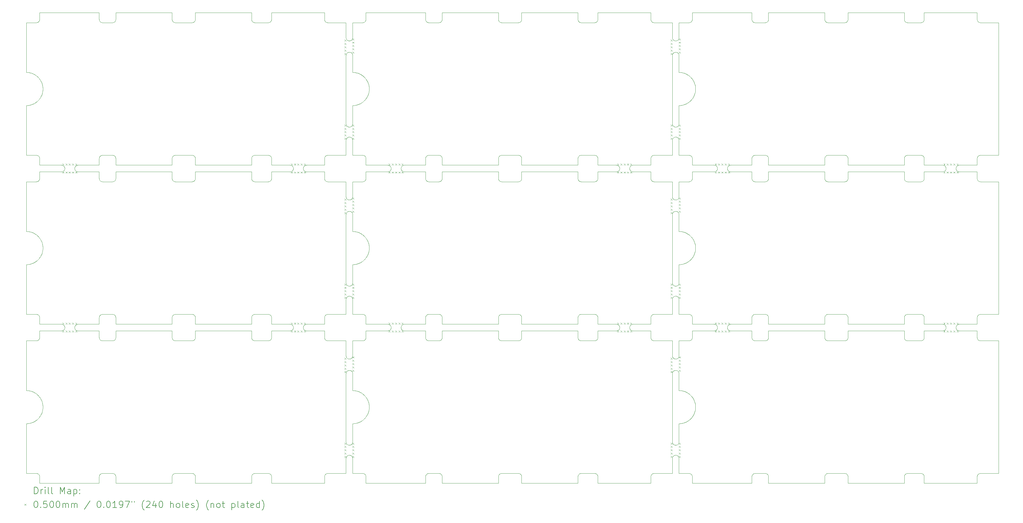
<source format=gbr>
%TF.GenerationSoftware,KiCad,Pcbnew,7.0.1-3b83917a11~171~ubuntu20.04.1*%
%TF.CreationDate,2023-10-27T13:38:11+02:00*%
%TF.ProjectId,panel_top,70616e65-6c5f-4746-9f70-2e6b69636164,rev?*%
%TF.SameCoordinates,PX1ab3f0PY1312d00*%
%TF.FileFunction,Drillmap*%
%TF.FilePolarity,Positive*%
%FSLAX45Y45*%
G04 Gerber Fmt 4.5, Leading zero omitted, Abs format (unit mm)*
G04 Created by KiCad (PCBNEW 7.0.1-3b83917a11~171~ubuntu20.04.1) date 2023-10-27 13:38:11*
%MOMM*%
%LPD*%
G01*
G04 APERTURE LIST*
%ADD10C,0.100000*%
%ADD11C,0.200000*%
%ADD12C,0.050000*%
G04 APERTURE END LIST*
D10*
X19700059Y-11399337D02*
X19700076Y-11399383D01*
X2700390Y-4599783D02*
X2700430Y-4599812D01*
X16657536Y-9161114D02*
X16659505Y-9156672D01*
X4436195Y-9877528D02*
X4432516Y-9874354D01*
X19574945Y-13047033D02*
X19570262Y-13045737D01*
X2700430Y-188D02*
X2700390Y-217D01*
X16649570Y-4599812D02*
X16649610Y-4599783D01*
X14950281Y-316D02*
X14950248Y-352D01*
X24099068Y-4800008D02*
X24099019Y-4800006D01*
X27716001Y-4616685D02*
X27719974Y-4619483D01*
X1080314Y-9401903D02*
X1085055Y-9402967D01*
X8416672Y-4790495D02*
X8412332Y-4788310D01*
X310704Y-9899523D02*
X305858Y-9899880D01*
X9851203Y-300000D02*
X9850981Y-300006D01*
X10250135Y-4599487D02*
X10250161Y-4599530D01*
X9652967Y-8624945D02*
X9654263Y-8620262D01*
X21905787Y-13965648D02*
X21907536Y-13961114D01*
X21171690Y-9452332D02*
X21174085Y-9448104D01*
X19589296Y-3750477D02*
X19594142Y-3750119D01*
X14945737Y-9829738D02*
X14944212Y-9834352D01*
X20174696Y-12056873D02*
X20173116Y-12061576D01*
X17244213Y-234352D02*
X17242464Y-238885D01*
X20100281Y-9399684D02*
X20100316Y-9399719D01*
X20100556Y-112D02*
X20100513Y-135D01*
X12049888Y-4800556D02*
X12049865Y-4800513D01*
X10173255Y-2681381D02*
X10169454Y-2684570D01*
X16655787Y-13965648D02*
X16657536Y-13961114D01*
X383315Y-256001D02*
X380517Y-259974D01*
X21900477Y-13989296D02*
X21901072Y-13984474D01*
X24774354Y-9867484D02*
X24771003Y-9871003D01*
X6799610Y-4599783D02*
X6799648Y-4599752D01*
X17250316Y-9399719D02*
X17250352Y-9399752D01*
X20199845Y-11909984D02*
X20199722Y-11914944D01*
X10250316Y-9399719D02*
X10250352Y-9399752D01*
X10197668Y-13911690D02*
X10201896Y-13914085D01*
X20047668Y-9888310D02*
X20043328Y-9890495D01*
X28743999Y-13916685D02*
X28748104Y-13914085D01*
X857Y-12399994D02*
X808Y-12400002D01*
X9089296Y-4300477D02*
X9094142Y-4300120D01*
X9835915Y-8598104D02*
X9838310Y-8602332D01*
X28699980Y-9399166D02*
X28699987Y-9399117D01*
X19700739Y-300042D02*
X19700692Y-300056D01*
X26499648Y-4599752D02*
X26499684Y-4599719D01*
X9692780Y-5632512D02*
X9688908Y-5629700D01*
X19543999Y-3766685D02*
X19548104Y-3764085D01*
X2699880Y-205858D02*
X2699523Y-210704D01*
X400217Y-4599610D02*
X400248Y-4599648D01*
X10314474Y-11715043D02*
X10316286Y-11719661D01*
X4428997Y-9128997D02*
X4432516Y-9125646D01*
X24099839Y-470D02*
X24099812Y-430D01*
X141Y-2800483D02*
X117Y-2800526D01*
X14249354Y-72D02*
X14249308Y-56D01*
X19699880Y-13444142D02*
X19700000Y-13449012D01*
X10250556Y-9399888D02*
X10250600Y-9399909D01*
X29349354Y-9099928D02*
X29349400Y-9099909D01*
X10257367Y-2010178D02*
X10268616Y-2026677D01*
X4411690Y-9847668D02*
X4409505Y-9843328D01*
X10245737Y-4370262D02*
X10247033Y-4374945D01*
X19604682Y-10790044D02*
X19609569Y-10790347D01*
X24099888Y-9399444D02*
X24099909Y-9399400D01*
X19559488Y-5641797D02*
X19555148Y-5639782D01*
X19747310Y-2797702D02*
X19727397Y-2799194D01*
X6816685Y-4343999D02*
X6819483Y-4340026D01*
X9649888Y-4299444D02*
X9649909Y-4299400D01*
X9845864Y-1260660D02*
X9847122Y-1265278D01*
X26500000Y-13999012D02*
X26500119Y-13994142D01*
X22367484Y-13925646D02*
X22371003Y-13928997D01*
X14249165Y-9399980D02*
X14249214Y-9399970D01*
X9750988Y-850000D02*
X9750109Y-850000D01*
X4405787Y-5034352D02*
X4404263Y-5029738D01*
X1471690Y-4652332D02*
X1474085Y-4648104D01*
X0Y-7601247D02*
X0Y-9098773D01*
X18882516Y-5074354D02*
X18878997Y-5071003D01*
X14250000Y-9398773D02*
X14250000Y-9199012D01*
X17227528Y-5063805D02*
X17224354Y-5067484D01*
X12124945Y-9102967D02*
X12129686Y-9101903D01*
X27100020Y-834D02*
X27100013Y-883D01*
X9667194Y-806781D02*
X9664518Y-802635D01*
X1137528Y-9563805D02*
X1134354Y-9567484D01*
X22442Y-6600560D02*
X27397Y-6600807D01*
X167Y-11399561D02*
X195Y-11399602D01*
X1134354Y-4632516D02*
X1137528Y-4636195D01*
X2700135Y-9600513D02*
X2700112Y-9600556D01*
X14249980Y-4599166D02*
X14249987Y-4599117D01*
X19919150Y-11450647D02*
X19936919Y-11459757D01*
X2202967Y-5025055D02*
X2201903Y-5020314D01*
X26565648Y-4305787D02*
X26570262Y-4304263D01*
X28699354Y-9600072D02*
X28699308Y-9600056D01*
X7400556Y-14199888D02*
X7400600Y-14199909D01*
X9850786Y-9099970D02*
X9850834Y-9099980D01*
X2199166Y-9399980D02*
X2199214Y-9399970D01*
X8439686Y-9401903D02*
X8444474Y-9401072D01*
X19499719Y-13899684D02*
X19499752Y-13899648D01*
X8999944Y-9399308D02*
X8999958Y-9399261D01*
X19528997Y-6018997D02*
X19532516Y-6015646D01*
X22383315Y-5056001D02*
X22380517Y-5059974D01*
X1467536Y-9538886D02*
X1465787Y-9534352D01*
X20819974Y-4619483D02*
X20823805Y-4622472D01*
X12106672Y-9109505D02*
X12111114Y-9107536D01*
X2222472Y-9863805D02*
X2219483Y-9859974D01*
X16648773Y-4600000D02*
X16648797Y-4600000D01*
X12049444Y-4599888D02*
X12049487Y-4599865D01*
X24747668Y-288310D02*
X24743328Y-290495D01*
X9649970Y-9099214D02*
X9649980Y-9099166D01*
X400000Y-200988D02*
X399880Y-205858D01*
X241276Y-12337871D02*
X236919Y-12340244D01*
X18849610Y-9399783D02*
X18849648Y-9399752D01*
X21984474Y-13901072D02*
X21989296Y-13900477D01*
X19499987Y-5100883D02*
X19499980Y-5100834D01*
X20073203Y-7432663D02*
X20059622Y-7447300D01*
X20077528Y-9863805D02*
X20074354Y-9867484D01*
X4399944Y-9600692D02*
X4399928Y-9600646D01*
X9850014Y-11399142D02*
X9850022Y-11399192D01*
X17877484Y-4774354D02*
X17873805Y-4777528D01*
X20107367Y-2010178D02*
X20118616Y-2026677D01*
X20789738Y-9595737D02*
X20785055Y-9597033D01*
X188Y-4299570D02*
X217Y-4299610D01*
X11009523Y-9510704D02*
X11008928Y-9515526D01*
X7397033Y-9174945D02*
X7398097Y-9179686D01*
X22400000Y-4801227D02*
X22400000Y-5000988D01*
X14950281Y-14199684D02*
X14950316Y-14199719D01*
X9649648Y-9900248D02*
X9649610Y-9900217D01*
X12049719Y-4599684D02*
X12049752Y-4599648D01*
X12049992Y-932D02*
X12049987Y-883D01*
X24788310Y-5047668D02*
X24785915Y-5051896D01*
X27707668Y-4611690D02*
X27711896Y-4614085D01*
X26499944Y-692D02*
X26499927Y-646D01*
X12550645Y-4599928D02*
X12550692Y-4599944D01*
X9850161Y-4299530D02*
X9850188Y-4299570D01*
X21899166Y-20D02*
X21899117Y-13D01*
X24165648Y-294213D02*
X24161114Y-292464D01*
X20083315Y-4343999D02*
X20085915Y-4348104D01*
X24800932Y-9600008D02*
X24800883Y-9600013D01*
X7325055Y-4302967D02*
X7329738Y-4304263D01*
X2201072Y-9184474D02*
X2201903Y-9179686D01*
X26499987Y-4599117D02*
X26499992Y-4599068D01*
X2199261Y-14199958D02*
X2199308Y-14199944D01*
X19664824Y-6013295D02*
X19668406Y-6016468D01*
X19504263Y-3820262D02*
X19505787Y-3815648D01*
X9706672Y-13359505D02*
X9711114Y-13357536D01*
X400932Y-9399992D02*
X400981Y-9399994D01*
X17233315Y-5056001D02*
X17230517Y-5059974D01*
X27100000Y-1203D02*
X27100000Y-1227D01*
X12501896Y-4314085D02*
X12506001Y-4316685D01*
X21932516Y-4325646D02*
X21936195Y-4322472D01*
X20807668Y-4611690D02*
X20811896Y-4614085D01*
X9797668Y-8238310D02*
X9793328Y-8240495D01*
X18250026Y-9580517D02*
X18246195Y-9577528D01*
X27100352Y-4800248D02*
X27100316Y-4800281D01*
X10217484Y-274354D02*
X10213805Y-277528D01*
X18849909Y-9600600D02*
X18849888Y-9600556D01*
X11004213Y-9534352D02*
X11002464Y-9538886D01*
X29350000Y-13898797D02*
X29350000Y-13898773D01*
X27100281Y-316D02*
X27100248Y-352D01*
X28699970Y-786D02*
X28699958Y-739D01*
X8360477Y-9510704D02*
X8360119Y-9505858D01*
X20181925Y-7233016D02*
X20180581Y-7237792D01*
X10184352Y-4305787D02*
X10188886Y-4307536D01*
X2700834Y-20D02*
X2700786Y-30D01*
X14909974Y-5080517D02*
X14906001Y-5083315D01*
X325055Y-297033D02*
X320314Y-298097D01*
X10935055Y-4602967D02*
X10939738Y-4604263D01*
X2256672Y-13909505D02*
X2261114Y-13907536D01*
X28159012Y-4600000D02*
X28698773Y-4600000D01*
X401227Y-9600000D02*
X401203Y-9600000D01*
X20831003Y-9571003D02*
X20827484Y-9574354D01*
X8999909Y-4800600D02*
X8999888Y-4800556D01*
X19700008Y-300932D02*
X19700006Y-300981D01*
X12450988Y-4300000D02*
X12455858Y-4300120D01*
X10348726Y-7065113D02*
X10349722Y-7085057D01*
X5100217Y-390D02*
X5100188Y-430D01*
X19873320Y-1831060D02*
X19891908Y-1838355D01*
X9765526Y-5648928D02*
X9760704Y-5649523D01*
X20156717Y-12103358D02*
X20154677Y-12107880D01*
X14950739Y-42D02*
X14950692Y-56D01*
X9850022Y-12400809D02*
X9850014Y-12400858D01*
X7994352Y-4605787D02*
X7998885Y-4607536D01*
X18849987Y-9399117D02*
X18849992Y-9399068D01*
X10209974Y-5080517D02*
X10206001Y-5083315D01*
X21952332Y-9111690D02*
X21956672Y-9109505D01*
X400000Y-4801203D02*
X400000Y-4801227D01*
X168658Y-11429363D02*
X173320Y-11431060D01*
X6856672Y-4309505D02*
X6861114Y-4307536D01*
X24800739Y-9600042D02*
X24800692Y-9600056D01*
X18924945Y-5097033D02*
X18920262Y-5095737D01*
X19700364Y-6599784D02*
X19700403Y-6599815D01*
X9783457Y-10795447D02*
X9788042Y-10797167D01*
X21899648Y-248D02*
X21899610Y-217D01*
X9653060Y-775448D02*
X9651962Y-770636D01*
X404471Y-2593851D02*
X392415Y-2609768D01*
X19599012Y-3750000D02*
X19600988Y-3750000D01*
X2199928Y-4800646D02*
X2199909Y-4800600D01*
X19700326Y-11399751D02*
X19700364Y-11399784D01*
X2700352Y-14199752D02*
X2700390Y-14199783D01*
X7359974Y-4319483D02*
X7363805Y-4322472D01*
X356158Y-1949149D02*
X359622Y-1952700D01*
X19700000Y-13898773D02*
X19700000Y-13898797D01*
X29349117Y-5100013D02*
X29349068Y-5100008D01*
X19700117Y-1799474D02*
X19700141Y-1799518D01*
X19700760Y-2800013D02*
X19700712Y-2800027D01*
X19700692Y-4299944D02*
X19700739Y-4299958D01*
X8361902Y-9520314D02*
X8361072Y-9515526D01*
X2209505Y-4356672D02*
X2211690Y-4352332D01*
X9850352Y-13899752D02*
X9850390Y-13899783D01*
X341863Y-2664794D02*
X338226Y-2668169D01*
X14921003Y-9871003D02*
X14917484Y-9874354D01*
X16650000Y-14198773D02*
X16650000Y-13999012D01*
X10023320Y-11431060D02*
X10041908Y-11438355D01*
X9675646Y-8582516D02*
X9678997Y-8578997D01*
X18878997Y-9871003D02*
X18875646Y-9867484D01*
X19873320Y-2768941D02*
X19868658Y-2770637D01*
X27038885Y-4307536D02*
X27043328Y-4309505D01*
X19697033Y-3824945D02*
X19698097Y-3829686D01*
X26540026Y-9119483D02*
X26543999Y-9116685D01*
X16649648Y-4800248D02*
X16649610Y-4800217D01*
X24800834Y-9600020D02*
X24800786Y-9600030D01*
X8016001Y-9583315D02*
X8011896Y-9585915D01*
X28699752Y-4599648D02*
X28699783Y-4599610D01*
X21905787Y-4365648D02*
X21907536Y-4361114D01*
X2651896Y-9885915D02*
X2647668Y-9888310D01*
X29349610Y-9900217D02*
X29349570Y-9900188D01*
X5077528Y-9136195D02*
X5080517Y-9140026D01*
X18250026Y-4619483D02*
X18253999Y-4616685D01*
X22394212Y-4365648D02*
X22395737Y-4370262D01*
X2199812Y-430D02*
X2199783Y-390D01*
X12102332Y-5088310D02*
X12098104Y-5085915D01*
X12051072Y-9184474D02*
X12051902Y-9179686D01*
X6799987Y-4599117D02*
X6799992Y-4599068D01*
X17898310Y-4652332D02*
X17900495Y-4656672D01*
X19523151Y-814647D02*
X19520075Y-810788D01*
X19962802Y-1874701D02*
X19979576Y-1885534D01*
X17250834Y-14199980D02*
X17250883Y-14199987D01*
X21965648Y-4305787D02*
X21970262Y-4304263D01*
X16649719Y-14199684D02*
X16649752Y-14199648D01*
X14249783Y-4800390D02*
X14249752Y-4800352D01*
X2202967Y-9825055D02*
X2201903Y-9820314D01*
X24136195Y-9122472D02*
X24140026Y-9119483D01*
X1134354Y-9567484D02*
X1131003Y-9571003D01*
X10341913Y-11989257D02*
X10337956Y-12008829D01*
X8050495Y-9543328D02*
X8048310Y-9547668D01*
X14897668Y-4311690D02*
X14901896Y-4314085D01*
X16734474Y-5098928D02*
X16729686Y-5098097D01*
X9830222Y-6029606D02*
X9833061Y-6033596D01*
X26499865Y-9600513D02*
X26499839Y-9600470D01*
X20100000Y-9601227D02*
X20100000Y-9800988D01*
X24798097Y-13979686D02*
X24798928Y-13984474D01*
X9850000Y-7601247D02*
X9850000Y-8150988D01*
X9672472Y-13013805D02*
X9669483Y-13009974D01*
X241276Y-2737871D02*
X236919Y-2740244D01*
X12550020Y-4800834D02*
X12550013Y-4800883D01*
X29349529Y-13899839D02*
X29349570Y-13899812D01*
X9769270Y-10791676D02*
X9774059Y-10792699D01*
X135Y-5100513D02*
X112Y-5100556D01*
X10250932Y-4599992D02*
X10250981Y-4599994D01*
X7390495Y-4356672D02*
X7392464Y-4361114D01*
X27100013Y-9600883D02*
X27100008Y-9600932D01*
X21901903Y-13979686D02*
X21902967Y-13974945D01*
X7400512Y-4800135D02*
X7400470Y-4800161D01*
X12049944Y-9399308D02*
X12049958Y-9399261D01*
X12460704Y-9100477D02*
X12465526Y-9101072D01*
X9651040Y-10365332D02*
X9650463Y-10360582D01*
X9845670Y-6060019D02*
X9846986Y-6064736D01*
X19509505Y-3393328D02*
X19507536Y-3388885D01*
X1075526Y-4601072D02*
X1080314Y-4601903D01*
X2667484Y-9874354D02*
X2663805Y-9877528D01*
X10206001Y-9883315D02*
X10201896Y-9885915D01*
X5029738Y-295737D02*
X5025055Y-297033D01*
X14933315Y-4343999D02*
X14935915Y-4348104D01*
X2700135Y-513D02*
X2700112Y-556D01*
X26589296Y-9100477D02*
X26594142Y-9100120D01*
X21928997Y-13928997D02*
X21932516Y-13925646D01*
X9850600Y-5100091D02*
X9850556Y-5100112D01*
X8999909Y-9399400D02*
X8999928Y-9399354D01*
X19601223Y-5649994D02*
X19601199Y-5649995D01*
X10337956Y-2408829D02*
X10336852Y-2413666D01*
X9760704Y-8249523D02*
X9755858Y-8249880D01*
X9902246Y-2797208D02*
X9897310Y-2797702D01*
X9752429Y-10449965D02*
X9752424Y-10449965D01*
X7334352Y-9105787D02*
X7338885Y-9107536D01*
X5100248Y-14199648D02*
X5100281Y-14199684D01*
X19700000Y-2801222D02*
X19700000Y-2801247D01*
X5101203Y-14200000D02*
X5101227Y-14200000D01*
X28770262Y-9895737D02*
X28765648Y-9894213D01*
X8048310Y-9452332D02*
X8050495Y-9456672D01*
X10235915Y-251896D02*
X10233315Y-256001D01*
X14344142Y-5099880D02*
X14339296Y-5099523D01*
X28699165Y-9399980D02*
X28699214Y-9399970D01*
X2200000Y-4801203D02*
X2199994Y-4800981D01*
X26499927Y-9600646D02*
X26499909Y-9600600D01*
X27090495Y-9156672D02*
X27092464Y-9161114D01*
X16654263Y-9829738D02*
X16652967Y-9825055D01*
X18849487Y-4800135D02*
X18849444Y-4800112D01*
X16649980Y-9600834D02*
X16649970Y-9600786D01*
X27100008Y-9399068D02*
X27100013Y-9399117D01*
X12049958Y-14199261D02*
X12049970Y-14199214D01*
X19936919Y-11459757D02*
X19941276Y-11462130D01*
X556Y-9900112D02*
X513Y-9900135D01*
X12111114Y-4307536D02*
X12115648Y-4305787D01*
X7400000Y-1227D02*
X7400000Y-200988D01*
X1159523Y-4710704D02*
X1158928Y-4715526D01*
X20056001Y-5083315D02*
X20051896Y-5085915D01*
X338886Y-9892464D02*
X334352Y-9894213D01*
X16650000Y-4598773D02*
X16650000Y-4399012D01*
X19700225Y-12400359D02*
X19700195Y-12400399D01*
X19516685Y-13393999D02*
X19519483Y-13390026D01*
X28103999Y-9416685D02*
X28108104Y-9414085D01*
X14250119Y-5005858D02*
X14250000Y-5000988D01*
X19700513Y-9900135D02*
X19700470Y-9900161D01*
X26499927Y-646D02*
X26499909Y-600D01*
X692Y-9900056D02*
X646Y-9900072D01*
X24099865Y-4599487D02*
X24099888Y-4599444D01*
X17250470Y-161D02*
X17250430Y-188D01*
X27074354Y-9132516D02*
X27077528Y-9136195D01*
X4465648Y-9105787D02*
X4470262Y-9104263D01*
X6874945Y-9102967D02*
X6879686Y-9101903D01*
X9649487Y-4299865D02*
X9649530Y-4299839D01*
X27760000Y-9500988D02*
X27759880Y-9505858D01*
X19560274Y-10797889D02*
X19564756Y-10796112D01*
X18262332Y-4788310D02*
X18258104Y-4785915D01*
X17184352Y-5094213D02*
X17179738Y-5095737D01*
X11007033Y-4725055D02*
X11005737Y-4729738D01*
X9698104Y-3435915D02*
X9693999Y-3433315D01*
X27074354Y-5067484D02*
X27071003Y-5071003D01*
X27698885Y-4607536D02*
X27703328Y-4609505D01*
X10197668Y-288310D02*
X10193328Y-290495D01*
X19700364Y-7600216D02*
X19700326Y-7600249D01*
X9741864Y-10449767D02*
X9737101Y-10449307D01*
X2610704Y-5099523D02*
X2605858Y-5099880D01*
X27100470Y-9600161D02*
X27100430Y-9600188D01*
X29349839Y-300470D02*
X29349812Y-300430D01*
X27090495Y-9843328D02*
X27088310Y-9847668D01*
X19671003Y-3778997D02*
X19674354Y-3782516D01*
X21899214Y-4800030D02*
X21899166Y-4800020D01*
X10250556Y-4599888D02*
X10250600Y-4599909D01*
X14888885Y-5092464D02*
X14884352Y-5094213D01*
X11319505Y-9543328D02*
X11317536Y-9538886D01*
X29350000Y-301203D02*
X29349994Y-300981D01*
X19891908Y-12361645D02*
X19873320Y-12368941D01*
X9850326Y-11399751D02*
X9850364Y-11399784D01*
X4399068Y-4800008D02*
X4399019Y-4800006D01*
X326Y-11399751D02*
X364Y-11399784D01*
X28705787Y-4365648D02*
X28707536Y-4361114D01*
X7315526Y-4301072D02*
X7320314Y-4301903D01*
X17230517Y-9859974D02*
X17227528Y-9863805D01*
X18849354Y-14199927D02*
X18849400Y-14199909D01*
X2299012Y-300000D02*
X2294142Y-299880D01*
X2199684Y-9399719D02*
X2199719Y-9399684D01*
X1488997Y-9428997D02*
X1492516Y-9425646D01*
X12052967Y-225055D02*
X12051902Y-220314D01*
X19499928Y-4299354D02*
X19499944Y-4299308D01*
X20100352Y-248D02*
X20100316Y-281D01*
X27397Y-12399194D02*
X22442Y-12399441D01*
X19700195Y-11399602D02*
X19700225Y-11399642D01*
X21989296Y-299523D02*
X21984474Y-298928D01*
X14860704Y-4300477D02*
X14865526Y-4301072D01*
X9032516Y-9125646D02*
X9036195Y-9122472D01*
X618Y-11399940D02*
X665Y-11399958D01*
X14950932Y-4599992D02*
X14950981Y-4599994D01*
X24099444Y-4599888D02*
X24099487Y-4599865D01*
X27095737Y-9170262D02*
X27097033Y-9174945D01*
X24777528Y-5063805D02*
X24774354Y-5067484D01*
X9693369Y-6007109D02*
X9697422Y-6004498D01*
X22400000Y-200988D02*
X22399880Y-205858D01*
X10314474Y-6915043D02*
X10316286Y-6919661D01*
X7347668Y-9888310D02*
X7343328Y-9890495D01*
X400352Y-14199752D02*
X400390Y-14199783D01*
X9849516Y-6079196D02*
X9849879Y-6084080D01*
X16649117Y-4599987D02*
X16649165Y-4599980D01*
X26499752Y-9399648D02*
X26499783Y-9399610D01*
X17250056Y-14199308D02*
X17250072Y-14199354D01*
X9701597Y-10802087D02*
X9705884Y-10799882D01*
X168658Y-7570637D02*
X149730Y-7576997D01*
X28699308Y-9399944D02*
X28699354Y-9399928D01*
X5005858Y-4300120D02*
X5010704Y-4300477D01*
X19643328Y-8240495D02*
X19638886Y-8242464D01*
X14264085Y-9148104D02*
X14266685Y-9143999D01*
X26552332Y-5088310D02*
X26548104Y-5085915D01*
X22367484Y-9125646D02*
X22371003Y-9128997D01*
X22399523Y-4389296D02*
X22399880Y-4394142D01*
X19519483Y-13390026D02*
X19522472Y-13386195D01*
X14897668Y-9111690D02*
X14901896Y-9114085D01*
X291Y-11399716D02*
X326Y-11399751D01*
X11362332Y-4611690D02*
X11366672Y-4609505D01*
X0Y-11398778D02*
X7Y-11399043D01*
X14850988Y-9900000D02*
X14349012Y-9900000D01*
X9833315Y-13393999D02*
X9835915Y-13398104D01*
X20121307Y-11630844D02*
X20131720Y-11647883D01*
X28699987Y-4599117D02*
X28699992Y-4599068D01*
X9760704Y-10449523D02*
X9755858Y-10449880D01*
X6799719Y-14199684D02*
X6799752Y-14199648D01*
X9765526Y-3448928D02*
X9760704Y-3449523D01*
X22377528Y-13936195D02*
X22380517Y-13940026D01*
X26500000Y-9199012D02*
X26500119Y-9194142D01*
X2700600Y-9600091D02*
X2700556Y-9600112D01*
X22359974Y-280517D02*
X22356001Y-283315D01*
X14950000Y-1203D02*
X14950000Y-1227D01*
X7388310Y-13952332D02*
X7390495Y-13956672D01*
X17902464Y-9538886D02*
X17900495Y-9543328D01*
X760Y-2800013D02*
X712Y-2800027D01*
X2690495Y-243328D02*
X2688310Y-247668D01*
X18882516Y-4325646D02*
X18886195Y-4322472D01*
X9850981Y-9900006D02*
X9850932Y-9900008D01*
X8999812Y-430D02*
X8999783Y-390D01*
X12049812Y-9399570D02*
X12049839Y-9399530D01*
X19500118Y-10884180D02*
X19500470Y-10879372D01*
X17245737Y-4370262D02*
X17247033Y-4374945D01*
X14255787Y-4365648D02*
X14257536Y-4361114D01*
X9850665Y-2800043D02*
X9850618Y-2800061D01*
X14248773Y-9400000D02*
X14248797Y-9400000D01*
X27100430Y-9399812D02*
X27100470Y-9399839D01*
X12530517Y-9140026D02*
X12533315Y-9143999D01*
X19499970Y-13899214D02*
X19499980Y-13899165D01*
X20855737Y-4670262D02*
X20857033Y-4674945D01*
X6884474Y-9898928D02*
X6879686Y-9898097D01*
X9022472Y-5063805D02*
X9019483Y-5059974D01*
X19500492Y-760879D02*
X19500123Y-755958D01*
X9850014Y-7600858D02*
X9850009Y-7600908D01*
X8999752Y-4599648D02*
X8999783Y-4599610D01*
X22400248Y-4800352D02*
X22400217Y-4800390D01*
X217Y-5100390D02*
X188Y-5100430D01*
X27100430Y-14199812D02*
X27100470Y-14199839D01*
X2214085Y-9851896D02*
X2211690Y-9847668D01*
X4399839Y-4599530D02*
X4399865Y-4599487D01*
X24800217Y-14199610D02*
X24800248Y-14199648D01*
X18212967Y-9525055D02*
X18211903Y-9520314D01*
X29349839Y-9900470D02*
X29349812Y-9900430D01*
X9749012Y-1190000D02*
X9749900Y-1190000D01*
X10304677Y-11692121D02*
X10306717Y-11696643D01*
X5099880Y-205858D02*
X5099523Y-210704D01*
X9682516Y-3775646D02*
X9686195Y-3772472D01*
X16651902Y-5020314D02*
X16651072Y-5015526D01*
X18849987Y-9600883D02*
X18849980Y-9600834D01*
X2688310Y-9152332D02*
X2690495Y-9156672D01*
X16649994Y-9399019D02*
X16650000Y-9398797D01*
X12134474Y-4301072D02*
X12139296Y-4300477D01*
X446013Y-6874130D02*
X454677Y-6892121D01*
X20100072Y-4800646D02*
X20100056Y-4800692D01*
X12048773Y-9600000D02*
X11409012Y-9600000D01*
X9850513Y-300135D02*
X9850470Y-300161D01*
X1462967Y-9474945D02*
X1464263Y-9470262D01*
X22400160Y-9399530D02*
X22400188Y-9399570D01*
X20041863Y-7464794D02*
X20038226Y-7468169D01*
X27100030Y-9600786D02*
X27100020Y-9600834D01*
X258569Y-11472114D02*
X262802Y-11474701D01*
X20843315Y-4643999D02*
X20845915Y-4648104D01*
X4399888Y-9600556D02*
X4399865Y-9600513D01*
X27100000Y-4598797D02*
X27100006Y-4599019D01*
X6870262Y-9895737D02*
X6865648Y-9894213D01*
X9722157Y-846315D02*
X9717441Y-844859D01*
X19502878Y-10374722D02*
X19501846Y-10370049D01*
X2204263Y-5029738D02*
X2202967Y-5025055D01*
X196479Y-1840282D02*
X214680Y-1848495D01*
X22400030Y-4599214D02*
X22400042Y-4599261D01*
X9690026Y-8569483D02*
X9693999Y-8566685D01*
X28085646Y-4767484D02*
X28082472Y-4763805D01*
X19699523Y-13439296D02*
X19699880Y-13444142D01*
X19499994Y-4299019D02*
X19500000Y-4298797D01*
X17908097Y-4720314D02*
X17907033Y-4725055D01*
X7400470Y-14199839D02*
X7400512Y-14199865D01*
X12550112Y-4599444D02*
X12550135Y-4599487D01*
X9850000Y-11398778D02*
X9850007Y-11399043D01*
X5038886Y-292464D02*
X5034352Y-294213D01*
X27000988Y-13900000D02*
X27005858Y-13900119D01*
X20071003Y-9871003D02*
X20067484Y-9874354D01*
X10250513Y-9600135D02*
X10250470Y-9600161D01*
X18939296Y-299523D02*
X18934474Y-298928D01*
X14249529Y-4599839D02*
X14249570Y-4599812D01*
X18849865Y-4599487D02*
X18849888Y-4599444D01*
X24800042Y-4800739D02*
X24800030Y-4800786D01*
X12550645Y-4800072D02*
X12550600Y-4800091D01*
X21167536Y-9461114D02*
X21169505Y-9456672D01*
X20Y-300834D02*
X13Y-300883D01*
X173320Y-2768941D02*
X168658Y-2770637D01*
X22325055Y-5097033D02*
X22320314Y-5098097D01*
X9752424Y-849965D02*
X9751439Y-849994D01*
X12509974Y-13919483D02*
X12513805Y-13922472D01*
X2199865Y-9600513D02*
X2199839Y-9600470D01*
X26552332Y-9111690D02*
X26556672Y-9109505D01*
X857Y-11400007D02*
X907Y-11400013D01*
X19700712Y-2800027D02*
X19700665Y-2800043D01*
X8434945Y-4602967D02*
X8439686Y-4601903D01*
X7998885Y-9407536D02*
X8003328Y-9409505D01*
X17206001Y-4316685D02*
X17209974Y-4319483D01*
X400072Y-14199354D02*
X400091Y-14199400D01*
X24099927Y-9600646D02*
X24099909Y-9600600D01*
X29349400Y-9900091D02*
X29349354Y-9900072D01*
X957Y-7599984D02*
X907Y-7599987D01*
X712Y-1799974D02*
X760Y-1799987D01*
X20174696Y-2456873D02*
X20173116Y-2461576D01*
X4398773Y-9400000D02*
X4398797Y-9400000D01*
X389321Y-7413646D02*
X376486Y-7428943D01*
X24174945Y-5097033D02*
X24170262Y-5095737D01*
X9649719Y-5100316D02*
X9649684Y-5100281D01*
X21899987Y-4800883D02*
X21899980Y-4800834D01*
X10250188Y-9399570D02*
X10250217Y-9399610D01*
X9850858Y-2799994D02*
X9850808Y-2800002D01*
X10995915Y-9551896D02*
X10993315Y-9556001D01*
X19700000Y-6598753D02*
X19700000Y-6598778D01*
X9649117Y-5100013D02*
X9649068Y-5100008D01*
X8999812Y-4800430D02*
X8999783Y-4800390D01*
X19591566Y-849745D02*
X19586655Y-849251D01*
X19700141Y-11399518D02*
X19700167Y-11399561D01*
X19499068Y-4299992D02*
X19499117Y-4299987D01*
X10268616Y-6826677D02*
X10271307Y-6830844D01*
X12049992Y-14199068D02*
X12049994Y-14199019D01*
X9845737Y-3379738D02*
X9844213Y-3384352D01*
X5100834Y-4800020D02*
X5100786Y-4800030D01*
X8999648Y-4599752D02*
X8999684Y-4599719D01*
X10248928Y-9184474D02*
X10249523Y-9189296D01*
X12550030Y-9600786D02*
X12550020Y-9600834D01*
X4436195Y-277528D02*
X4432516Y-274354D01*
X24099812Y-4800430D02*
X24099783Y-4800390D01*
X9850352Y-4299752D02*
X9850390Y-4299783D01*
X10249880Y-13994142D02*
X10250000Y-13999012D01*
X6799308Y-4800056D02*
X6799261Y-4800042D01*
X14248773Y-14200000D02*
X14248797Y-14200000D01*
X14249987Y-883D02*
X14249980Y-834D01*
X28770262Y-5095737D02*
X28765648Y-5094213D01*
X26499987Y-883D02*
X26499980Y-834D01*
X4407536Y-13961114D02*
X4409505Y-13956672D01*
X12098104Y-13914085D02*
X12102332Y-13911690D01*
X10223203Y-1967338D02*
X10226486Y-1971058D01*
X7401227Y-9400000D02*
X7960988Y-9400000D01*
X18849958Y-9399261D02*
X18849970Y-9399214D01*
X19700760Y-7600013D02*
X19700712Y-7600027D01*
X28699865Y-4800513D02*
X28699839Y-4800470D01*
X29350000Y-5101203D02*
X29349994Y-5100981D01*
X14249865Y-513D02*
X14249839Y-470D01*
X9850008Y-9099068D02*
X9850013Y-9099117D01*
X1143315Y-9556001D02*
X1140517Y-9559974D01*
X8054212Y-9465648D02*
X8055737Y-9470262D01*
X9975768Y-12383867D02*
X9970960Y-12385092D01*
X19643328Y-13040495D02*
X19638886Y-13042464D01*
X326Y-6599751D02*
X364Y-6599784D01*
X21999012Y-5100000D02*
X21994142Y-5099880D01*
X7394212Y-13965648D02*
X7395737Y-13970262D01*
X14950692Y-9600056D02*
X14950645Y-9600072D01*
X9649354Y-4299928D02*
X9649400Y-4299909D01*
X24099719Y-316D02*
X24099684Y-281D01*
X24099529Y-4599839D02*
X24099570Y-4599812D01*
X27056001Y-5083315D02*
X27051896Y-5085915D01*
X14282516Y-9125646D02*
X14286195Y-9122472D01*
X4399019Y-6D02*
X4398797Y0D01*
X17250008Y-932D02*
X17250006Y-981D01*
X27100030Y-4599214D02*
X27100042Y-4599261D01*
X24800000Y-5000988D02*
X24799880Y-5005858D01*
X12550056Y-4599308D02*
X12550072Y-4599354D01*
X352Y-5100248D02*
X316Y-5100281D01*
X9999730Y-1823004D02*
X10018658Y-1829363D01*
X26509505Y-5043328D02*
X26507536Y-5038886D01*
X21249296Y-4600477D02*
X21254142Y-4600120D01*
X303843Y-12297020D02*
X299888Y-12300015D01*
X400135Y-9600513D02*
X400112Y-9600556D01*
X11319505Y-9456672D02*
X11321690Y-9452332D01*
X12493328Y-13909505D02*
X12497668Y-13911690D01*
X19591864Y-10449767D02*
X19587101Y-10449307D01*
X20854213Y-9465648D02*
X20855737Y-9470262D01*
X4414085Y-9851896D02*
X4411690Y-9847668D01*
X27063805Y-13922472D02*
X27067484Y-13925646D01*
X12550316Y-9399719D02*
X12550352Y-9399752D01*
X10247033Y-4374945D02*
X10248097Y-4379686D01*
X9788886Y-8557536D02*
X9793328Y-8559505D01*
X400056Y-4800692D02*
X400042Y-4800739D01*
X2199909Y-9399400D02*
X2199928Y-9399354D01*
X11375648Y-4794213D02*
X11371114Y-4792464D01*
X12550188Y-9399570D02*
X12550217Y-9399610D01*
X14249958Y-14199261D02*
X14249970Y-14199214D01*
X17881003Y-9571003D02*
X17877484Y-9574354D01*
X19680517Y-13009974D02*
X19677528Y-13013805D01*
X14944212Y-9834352D02*
X14942464Y-9838886D01*
X24800135Y-513D02*
X24800112Y-556D01*
X24720314Y-4301903D02*
X24725055Y-4302967D01*
X19561114Y-8242464D02*
X19556672Y-8240495D01*
X10250217Y-390D02*
X10250188Y-430D01*
X12059505Y-13956672D02*
X12061690Y-13952332D01*
X5100056Y-4599308D02*
X5100072Y-4599354D01*
X19499400Y-13899909D02*
X19499444Y-13899888D01*
X10209974Y-4319483D02*
X10213805Y-4322472D01*
X19532039Y-10816081D02*
X19535668Y-10812908D01*
X6802967Y-13974945D02*
X6804263Y-13970262D01*
X2605858Y-9100120D02*
X2610704Y-9100477D01*
X2647668Y-13911690D02*
X2651896Y-13914085D01*
X19620314Y-8248097D02*
X19615526Y-8248928D01*
X376486Y-6771058D02*
X389321Y-6786354D01*
X18934474Y-9101072D02*
X18939296Y-9100477D01*
X4405787Y-234352D02*
X4404263Y-229738D01*
X10153843Y-2697020D02*
X10149888Y-2700016D01*
X2199812Y-4599570D02*
X2199839Y-4599530D01*
X14924354Y-267484D02*
X14921003Y-271003D01*
X9844213Y-8184352D02*
X9842464Y-8188885D01*
X14860704Y-5099523D02*
X14855858Y-5099880D01*
X12455858Y-9899880D02*
X12450988Y-9900000D01*
X9649487Y-9900135D02*
X9649444Y-9900112D01*
X8408104Y-4614085D02*
X8412332Y-4611690D01*
X9752424Y-5649965D02*
X9751439Y-5649994D01*
X2225646Y-13932516D02*
X2228997Y-13928997D01*
X9813805Y-13372472D02*
X9817484Y-13375646D01*
X21899888Y-4800556D02*
X21899865Y-4800513D01*
X5100981Y-14199994D02*
X5101203Y-14200000D01*
X19700485Y-2800129D02*
X19700443Y-2800156D01*
X9850485Y-1799871D02*
X9850528Y-1799896D01*
X21899839Y-9399530D02*
X21899865Y-9399487D01*
X9849516Y-10879196D02*
X9849879Y-10884080D01*
X14334474Y-13901072D02*
X14339296Y-13900477D01*
X29349684Y-9099719D02*
X29349719Y-9099684D01*
X8016001Y-4616685D02*
X8019974Y-4619483D01*
X28100026Y-4780517D02*
X28096195Y-4777528D01*
X5038886Y-4307536D02*
X5043328Y-4309505D01*
X9877397Y-11400807D02*
X9897310Y-11402299D01*
X28088997Y-9428997D02*
X28092516Y-9425646D01*
X257Y-2800321D02*
X225Y-2800359D01*
X2199261Y-9399958D02*
X2199308Y-9399944D01*
X27759523Y-9489296D02*
X27759880Y-9494142D01*
X299888Y-2700016D02*
X283675Y-2711672D01*
X19499812Y-9099570D02*
X19499839Y-9099530D01*
X9675646Y-3782516D02*
X9678997Y-3778997D01*
X7400135Y-14199487D02*
X7400160Y-14199529D01*
X2199812Y-9399570D02*
X2199839Y-9399530D01*
X19700692Y-9099944D02*
X19700739Y-9099958D01*
X9729686Y-8248097D02*
X9724945Y-8247033D01*
X10314474Y-7284958D02*
X10306717Y-7303358D01*
X26504263Y-4370262D02*
X26505787Y-4365648D01*
X19499783Y-9900390D02*
X19499752Y-9900352D01*
X14927528Y-13936195D02*
X14930517Y-13940026D01*
X17905737Y-9470262D02*
X17907033Y-9474945D01*
X9711114Y-13042464D02*
X9706672Y-13040495D01*
X26499648Y-4800248D02*
X26499610Y-4800217D01*
X18210477Y-9510704D02*
X18210120Y-9505858D01*
X29349944Y-5100692D02*
X29349927Y-5100646D01*
X10348726Y-2334887D02*
X10348356Y-2339835D01*
X21900477Y-9810704D02*
X21900120Y-9805858D01*
X16650000Y-9199012D02*
X16650119Y-9194142D01*
X6800119Y-9805858D02*
X6800000Y-9800988D01*
X14249487Y-9399865D02*
X14249529Y-9399839D01*
X5100646Y-4800072D02*
X5100600Y-4800091D01*
X9650000Y-301227D02*
X9650000Y-301203D01*
X27088310Y-5047668D02*
X27085915Y-5051896D01*
X9649783Y-13899610D02*
X9649812Y-13899570D01*
X9001072Y-215526D02*
X9000477Y-210704D01*
X26499980Y-9399166D02*
X26499987Y-9399117D01*
X9004263Y-9829738D02*
X9002967Y-9825055D01*
X24143999Y-4316685D02*
X24148104Y-4314085D01*
X6799839Y-4599530D02*
X6799865Y-4599487D01*
X21899992Y-4800932D02*
X21899987Y-4800883D01*
X10193328Y-290495D02*
X10188886Y-292464D01*
X17250112Y-4599444D02*
X17250135Y-4599487D01*
X9811092Y-1210299D02*
X9814824Y-1213295D01*
X6861114Y-9107536D02*
X6865648Y-9105787D01*
X12547033Y-5025055D02*
X12545737Y-5029738D01*
X26519483Y-13940026D02*
X26522472Y-13936195D01*
X4465648Y-5094213D02*
X4461114Y-5092464D01*
X19849730Y-2776997D02*
X19844989Y-2778459D01*
X20100600Y-4800091D02*
X20100556Y-4800112D01*
X24099400Y-4800091D02*
X24099354Y-4800072D01*
X373203Y-2632663D02*
X359622Y-2647300D01*
X27095737Y-13970262D02*
X27097033Y-13974945D01*
X6800000Y-4801203D02*
X6799994Y-4800981D01*
X2199308Y-4800056D02*
X2199261Y-4800042D01*
X12049570Y-14199812D02*
X12049610Y-14199783D01*
X19499992Y-13899068D02*
X19499994Y-13899019D01*
X10948886Y-4607536D02*
X10953328Y-4609505D01*
X28698773Y-9600000D02*
X28159012Y-9600000D01*
X21999012Y-4300000D02*
X22300988Y-4300000D01*
X4461114Y-13907536D02*
X4465648Y-13905787D01*
X19504263Y-6060262D02*
X19505787Y-6055648D01*
X10306717Y-6896643D02*
X10314474Y-6915043D01*
X400072Y-4599354D02*
X400091Y-4599400D01*
X4399980Y-14199165D02*
X4399987Y-14199117D01*
X19701227Y-13900000D02*
X20000988Y-13900000D01*
X17184352Y-13905787D02*
X17188886Y-13907536D01*
X16649927Y-14199354D02*
X16649944Y-14199308D01*
X10348726Y-2265114D02*
X10349722Y-2285057D01*
X21899354Y-9399928D02*
X21899400Y-9399909D01*
X6800000Y-4598797D02*
X6800000Y-4598773D01*
X22347668Y-9888310D02*
X22343328Y-9890495D01*
X17250112Y-4800556D02*
X17250091Y-4800600D01*
X10175055Y-13902967D02*
X10179738Y-13904263D01*
X29349068Y-9900008D02*
X29349019Y-9900006D01*
X10250834Y-14199980D02*
X10250883Y-14199987D01*
X2199980Y-4599166D02*
X2199987Y-4599117D01*
X24099117Y-14199987D02*
X24099165Y-14199980D01*
X12072472Y-263805D02*
X12069483Y-259974D01*
X398097Y-220314D02*
X397033Y-225055D01*
X9850117Y-2800526D02*
X9850095Y-2800571D01*
X27098097Y-5020314D02*
X27097033Y-5025055D01*
X17893315Y-4643999D02*
X17895915Y-4648104D01*
X19700957Y-1800017D02*
X19701221Y-1800030D01*
X2700981Y-9399994D02*
X2701203Y-9400000D01*
X7300988Y-4300000D02*
X7305858Y-4300120D01*
X2289296Y-299523D02*
X2284474Y-298928D01*
X21249296Y-4799523D02*
X21244474Y-4798928D01*
X29349019Y-9099994D02*
X29349068Y-9099992D01*
X14249308Y-4800056D02*
X14249261Y-4800042D01*
X21899992Y-932D02*
X21899987Y-883D01*
X9850188Y-300430D02*
X9850161Y-300470D01*
X12550981Y-9600006D02*
X12550932Y-9600008D01*
X17250030Y-4800786D02*
X17250020Y-4800834D01*
X7320314Y-13901902D02*
X7325055Y-13902967D01*
X19701221Y-6600030D02*
X19701246Y-6600031D01*
X14950390Y-4800217D02*
X14950352Y-4800248D01*
X21161072Y-4715526D02*
X21160477Y-4710704D01*
X24148104Y-9885915D02*
X24143999Y-9883315D01*
X24119483Y-13940026D02*
X24122472Y-13936195D01*
X28096195Y-4622472D02*
X28100026Y-4619483D01*
X19683803Y-6034711D02*
X19686328Y-6038776D01*
X4399944Y-4599308D02*
X4399958Y-4599261D01*
X5098928Y-4384474D02*
X5099523Y-4389296D01*
X2700316Y-9600281D02*
X2700281Y-9600316D01*
X17165526Y-9898928D02*
X17160704Y-9899523D01*
X10966001Y-4783315D02*
X10961896Y-4785915D01*
X20038886Y-9892464D02*
X20034352Y-9894213D01*
X24800030Y-786D02*
X24800020Y-834D01*
X9765526Y-13351072D02*
X9770314Y-13351902D01*
X8999928Y-9600646D02*
X8999909Y-9600600D01*
X20854213Y-4665648D02*
X20855737Y-4670262D01*
X9649019Y-4299994D02*
X9649068Y-4299992D01*
X2200477Y-9810704D02*
X2200120Y-9805858D01*
X219150Y-2749353D02*
X214680Y-2751506D01*
X22400056Y-4800692D02*
X22400042Y-4800739D01*
X19722442Y-7599441D02*
X19701246Y-7599970D01*
X12106672Y-5090495D02*
X12102332Y-5088310D01*
X7388310Y-9152332D02*
X7390495Y-9156672D01*
X18215787Y-4665648D02*
X18217536Y-4661114D01*
X9720262Y-3445737D02*
X9715648Y-3444212D01*
X10915858Y-4600120D02*
X10920704Y-4600477D01*
X214680Y-2751506D02*
X196479Y-2759718D01*
X21167536Y-4661114D02*
X21169505Y-4656672D01*
X19700006Y-9900981D02*
X19700000Y-9901203D01*
X16669483Y-13940026D02*
X16672472Y-13936195D01*
X17250161Y-470D02*
X17250135Y-513D01*
X692Y-9099944D02*
X739Y-9099958D01*
X4400000Y-5000988D02*
X4400000Y-4801227D01*
X12055787Y-9834352D02*
X12054263Y-9829738D01*
X14249994Y-9600981D02*
X14249992Y-9600932D01*
X12064085Y-13948104D02*
X12066685Y-13943999D01*
X20198356Y-2339835D02*
X20196367Y-2359703D01*
X20154677Y-11692121D02*
X20156717Y-11696643D01*
X2199888Y-556D02*
X2199865Y-513D01*
X11371114Y-9407536D02*
X11375648Y-9405787D01*
X173320Y-12368941D02*
X168658Y-12370637D01*
X11404142Y-4600120D02*
X11409012Y-4600000D01*
X18893999Y-9883315D02*
X18890026Y-9880517D01*
X2201903Y-220314D02*
X2201072Y-215526D01*
X27703328Y-9409505D02*
X27707668Y-9411690D01*
X14906001Y-4316685D02*
X14909974Y-4319483D01*
X19610704Y-8249523D02*
X19605858Y-8249880D01*
X9850000Y-12950988D02*
X9849880Y-12955858D01*
X27097033Y-4374945D02*
X27098097Y-4379686D01*
X14951203Y-9600000D02*
X14950981Y-9600006D01*
X22400512Y-9399865D02*
X22400556Y-9399888D01*
X20025055Y-4302967D02*
X20029738Y-4304263D01*
X24099400Y-4599909D02*
X24099444Y-4599888D01*
X0Y-6598778D02*
X7Y-6599043D01*
X10973805Y-9577528D02*
X10969974Y-9580517D01*
X17909523Y-4710704D02*
X17908928Y-4715526D01*
X20099523Y-5010704D02*
X20098928Y-5015526D01*
X12497668Y-13911690D02*
X12501896Y-13914085D01*
X18852967Y-9174945D02*
X18854263Y-9170262D01*
X24189296Y-4300477D02*
X24194142Y-4300120D01*
X19700032Y-1799241D02*
X19700044Y-1799289D01*
X59Y-2800664D02*
X44Y-2800712D01*
X9809974Y-8569483D02*
X9813805Y-8572472D01*
X22400739Y-14199958D02*
X22400786Y-14199970D01*
X10271307Y-11630844D02*
X10281720Y-11647883D01*
X19500477Y-8160704D02*
X19500120Y-8155858D01*
X28154142Y-9400120D02*
X28159012Y-9400000D01*
X12050119Y-9194142D02*
X12050477Y-9189296D01*
X9649444Y-13899888D02*
X9649487Y-13899865D01*
X20076486Y-7428943D02*
X20073203Y-7432663D01*
X8037528Y-4636195D02*
X8040517Y-4640026D01*
X18869483Y-9140026D02*
X18872472Y-9136195D01*
X28699987Y-883D02*
X28699980Y-834D01*
X24174945Y-297033D02*
X24170262Y-295737D01*
X24099068Y-9600008D02*
X24099019Y-9600006D01*
X19722442Y-12399441D02*
X19701246Y-12399970D01*
X29349570Y-300188D02*
X29349529Y-300161D01*
X9999730Y-7576997D02*
X9994989Y-7578459D01*
X21899444Y-9399888D02*
X21899487Y-9399865D01*
X20100883Y-4800013D02*
X20100834Y-4800020D01*
X24100000Y-9199012D02*
X24100119Y-9194142D01*
X22400390Y-217D02*
X22400352Y-248D01*
X14249839Y-9600470D02*
X14249812Y-9600430D01*
X95Y-11399429D02*
X117Y-11399474D01*
X26507536Y-9161114D02*
X26509505Y-9156672D01*
X21899068Y-8D02*
X21899019Y-6D01*
X9847033Y-13424945D02*
X9848097Y-13429686D01*
X19700692Y-5100056D02*
X19700646Y-5100072D01*
X20100072Y-9600646D02*
X20100056Y-9600692D01*
X16649992Y-9399068D02*
X16649994Y-9399019D01*
X19700957Y-7599984D02*
X19700907Y-7599987D01*
X10226486Y-1971058D02*
X10239321Y-1986354D01*
X20056001Y-13916685D02*
X20059974Y-13919483D01*
X24725055Y-5097033D02*
X24720314Y-5098097D01*
X26594142Y-299880D02*
X26589296Y-299523D01*
X5100013Y-9600883D02*
X5100008Y-9600932D01*
X20100932Y-8D02*
X20100883Y-13D01*
X8999354Y-72D02*
X8999308Y-56D01*
X2199444Y-9399888D02*
X2199487Y-9399865D01*
X7400248Y-4599648D02*
X7400281Y-4599684D01*
X10165526Y-5098928D02*
X10160704Y-5099523D01*
X17250008Y-9399068D02*
X17250013Y-9399117D01*
X1154213Y-9534352D02*
X1152464Y-9538886D01*
X20098097Y-9820314D02*
X20097033Y-9825055D01*
X14865526Y-4301072D02*
X14870314Y-4301903D01*
X18849684Y-4800281D02*
X18849648Y-4800248D01*
X12050000Y-4598773D02*
X12050000Y-4399012D01*
X7363805Y-9122472D02*
X7367484Y-9125646D01*
X9850072Y-300646D02*
X9850056Y-300692D01*
X16649684Y-281D02*
X16649648Y-248D01*
X4399719Y-4800316D02*
X4399684Y-4800281D01*
X12455858Y-13900119D02*
X12460704Y-13900477D01*
X7400645Y-4599928D02*
X7400692Y-4599944D01*
X400470Y-9399839D02*
X400512Y-9399865D01*
X19681084Y-6030773D02*
X19683803Y-6034711D01*
X28699487Y-9600135D02*
X28699444Y-9600112D01*
X6852332Y-288310D02*
X6848104Y-285915D01*
X9848928Y-3834474D02*
X9849523Y-3839296D01*
X16659505Y-9156672D02*
X16661690Y-9152332D01*
X20146013Y-7325870D02*
X20143750Y-7330285D01*
X14909974Y-4319483D02*
X14913805Y-4322472D01*
X14950013Y-883D02*
X14950008Y-932D01*
X24800316Y-4800281D02*
X24800281Y-4800316D01*
X8999570Y-188D02*
X8999530Y-161D01*
X16649610Y-9600217D02*
X16649570Y-9600188D01*
X8052464Y-9461114D02*
X8054212Y-9465648D01*
X14249400Y-9399909D02*
X14249444Y-9399888D01*
X20080517Y-259974D02*
X20077528Y-263805D01*
X29349487Y-4299865D02*
X29349529Y-4299839D01*
X2680517Y-9140026D02*
X2683315Y-9143999D01*
X24102967Y-9174945D02*
X24104263Y-9170262D01*
X28701902Y-9820314D02*
X28701072Y-9815526D01*
X11329483Y-4759974D02*
X11326685Y-4756001D01*
X29349019Y-4299994D02*
X29349068Y-4299992D01*
X6799992Y-932D02*
X6799987Y-883D01*
X9052332Y-5088310D02*
X9048104Y-5085915D01*
X19663805Y-13372472D02*
X19667484Y-13375646D01*
X24800352Y-248D02*
X24800316Y-281D01*
X5088310Y-9152332D02*
X5090495Y-9156672D01*
X400981Y-6D02*
X400932Y-8D01*
X28700119Y-9194142D02*
X28700477Y-9189296D01*
X2274945Y-13902967D02*
X2279686Y-13901902D01*
X19699880Y-755858D02*
X19699523Y-760704D01*
X18849944Y-9600692D02*
X18849928Y-9600646D01*
X12049308Y-4599944D02*
X12049354Y-4599928D01*
X19542780Y-5632512D02*
X19538908Y-5629700D01*
X2685915Y-4348104D02*
X2688310Y-4352332D01*
X1154213Y-4734352D02*
X1152464Y-4738886D01*
X26499944Y-4800692D02*
X26499927Y-4800646D01*
X26499812Y-430D02*
X26499783Y-390D01*
X21899994Y-14199019D02*
X21900000Y-14198797D01*
X22400739Y-9399958D02*
X22400786Y-9399970D01*
X21216672Y-4609505D02*
X21221114Y-4607536D01*
X6799980Y-834D02*
X6799970Y-786D01*
X29349888Y-9099444D02*
X29349909Y-9099400D01*
X14950834Y-14199980D02*
X14950883Y-14199987D01*
X499722Y-7085057D02*
X499845Y-7090016D01*
X9850000Y-1798753D02*
X9850000Y-1798778D01*
X5100217Y-9600390D02*
X5100188Y-9600430D01*
X19896479Y-12359718D02*
X19891908Y-12361645D01*
X4399994Y-981D02*
X4399992Y-932D01*
X16649214Y-9399970D02*
X16649261Y-9399958D01*
X407367Y-2589822D02*
X404471Y-2593851D01*
X397033Y-225055D02*
X395737Y-229738D01*
X27034352Y-4305787D02*
X27038885Y-4307536D01*
X5100030Y-9600786D02*
X5100020Y-9600834D01*
X9970960Y-11414909D02*
X9975768Y-11416133D01*
X19597571Y-1190035D02*
X19597576Y-1190035D01*
X27059974Y-9880517D02*
X27056001Y-9883315D01*
X24785915Y-9148104D02*
X24788310Y-9152332D01*
X16649444Y-9399888D02*
X16649487Y-9399865D01*
X9651873Y-10869835D02*
X9652921Y-10865129D01*
X485Y-6599871D02*
X528Y-6599896D01*
X19625055Y-8247033D02*
X19620314Y-8248097D01*
X2700786Y-14199970D02*
X2700834Y-14199980D01*
X20858097Y-9520314D02*
X20857033Y-9525055D01*
X981Y-300006D02*
X981Y-300006D01*
X27092464Y-4361114D02*
X27094212Y-4365648D01*
X10250042Y-739D02*
X10250030Y-786D01*
X12066685Y-9856001D02*
X12064085Y-9851896D01*
X407367Y-2010178D02*
X418616Y-2026677D01*
X27094212Y-9165648D02*
X27095737Y-9170262D01*
X28699909Y-14199400D02*
X28699927Y-14199354D01*
X7315526Y-298928D02*
X7310704Y-299523D01*
X26499684Y-4599719D02*
X26499719Y-4599684D01*
X14250119Y-4394142D02*
X14250477Y-4389296D01*
X2299012Y-4300000D02*
X2600988Y-4300000D01*
X19690200Y-1246031D02*
X19692230Y-1250529D01*
X600Y-9099909D02*
X646Y-9099928D01*
X4402967Y-9825055D02*
X4401903Y-9820314D01*
X16649261Y-9600042D02*
X16649214Y-9600030D01*
X19540026Y-8230517D02*
X19536195Y-8227528D01*
X9005787Y-5034352D02*
X9004263Y-5029738D01*
X907Y-12399987D02*
X857Y-12399994D01*
X22401227Y-14200000D02*
X24098773Y-14200000D01*
X22400430Y-14199812D02*
X22400470Y-14199839D01*
X21994142Y-9100120D02*
X21999012Y-9100000D01*
X18854263Y-4370262D02*
X18855787Y-4365648D01*
X19687949Y-1241639D02*
X19690200Y-1246031D01*
X19914680Y-12351506D02*
X19896479Y-12359718D01*
X2200477Y-4389296D02*
X2201072Y-4384474D01*
X10250786Y-30D02*
X10250739Y-42D01*
X14249839Y-14199529D02*
X14249865Y-14199487D01*
X24800030Y-9399214D02*
X24800042Y-9399261D01*
X18211072Y-4684474D02*
X18211903Y-4679686D01*
X19700112Y-13899444D02*
X19700135Y-13899487D01*
X305858Y-13900119D02*
X310704Y-13900477D01*
X14249648Y-9600248D02*
X14249610Y-9600217D01*
X7400000Y-9398797D02*
X7400006Y-9399019D01*
X9833315Y-13006001D02*
X9830517Y-13009974D01*
X8392516Y-9574354D02*
X8388997Y-9571003D01*
X72059Y-7594725D02*
X52246Y-7597208D01*
X9690026Y-13030517D02*
X9686195Y-13027528D01*
X27010704Y-13900477D02*
X27015526Y-13901072D01*
X10977484Y-9425646D02*
X10981003Y-9428997D01*
X1554142Y-4600120D02*
X1559012Y-4600000D01*
X2219483Y-259974D02*
X2216685Y-256001D01*
X9850981Y-300006D02*
X9850932Y-300008D01*
X19700072Y-9900646D02*
X19700056Y-9900692D01*
X28699444Y-9399888D02*
X28699487Y-9399865D01*
X8376685Y-4756001D02*
X8374085Y-4751896D01*
X19507312Y-5588365D02*
X19505615Y-5583891D01*
X11389686Y-9598097D02*
X11384945Y-9597033D01*
X18253999Y-4616685D02*
X18258104Y-4614085D01*
X12550645Y-14199927D02*
X12550692Y-14199944D01*
X17250316Y-9600281D02*
X17250281Y-9600316D01*
X454677Y-2507880D02*
X446013Y-2525870D01*
X188Y-13899570D02*
X217Y-13899610D01*
X9000000Y-4399012D02*
X9000120Y-4394142D01*
X26522472Y-13936195D02*
X26525646Y-13932516D01*
X26499400Y-14199909D02*
X26499444Y-14199888D01*
X9842464Y-8188885D02*
X9840495Y-8193328D01*
X10250013Y-4599117D02*
X10250020Y-4599166D01*
X9850000Y-5550988D02*
X9849880Y-5555858D01*
X16649529Y-4800161D02*
X16649487Y-4800135D01*
X421307Y-2030844D02*
X431719Y-2047883D01*
X12550281Y-316D02*
X12550248Y-352D01*
X9850042Y-300739D02*
X9850030Y-300786D01*
X9749012Y-8250000D02*
X9744142Y-8249880D01*
X14888885Y-292464D02*
X14884352Y-294213D01*
X2692464Y-9838886D02*
X2690495Y-9843328D01*
X26500000Y-9601227D02*
X26500000Y-9601203D01*
X19509505Y-3806672D02*
X19511690Y-3802332D01*
X499845Y-11890016D02*
X499845Y-11909984D01*
X11314263Y-4729738D02*
X11312967Y-4725055D01*
X17224354Y-9867484D02*
X17221003Y-9871003D01*
X9649354Y-13899927D02*
X9649400Y-13899909D01*
X19620314Y-3448097D02*
X19615526Y-3448928D01*
X9850316Y-300281D02*
X9850281Y-300316D01*
X26556672Y-4309505D02*
X26561114Y-4307536D01*
X20146013Y-2525870D02*
X20143750Y-2530285D01*
X19548104Y-3435915D02*
X19543999Y-3433315D01*
X14302332Y-9111690D02*
X14306672Y-9109505D01*
X9649888Y-9099444D02*
X9649909Y-9099400D01*
X173320Y-7568941D02*
X168658Y-7570637D01*
X9739296Y-3750477D02*
X9744142Y-3750119D01*
X2700739Y-14199958D02*
X2700786Y-14199970D01*
X28699812Y-430D02*
X28699783Y-390D01*
X9850095Y-2800571D02*
X9850076Y-2800617D01*
X19625055Y-13047033D02*
X19620314Y-13048097D01*
X8360000Y-4700988D02*
X8360000Y-4699012D01*
X19983675Y-12311672D02*
X19979576Y-12314466D01*
X24734352Y-13905787D02*
X24738885Y-13907536D01*
X2294142Y-4300120D02*
X2299012Y-4300000D01*
X20100692Y-56D02*
X20100646Y-72D01*
X9649610Y-13899783D02*
X9649648Y-13899752D01*
X196479Y-2759718D02*
X191908Y-2761646D01*
X12475055Y-5097033D02*
X12470314Y-5098097D01*
X10188226Y-12268169D02*
X10173255Y-12281381D01*
X1158928Y-4715526D02*
X1158097Y-4720314D01*
X10191863Y-11535207D02*
X10206158Y-11549149D01*
X20100008Y-14199068D02*
X20100013Y-14199117D01*
X6799987Y-9600883D02*
X6799980Y-9600834D01*
X1089738Y-4604263D02*
X1094352Y-4605787D01*
X17250042Y-14199261D02*
X17250056Y-14199308D01*
X9089296Y-299523D02*
X9084474Y-298928D01*
X21899812Y-9600430D02*
X21899783Y-9600390D01*
X27000988Y-300000D02*
X26599012Y-300000D01*
X24801203Y-14200000D02*
X24801227Y-14200000D01*
X4414085Y-251896D02*
X4411690Y-247668D01*
X12049888Y-4599444D02*
X12049909Y-4599400D01*
X9850020Y-9900834D02*
X9850013Y-9900883D01*
X8999684Y-281D02*
X8999648Y-248D01*
X9Y-7600908D02*
X7Y-7600958D01*
X28725646Y-267484D02*
X28722472Y-263805D01*
X22390495Y-9843328D02*
X22388310Y-9847668D01*
X27100072Y-4599354D02*
X27100091Y-4599400D01*
X17165526Y-9101072D02*
X17170314Y-9101903D01*
X8364263Y-9470262D02*
X8365787Y-9465648D01*
X10160704Y-299523D02*
X10155858Y-299880D01*
X2201072Y-13984474D02*
X2201903Y-13979686D01*
X19584474Y-3448928D02*
X19579686Y-3448097D01*
X24122472Y-13936195D02*
X24125646Y-13932516D01*
X367484Y-274354D02*
X363805Y-277528D01*
X18911114Y-4307536D02*
X18915648Y-4305787D01*
X8361902Y-4679686D02*
X8362967Y-4674945D01*
X17217484Y-4325646D02*
X17221003Y-4328997D01*
X19499812Y-13899570D02*
X19499839Y-13899529D01*
X19600988Y-850000D02*
X19600109Y-850000D01*
X10250248Y-4599648D02*
X10250281Y-4599684D01*
X20100013Y-14199117D02*
X20100020Y-14199165D01*
X20074354Y-13932516D02*
X20077528Y-13936195D01*
X22334352Y-9105787D02*
X22338886Y-9107536D01*
X28770262Y-13904263D02*
X28774945Y-13902967D01*
X21900000Y-4399012D02*
X21900120Y-4394142D01*
X20100981Y-6D02*
X20100932Y-8D01*
X18211072Y-4715526D02*
X18210477Y-4710704D01*
X19700006Y-4299019D02*
X19700008Y-4299068D01*
X9000120Y-13994142D02*
X9000477Y-13989296D01*
X347668Y-9111690D02*
X351896Y-9114085D01*
X26499994Y-9399019D02*
X26500000Y-9398797D01*
X20100217Y-9399610D02*
X20100248Y-9399648D01*
X857Y-1800007D02*
X907Y-1800013D01*
X9649444Y-4299888D02*
X9649487Y-4299865D01*
X356158Y-6749149D02*
X359622Y-6752700D01*
X18869483Y-259974D02*
X18866685Y-256001D01*
X21899839Y-470D02*
X21899812Y-430D01*
X16649970Y-4800786D02*
X16649958Y-4800739D01*
X26499992Y-4800932D02*
X26499987Y-4800883D01*
X8999783Y-4800390D02*
X8999752Y-4800352D01*
X399880Y-4394142D02*
X400000Y-4399012D01*
X9850112Y-9900556D02*
X9850091Y-9900600D01*
X24099944Y-14199308D02*
X24099958Y-14199261D01*
X28711690Y-4352332D02*
X28714085Y-4348104D01*
X4400120Y-9194142D02*
X4400477Y-9189296D01*
X1549296Y-9400477D02*
X1554142Y-9400120D01*
X16734474Y-9101072D02*
X16739296Y-9100477D01*
X16649752Y-4800352D02*
X16649719Y-4800316D01*
X20845915Y-9448104D02*
X20848310Y-9452332D01*
X22400470Y-9399839D02*
X22400512Y-9399865D01*
X9850858Y-12399994D02*
X9850808Y-12400002D01*
X10153843Y-11502981D02*
X10169454Y-11515431D01*
X10250000Y-4598797D02*
X10250006Y-4599019D01*
X24800692Y-56D02*
X24800645Y-72D01*
X9000000Y-1227D02*
X9000000Y-1203D01*
X27100834Y-14199980D02*
X27100883Y-14199987D01*
X6799992Y-9399068D02*
X6799994Y-9399019D01*
X21943999Y-9883315D02*
X21940026Y-9880517D01*
X27100692Y-4800056D02*
X27100645Y-4800072D01*
X325055Y-13902967D02*
X329738Y-13904263D01*
X10257367Y-6810178D02*
X10268616Y-6826677D01*
X27758928Y-9484474D02*
X27759523Y-9489296D01*
X24798097Y-9179686D02*
X24798928Y-9184474D01*
X9850095Y-12400571D02*
X9850076Y-12400617D01*
X9922059Y-7594725D02*
X9902246Y-7597208D01*
X2700042Y-4599261D02*
X2700056Y-4599308D01*
X2700030Y-4800786D02*
X2700020Y-4800834D01*
X9751439Y-849994D02*
X9751231Y-849994D01*
X10018658Y-7570637D02*
X9999730Y-7576997D01*
X7400316Y-4800281D02*
X7400281Y-4800316D01*
X10250390Y-9600217D02*
X10250352Y-9600248D01*
X28699994Y-9399019D02*
X28700000Y-9398797D01*
X2625055Y-13902967D02*
X2629738Y-13904263D01*
X27043328Y-5090495D02*
X27038885Y-5092464D01*
X1467536Y-4661114D02*
X1469505Y-4656672D01*
X20181925Y-12033016D02*
X20180581Y-12037792D01*
X2248104Y-285915D02*
X2243999Y-283315D01*
X4399980Y-4599166D02*
X4399987Y-4599117D01*
X21899909Y-9399400D02*
X21899928Y-9399354D01*
X9734474Y-3448928D02*
X9729686Y-3448097D01*
X14950091Y-600D02*
X14950072Y-646D01*
X5100352Y-248D02*
X5100316Y-281D01*
X14950316Y-9399719D02*
X14950352Y-9399752D01*
X28714085Y-4348104D02*
X28716685Y-4343999D01*
X10250013Y-883D02*
X10250008Y-932D01*
X10249880Y-5005858D02*
X10249523Y-5010704D01*
X12550981Y-6D02*
X12550932Y-8D01*
X21899928Y-9600646D02*
X21899909Y-9600600D01*
X14950739Y-9399958D02*
X14950786Y-9399970D01*
X5100430Y-4800188D02*
X5100390Y-4800217D01*
X19700008Y-9099068D02*
X19700013Y-9099117D01*
X28774945Y-9897033D02*
X28770262Y-9895737D01*
X28134945Y-9402967D02*
X28139686Y-9401903D01*
X2199752Y-9399648D02*
X2199783Y-9399610D01*
X28698797Y-4800000D02*
X28698773Y-4800000D01*
X27100056Y-9600692D02*
X27100042Y-9600739D01*
X20859880Y-4694142D02*
X20860000Y-4699012D01*
X9850981Y-5100006D02*
X9850932Y-5100008D01*
X2643328Y-5090495D02*
X2638886Y-5092464D01*
X8999308Y-9399944D02*
X8999354Y-9399928D01*
X12550281Y-14199684D02*
X12550316Y-14199719D01*
X18855787Y-9834352D02*
X18854263Y-9829738D01*
X6874945Y-5097033D02*
X6870262Y-5095737D01*
X4456672Y-5090495D02*
X4452332Y-5088310D01*
X5100000Y-4399012D02*
X5100000Y-4598773D01*
X9809974Y-10430517D02*
X9806001Y-10433315D01*
X18242516Y-9574354D02*
X18238997Y-9571003D01*
X7400786Y-9399970D02*
X7400834Y-9399980D01*
X26525646Y-9867484D02*
X26522472Y-9863805D01*
X18849019Y-9399994D02*
X18849019Y-9399994D01*
X47309Y-1802299D02*
X52246Y-1802793D01*
X26599012Y-9900000D02*
X26594142Y-9899880D01*
X24800006Y-9600981D02*
X24800000Y-9601203D01*
X28699783Y-390D02*
X28699752Y-352D01*
X19614436Y-10790892D02*
X19619270Y-10791676D01*
X18850477Y-210704D02*
X18850120Y-205858D01*
X19936919Y-2740244D02*
X19919150Y-2749353D01*
X16649927Y-4800646D02*
X16649909Y-4800600D01*
X9821003Y-13378997D02*
X9824354Y-13382516D01*
X12550160Y-4800470D02*
X12550135Y-4800513D01*
X1554142Y-9599880D02*
X1549296Y-9599523D01*
X9847033Y-10375055D02*
X9845737Y-10379738D01*
X9850485Y-7600129D02*
X9850443Y-7600156D01*
X12050119Y-9805858D02*
X12050000Y-9800988D01*
X0Y-5101227D02*
X0Y-6598753D01*
X1060988Y-9600000D02*
X401227Y-9600000D01*
X7Y-2800958D02*
X0Y-2801222D01*
X24104263Y-9829738D02*
X24102967Y-9825055D01*
X400390Y-4599783D02*
X400430Y-4599812D01*
X19692464Y-3388885D02*
X19690495Y-3393328D01*
X16739296Y-299523D02*
X16734474Y-298928D01*
X21925646Y-9867484D02*
X21922472Y-9863805D01*
X29349354Y-13899927D02*
X29349400Y-13899909D01*
X18284945Y-4602967D02*
X18289686Y-4601903D01*
X12527528Y-9863805D02*
X12524354Y-9867484D01*
X9850013Y-300883D02*
X9850008Y-300932D01*
X19700364Y-2800216D02*
X19700326Y-2800249D01*
X17250646Y-4599928D02*
X17250692Y-4599944D01*
X2643328Y-9109505D02*
X2647668Y-9111690D01*
X19629738Y-10445737D02*
X19625055Y-10447033D01*
X14950091Y-4800600D02*
X14950072Y-4800646D01*
X1148310Y-4652332D02*
X1150495Y-4656672D01*
X9850257Y-6599680D02*
X9850291Y-6599716D01*
X14950160Y-470D02*
X14950135Y-513D01*
X20083315Y-9143999D02*
X20085915Y-9148104D01*
X8999994Y-4599019D02*
X9000000Y-4598797D01*
X18210000Y-9499012D02*
X18210120Y-9494142D01*
X10250281Y-14199684D02*
X10250316Y-14199719D01*
X12488885Y-292464D02*
X12484352Y-294213D01*
X4402967Y-5025055D02*
X4401903Y-5020314D01*
X19499783Y-5100390D02*
X19499752Y-5100352D01*
X19690776Y-6047248D02*
X19692688Y-6051635D01*
X400020Y-4800834D02*
X400013Y-4800883D01*
X12134474Y-13901072D02*
X12139296Y-13900477D01*
X20098928Y-13984474D02*
X20099523Y-13989296D01*
X24798928Y-5015526D02*
X24798097Y-5020314D01*
X20794352Y-9405787D02*
X20798886Y-9407536D01*
X4399166Y-20D02*
X4399117Y-13D01*
X24099487Y-135D02*
X24099444Y-112D01*
X12479738Y-9104263D02*
X12484352Y-9105787D01*
X17213805Y-277528D02*
X17209974Y-280517D01*
X499845Y-11909984D02*
X499722Y-11914944D01*
X18232472Y-9563805D02*
X18229483Y-9559974D01*
X481925Y-2166985D02*
X486852Y-2186335D01*
X4399909Y-600D02*
X4399888Y-556D01*
X14264085Y-4348104D02*
X14266685Y-4343999D01*
X19962802Y-11474701D02*
X19979576Y-11485534D01*
X6840026Y-280517D02*
X6836195Y-277528D01*
X8371690Y-9547668D02*
X8369505Y-9543328D01*
X2700470Y-9600161D02*
X2700430Y-9600188D01*
X14942464Y-4361114D02*
X14944212Y-4365648D01*
X9649980Y-5100834D02*
X9649970Y-5100786D01*
X14913805Y-9122472D02*
X14917484Y-9125646D01*
X5100000Y-14198797D02*
X5100006Y-14199019D01*
X4432516Y-9874354D02*
X4428997Y-9871003D01*
X19697033Y-12975055D02*
X19695737Y-12979738D01*
X20195751Y-7164626D02*
X20192774Y-7184371D01*
X12066685Y-256001D02*
X12064085Y-251896D01*
X14329686Y-9898097D02*
X14324945Y-9897033D01*
X19659974Y-5630517D02*
X19656001Y-5633315D01*
X12049994Y-14199019D02*
X12050000Y-14198797D01*
X1471690Y-4747668D02*
X1469505Y-4743328D01*
X9872442Y-1800560D02*
X9877397Y-1800807D01*
X29349944Y-300692D02*
X29349927Y-300646D01*
X9838310Y-5597668D02*
X9835915Y-5601896D01*
X18934474Y-298928D02*
X18929686Y-298097D01*
X400135Y-14199487D02*
X400160Y-14199529D01*
X24767484Y-13925646D02*
X24771003Y-13928997D01*
X21899261Y-4800042D02*
X21899214Y-4800030D01*
X10316286Y-11719661D02*
X10323116Y-11738425D01*
X10249523Y-5010704D02*
X10248928Y-5015526D01*
X9850316Y-5100281D02*
X9850281Y-5100316D01*
X2700217Y-390D02*
X2700188Y-430D01*
X10250646Y-9399928D02*
X10250692Y-9399944D01*
X24756001Y-9116685D02*
X24759974Y-9119483D01*
X24179686Y-9101903D02*
X24184474Y-9101072D01*
X1479483Y-4759974D02*
X1476685Y-4756001D01*
X24800020Y-14199165D02*
X24800030Y-14199214D01*
X14249570Y-4599812D02*
X14249610Y-4599783D01*
X6799610Y-217D02*
X6799570Y-188D01*
X401203Y0D02*
X400981Y-6D01*
X21898773Y-4800000D02*
X21259012Y-4800000D01*
X9827528Y-5613805D02*
X9824354Y-5617484D01*
X26509505Y-9843328D02*
X26507536Y-9838886D01*
X18849719Y-4800316D02*
X18849684Y-4800281D01*
X6870262Y-13904263D02*
X6874945Y-13902967D01*
X11310000Y-9499012D02*
X11310119Y-9494142D01*
X18849570Y-4599812D02*
X18849610Y-4599783D01*
X9850907Y-1800013D02*
X9850957Y-1800017D01*
X9043999Y-283315D02*
X9040026Y-280517D01*
X10251227Y-4800000D02*
X10251203Y-4800000D01*
X24099308Y-56D02*
X24099261Y-42D01*
X20181925Y-6966985D02*
X20186852Y-6986335D01*
X7400008Y-9600932D02*
X7400006Y-9600981D01*
X2201903Y-9820314D02*
X2201072Y-9815526D01*
X9806001Y-8233315D02*
X9801896Y-8235915D01*
X19500000Y-3350988D02*
X19500000Y-1289012D01*
X27675526Y-9401072D02*
X27680314Y-9401903D01*
X9649261Y-9900042D02*
X9649214Y-9900030D01*
X26565648Y-5094213D02*
X26561114Y-5092464D01*
X9089296Y-9100477D02*
X9094142Y-9100120D01*
X28134945Y-4797033D02*
X28130262Y-4795737D01*
X12049487Y-14199865D02*
X12049529Y-14199839D01*
X7351896Y-4314085D02*
X7356001Y-4316685D01*
X12139296Y-299523D02*
X12134474Y-298928D01*
X20857033Y-4725055D02*
X20855737Y-4729738D01*
X16655787Y-4365648D02*
X16657536Y-4361114D01*
X11310477Y-9489296D02*
X11311072Y-9484474D01*
X12550020Y-9399166D02*
X12550030Y-9399214D01*
X12051072Y-9815526D02*
X12050477Y-9810704D01*
X7400981Y-9399994D02*
X7401203Y-9400000D01*
X19694213Y-10384352D02*
X19692464Y-10388886D01*
X12050477Y-4389296D02*
X12051072Y-4384474D01*
X16655787Y-9834352D02*
X16654263Y-9829738D01*
X24099165Y-4599980D02*
X24099214Y-4599970D01*
X9850430Y-13899812D02*
X9850470Y-13899839D01*
X9649994Y-5100981D02*
X9649992Y-5100932D01*
X9748561Y-1190006D02*
X9748777Y-1190005D01*
X26499610Y-4800217D02*
X26499570Y-4800188D01*
X10306717Y-2503358D02*
X10304677Y-2507880D01*
X2199752Y-14199648D02*
X2199783Y-14199610D01*
X2698928Y-9184474D02*
X2699523Y-9189296D01*
X26499487Y-9399865D02*
X26499529Y-9399839D01*
X17242464Y-4361114D02*
X17244213Y-4365648D01*
X10250161Y-14199529D02*
X10250188Y-14199570D01*
X474696Y-7256873D02*
X473116Y-7261576D01*
X14950512Y-9399865D02*
X14950556Y-9399888D01*
X12550470Y-4599839D02*
X12550512Y-4599865D01*
X10250161Y-4599530D02*
X10250188Y-4599570D01*
X1158928Y-4684474D02*
X1159523Y-4689296D01*
X5100600Y-14199909D02*
X5100646Y-14199927D01*
X26525646Y-267484D02*
X26522472Y-263805D01*
X19722442Y-2799441D02*
X19701246Y-2799970D01*
X528Y-2800104D02*
X485Y-2800129D01*
X10023320Y-6631060D02*
X10041908Y-6638355D01*
X19700042Y-4299261D02*
X19700056Y-4299308D01*
X320314Y-5098097D02*
X315526Y-5098928D01*
X26499354Y-14199927D02*
X26499400Y-14199909D01*
X12550352Y-248D02*
X12550316Y-281D01*
X19700403Y-11399815D02*
X19700443Y-11399844D01*
X12550030Y-9399214D02*
X12550042Y-9399261D01*
X22442Y-1800560D02*
X27397Y-1800807D01*
X14249927Y-4599354D02*
X14249944Y-4599308D01*
X395737Y-9829738D02*
X394212Y-9834352D01*
X20100072Y-4599354D02*
X20100091Y-4599400D01*
X19700981Y-300006D02*
X19700932Y-300008D01*
X19504263Y-1260262D02*
X19505787Y-1255648D01*
X20143750Y-2530285D02*
X20134200Y-2547822D01*
X9702332Y-1201690D02*
X9706672Y-1199505D01*
X19499354Y-4299928D02*
X19499400Y-4299909D01*
X4399400Y-9399909D02*
X4399444Y-9399888D01*
X7400430Y-14199812D02*
X7400470Y-14199839D01*
X5100000Y-9800988D02*
X5099880Y-9805858D01*
X26499261Y-4599958D02*
X26499308Y-4599944D01*
X10227528Y-9863805D02*
X10224354Y-9867484D01*
X9851203Y-9100000D02*
X9851227Y-9100000D01*
X2284474Y-9101072D02*
X2289296Y-9100477D01*
X2615526Y-9101072D02*
X2620314Y-9101903D01*
X26499570Y-4599812D02*
X26499610Y-4599783D01*
X19499944Y-9099308D02*
X19499958Y-9099261D01*
X28770262Y-4304263D02*
X28774945Y-4302967D01*
X24715526Y-13901072D02*
X24720314Y-13901902D01*
X7380517Y-4340026D02*
X7383315Y-4343999D01*
X10254471Y-2593851D02*
X10242415Y-2609768D01*
X2700217Y-9399610D02*
X2700248Y-9399648D01*
X19501106Y-765776D02*
X19500492Y-760879D01*
X21898797Y-4800000D02*
X21898773Y-4800000D01*
X24743328Y-9109505D02*
X24747668Y-9111690D01*
X7400091Y-4599400D02*
X7400112Y-4599444D01*
X24800739Y-4800042D02*
X24800692Y-4800056D01*
X19589296Y-1190477D02*
X19594142Y-1190120D01*
X26574945Y-13902967D02*
X26579686Y-13901902D01*
X14249992Y-14199068D02*
X14249994Y-14199019D01*
X400006Y-4599019D02*
X400008Y-4599068D01*
X19700000Y-4298797D02*
X19700006Y-4299019D01*
X14948097Y-5020314D02*
X14947033Y-5025055D01*
X20807668Y-4788310D02*
X20803328Y-4790495D01*
X10324696Y-7256873D02*
X10323116Y-7261576D01*
X430Y-300188D02*
X390Y-300217D01*
X20005858Y-13900119D02*
X20010704Y-13900477D01*
X27750495Y-4743328D02*
X27748310Y-4747668D01*
X18939296Y-5099523D02*
X18934474Y-5098928D01*
X22400000Y-13999012D02*
X22400000Y-14198773D01*
X26500119Y-9194142D02*
X26500477Y-9189296D01*
X27098097Y-9179686D02*
X27098928Y-9184474D01*
X2284474Y-5098928D02*
X2279686Y-5098097D01*
X9850072Y-13899354D02*
X9850091Y-13899400D01*
X21948104Y-5085915D02*
X21943999Y-5083315D01*
X14249992Y-4800932D02*
X14249987Y-4800883D01*
X400430Y-9600188D02*
X400390Y-9600217D01*
X8421114Y-9407536D02*
X8425648Y-9405787D01*
X19625055Y-10447033D02*
X19620314Y-10448097D01*
X9762899Y-1190693D02*
X9767635Y-1191383D01*
X10224354Y-13932516D02*
X10227528Y-13936195D01*
X496367Y-7159703D02*
X495750Y-7164626D01*
X14329686Y-5098097D02*
X14324945Y-5097033D01*
X19501072Y-8634474D02*
X19501903Y-8629686D01*
X19700006Y-300981D02*
X19700000Y-301203D01*
X2199865Y-4599487D02*
X2199888Y-4599444D01*
X499845Y-2290016D02*
X499845Y-2309984D01*
X19651896Y-8564085D02*
X19656001Y-8566685D01*
X17890517Y-9440026D02*
X17893315Y-9443999D01*
X16659505Y-4356672D02*
X16661690Y-4352332D01*
X21179483Y-4640026D02*
X21182472Y-4636195D01*
X188Y-9900430D02*
X161Y-9900470D01*
X16693999Y-13916685D02*
X16698104Y-13914085D01*
X4399928Y-4599354D02*
X4399944Y-4599308D01*
X9649684Y-13899719D02*
X9649719Y-13899684D01*
X16666685Y-256001D02*
X16664085Y-251896D01*
X19820960Y-7585092D02*
X19801492Y-7589535D01*
X5029738Y-4304263D02*
X5034352Y-4305787D01*
X2261114Y-9892464D02*
X2256672Y-9890495D01*
X9951492Y-6610466D02*
X9970960Y-6614909D01*
X4443999Y-9883315D02*
X4440026Y-9880517D01*
X18246195Y-9577528D02*
X18242516Y-9574354D01*
X19700665Y-11399958D02*
X19700712Y-11399974D01*
X17250091Y-4800600D02*
X17250072Y-4800646D01*
X29349970Y-5100786D02*
X29349958Y-5100739D01*
X18850477Y-4389296D02*
X18851072Y-4384474D01*
X454677Y-7307880D02*
X446013Y-7325870D01*
X20118616Y-7373324D02*
X20107367Y-7389822D01*
X28700000Y-9199012D02*
X28700119Y-9194142D01*
X21922472Y-13936195D02*
X21925646Y-13932516D01*
X22395737Y-9829738D02*
X22394212Y-9834352D01*
X17250042Y-739D02*
X17250030Y-786D01*
X498356Y-2339835D02*
X496367Y-2359703D01*
X8999444Y-4800112D02*
X8999400Y-4800091D01*
X5100072Y-9600646D02*
X5100056Y-9600692D01*
X9994989Y-11421541D02*
X9999730Y-11423004D01*
X9649980Y-9900834D02*
X9649970Y-9900786D01*
X18238997Y-9571003D02*
X18235646Y-9567484D01*
X5100883Y-9600013D02*
X5100834Y-9600020D01*
X8999308Y-9600056D02*
X8999261Y-9600042D01*
X19501846Y-10370049D02*
X19501040Y-10365332D01*
X19801492Y-2789535D02*
X19796630Y-2790518D01*
X19561114Y-1197536D02*
X19565648Y-1195787D01*
X21899987Y-9600883D02*
X21899980Y-9600834D01*
X22400352Y-4599752D02*
X22400390Y-4599783D01*
X1554142Y-9400120D02*
X1559012Y-9400000D01*
X12549880Y-9194142D02*
X12550000Y-9199012D01*
X18266672Y-9409505D02*
X18271114Y-9407536D01*
X8396195Y-4622472D02*
X8400026Y-4619483D01*
X2199444Y-112D02*
X2199400Y-91D01*
X9821831Y-1219810D02*
X9825091Y-1223314D01*
X22400056Y-692D02*
X22400042Y-739D01*
X20100020Y-9399166D02*
X20100030Y-9399214D01*
X400645Y-4599928D02*
X400692Y-4599944D01*
X21200026Y-4780517D02*
X21196195Y-4777528D01*
X8999261Y-14199958D02*
X8999308Y-14199944D01*
X26499444Y-9399888D02*
X26499487Y-9399865D01*
X9759569Y-10790347D02*
X9764436Y-10790892D01*
X22400600Y-9399909D02*
X22400645Y-9399928D01*
X9850217Y-5100390D02*
X9850188Y-5100430D01*
X20154677Y-2092121D02*
X20156717Y-2096643D01*
X16652967Y-9825055D02*
X16651902Y-9820314D01*
X371003Y-9128997D02*
X374354Y-9132516D01*
X20101203Y-9600000D02*
X20100981Y-9600006D01*
X22383315Y-9856001D02*
X22380517Y-9859974D01*
X12550512Y-4599865D02*
X12550556Y-4599888D01*
X10197668Y-9888310D02*
X10193328Y-9890495D01*
X2222472Y-263805D02*
X2219483Y-259974D01*
X16652967Y-5025055D02*
X16651902Y-5020314D01*
X19499354Y-300072D02*
X19499308Y-300056D01*
X20775526Y-4798928D02*
X20770704Y-4799523D01*
X18920262Y-9104263D02*
X18924945Y-9102967D01*
X20100030Y-9600786D02*
X20100020Y-9600834D01*
X14278997Y-4328997D02*
X14282516Y-4325646D01*
X27005858Y-13900119D02*
X27010704Y-13900477D01*
X11008097Y-4679686D02*
X11008928Y-4684474D01*
X18851903Y-220314D02*
X18851072Y-215526D01*
X1525648Y-4605787D02*
X1530262Y-4604263D01*
X7400020Y-4599166D02*
X7400030Y-4599214D01*
X20100042Y-4800739D02*
X20100030Y-4800786D01*
X14249444Y-14199888D02*
X14249487Y-14199865D01*
X9851246Y-12399970D02*
X9851221Y-12399971D01*
X9099012Y-300000D02*
X9094142Y-299880D01*
X12550470Y-9399839D02*
X12550512Y-9399865D01*
X12548928Y-5015526D02*
X12548097Y-5020314D01*
X491913Y-11810744D02*
X492774Y-11815630D01*
X9052332Y-4311690D02*
X9056672Y-4309505D01*
X20100000Y-14198797D02*
X20100006Y-14199019D01*
X19651210Y-10803653D02*
X19655368Y-10806241D01*
X22367484Y-4325646D02*
X22371003Y-4328997D01*
X10250600Y-4599909D02*
X10250646Y-4599928D01*
X2699880Y-9194142D02*
X2700000Y-9199012D01*
X4399068Y-9399992D02*
X4399117Y-9399987D01*
X8999839Y-4599530D02*
X8999865Y-4599487D01*
X14251072Y-215526D02*
X14250477Y-210704D01*
X2700217Y-9600390D02*
X2700188Y-9600430D01*
X8999928Y-4800646D02*
X8999909Y-4800600D01*
X9850056Y-9099308D02*
X9850072Y-9099354D01*
X4399019Y-14199994D02*
X4399068Y-14199992D01*
X14950739Y-14199958D02*
X14950786Y-14199970D01*
X24125646Y-9132516D02*
X24128997Y-9128997D01*
X12550834Y-9600020D02*
X12550786Y-9600030D01*
X14249117Y-14199987D02*
X14249165Y-14199980D01*
X9764436Y-10790892D02*
X9769270Y-10791676D01*
X9827528Y-13013805D02*
X9824354Y-13017484D01*
X9850020Y-300834D02*
X9850013Y-300883D01*
X12542464Y-9161114D02*
X12544212Y-9165648D01*
X8449296Y-4600477D02*
X8454142Y-4600120D01*
X5100112Y-556D02*
X5100091Y-600D01*
X24715526Y-9101072D02*
X24720314Y-9101903D01*
X16734474Y-13901072D02*
X16739296Y-13900477D01*
X5101203Y-4800000D02*
X5100981Y-4800006D01*
X18848797Y-4800000D02*
X18848773Y-4800000D01*
X14950020Y-834D02*
X14950013Y-883D01*
X18849987Y-14199117D02*
X18849992Y-14199068D01*
X9825091Y-1223314D02*
X9828178Y-1226971D01*
X2671003Y-13928997D02*
X2674354Y-13932516D01*
X19570262Y-8245737D02*
X19565648Y-8244212D01*
X24156672Y-290495D02*
X24152332Y-288310D01*
X27759880Y-9505858D02*
X27759523Y-9510704D01*
X17188886Y-5092464D02*
X17184352Y-5094213D01*
X19752246Y-7597208D02*
X19747310Y-7597702D01*
X808Y-7600002D02*
X760Y-7600013D01*
X12049610Y-4800217D02*
X12049570Y-4800188D01*
X5100188Y-4599570D02*
X5100217Y-4599610D01*
X28130262Y-4795737D02*
X28125648Y-4794213D01*
X21899812Y-14199570D02*
X21899839Y-14199529D01*
X6799944Y-14199308D02*
X6799958Y-14199261D01*
X2200477Y-210704D02*
X2200120Y-205858D01*
X7398097Y-9820314D02*
X7397033Y-9825055D01*
X16672472Y-9136195D02*
X16675646Y-9132516D01*
X407367Y-7389822D02*
X404471Y-7393850D01*
X14950834Y-20D02*
X14950786Y-30D01*
X22400786Y-14199970D02*
X22400834Y-14199980D01*
X20101203Y0D02*
X20100981Y-6D01*
X10240495Y-9843328D02*
X10238310Y-9847668D01*
X26584474Y-9898928D02*
X26579686Y-9898097D01*
X2214085Y-13948104D02*
X2216685Y-13943999D01*
X9849879Y-6084080D02*
X9850000Y-6088988D01*
X8999117Y-4800013D02*
X8999068Y-4800008D01*
X24780517Y-4340026D02*
X24783315Y-4343999D01*
X18848797Y0D02*
X18848773Y0D01*
X28700119Y-13994142D02*
X28700477Y-13989296D01*
X19499958Y-13899261D02*
X19499970Y-13899214D01*
X390495Y-9843328D02*
X388310Y-9847668D01*
X24099444Y-4800112D02*
X24099400Y-4800091D01*
X28707536Y-9838886D02*
X28705787Y-9834352D01*
X0Y-6598753D02*
X0Y-6598778D01*
X22397033Y-4374945D02*
X22398097Y-4379686D01*
X29349992Y-4299068D02*
X29349994Y-4299019D01*
X2199980Y-9600834D02*
X2199970Y-9600786D01*
X9025646Y-13932516D02*
X9028997Y-13928997D01*
X10345751Y-2235375D02*
X10346367Y-2240298D01*
X14938310Y-9847668D02*
X14935915Y-9851896D01*
X9850364Y-2800216D02*
X9850326Y-2800249D01*
X26500119Y-9805858D02*
X26500000Y-9800988D01*
X120960Y-6614909D02*
X125767Y-6616133D01*
X20071003Y-271003D02*
X20067484Y-274354D01*
X16675646Y-9867484D02*
X16672472Y-9863805D01*
X18271114Y-9592464D02*
X18266672Y-9590495D01*
X5100646Y-9600072D02*
X5100600Y-9600091D01*
X16698104Y-4314085D02*
X16702332Y-4311690D01*
X24800834Y-20D02*
X24800786Y-30D01*
X9850032Y-7600760D02*
X9850022Y-7600809D01*
X5100091Y-14199400D02*
X5100112Y-14199444D01*
X12049927Y-4800646D02*
X12049909Y-4800600D01*
X430Y-5100188D02*
X390Y-5100217D01*
X19700573Y-2800082D02*
X19700528Y-2800104D01*
X400316Y-4599719D02*
X400352Y-4599752D01*
X27723805Y-9422472D02*
X27727484Y-9425646D01*
X329738Y-9104263D02*
X334352Y-9105787D01*
X299888Y-11499985D02*
X303843Y-11502981D01*
X9649970Y-300786D02*
X9649958Y-300739D01*
X27100160Y-9399530D02*
X27100188Y-9399570D01*
X9850117Y-12400526D02*
X9850095Y-12400571D01*
X9654263Y-1260262D02*
X9655787Y-1255648D01*
X9676416Y-818348D02*
X9673151Y-814647D01*
X5025055Y-13902967D02*
X5029738Y-13904263D01*
X618Y-2800061D02*
X573Y-2800082D01*
X19700760Y-6599987D02*
X19700808Y-6599998D01*
X76965Y-1806015D02*
X96629Y-1809483D01*
X22383315Y-13943999D02*
X22385915Y-13948104D01*
X20780314Y-4601903D02*
X20785055Y-4602967D01*
X22400430Y-9399812D02*
X22400470Y-9399839D01*
X21203999Y-9416685D02*
X21208104Y-9414085D01*
X9744142Y-13049880D02*
X9739296Y-13049523D01*
X16686195Y-277528D02*
X16682516Y-274354D01*
X16661690Y-9152332D02*
X16664085Y-9148104D01*
X12049354Y-72D02*
X12049308Y-56D01*
X28699165Y-9600020D02*
X28699117Y-9600013D01*
X400470Y-9600161D02*
X400430Y-9600188D01*
X9824354Y-5617484D02*
X9821003Y-5621003D01*
X14249865Y-14199487D02*
X14249888Y-14199444D01*
X17233315Y-13943999D02*
X17235915Y-13948104D01*
X24101902Y-13979686D02*
X24102967Y-13974945D01*
X7400006Y-4599019D02*
X7400008Y-4599068D01*
X9702332Y-8238310D02*
X9698104Y-8235915D01*
X19536195Y-13027528D02*
X19532516Y-13024354D01*
X20101227Y0D02*
X20101203Y0D01*
X392464Y-9161114D02*
X394212Y-9165648D01*
X9754682Y-5990044D02*
X9759569Y-5990347D01*
X1123805Y-9422472D02*
X1127484Y-9425646D01*
X10250020Y-834D02*
X10250013Y-883D01*
X24099752Y-4800352D02*
X24099719Y-4800316D01*
X19545268Y-834174D02*
X19541191Y-831393D01*
X21907536Y-238885D02*
X21905787Y-234352D01*
X26499214Y-14199970D02*
X26499261Y-14199958D01*
X26561114Y-9892464D02*
X26556672Y-9890495D01*
X10153843Y-6702981D02*
X10169454Y-6715431D01*
X12049019Y-9399994D02*
X12049019Y-9399994D01*
X2698928Y-215526D02*
X2698097Y-220314D01*
X9849523Y-8639296D02*
X9849880Y-8644142D01*
X6879686Y-9898097D02*
X6874945Y-9897033D01*
X14875055Y-9102967D02*
X14879738Y-9104263D01*
X16724945Y-4302967D02*
X16729686Y-4301903D01*
X28699944Y-9399308D02*
X28699958Y-9399261D01*
X12549523Y-5010704D02*
X12548928Y-5015526D01*
X9009505Y-13956672D02*
X9011690Y-13952332D01*
X7395737Y-9829738D02*
X7394212Y-9834352D01*
X10250316Y-4599719D02*
X10250352Y-4599752D01*
X400600Y-14199909D02*
X400645Y-14199927D01*
X17250600Y-9600091D02*
X17250556Y-9600112D01*
X20100556Y-9399888D02*
X20100600Y-9399909D01*
X8430262Y-9595737D02*
X8425648Y-9594213D01*
X7998885Y-4607536D02*
X8003328Y-4609505D01*
X19499068Y-300008D02*
X19499019Y-300006D01*
X486852Y-11786335D02*
X487956Y-11791172D01*
X16649752Y-4599648D02*
X16649783Y-4599610D01*
X4479686Y-9101903D02*
X4484474Y-9101072D01*
X14950739Y-4800042D02*
X14950692Y-4800056D01*
X10250000Y-5000988D02*
X10249880Y-5005858D01*
X14250119Y-9194142D02*
X14250477Y-9189296D01*
X9654263Y-13420262D02*
X9655787Y-13415648D01*
X7334352Y-9894213D02*
X7329738Y-9895737D01*
X5100316Y-4599719D02*
X5100352Y-4599752D01*
X12550512Y-9399865D02*
X12550556Y-9399888D01*
X12049987Y-4599117D02*
X12049992Y-4599068D01*
X24800883Y-4800013D02*
X24800834Y-4800020D01*
X473116Y-2138425D02*
X474696Y-2143128D01*
X19700091Y-5100600D02*
X19700072Y-5100646D01*
X9649117Y-300013D02*
X9649068Y-300008D01*
X17221003Y-5071003D02*
X17217484Y-5074354D01*
X12550390Y-4599783D02*
X12550430Y-4599812D01*
X20100006Y-9600981D02*
X20100000Y-9601203D01*
X19825768Y-1816133D02*
X19844989Y-1821541D01*
X12484352Y-9105787D02*
X12488885Y-9107536D01*
X400042Y-4800739D02*
X400030Y-4800786D01*
X12049308Y-14199944D02*
X12049354Y-14199927D01*
X9739296Y-1190477D02*
X9744142Y-1190120D01*
X9850665Y-6599958D02*
X9850712Y-6599974D01*
X2700091Y-9399400D02*
X2700112Y-9399444D01*
X6799944Y-4800692D02*
X6799927Y-4800646D01*
X27100932Y-4800008D02*
X27100883Y-4800013D01*
X26504263Y-5029738D02*
X26502967Y-5025055D01*
X16649261Y-14199958D02*
X16649308Y-14199944D01*
X7400072Y-9600646D02*
X7400056Y-9600692D01*
X400692Y-9600056D02*
X400645Y-9600072D01*
X18911114Y-5092464D02*
X18906672Y-5090495D01*
X14865526Y-5098928D02*
X14860704Y-5099523D01*
X12550042Y-4800739D02*
X12550030Y-4800786D01*
X18849308Y-9399944D02*
X18849354Y-9399928D01*
X19700932Y-4299992D02*
X19700981Y-4299994D01*
X19643328Y-840495D02*
X19638886Y-842464D01*
X14950281Y-4599684D02*
X14950316Y-4599719D01*
X400008Y-9399068D02*
X400013Y-9399117D01*
X24780517Y-9140026D02*
X24783315Y-9143999D01*
X9649684Y-9099719D02*
X9649719Y-9099684D01*
X21899117Y-14199987D02*
X21899166Y-14199980D01*
X17249880Y-4394142D02*
X17250000Y-4399012D01*
X42Y-9900739D02*
X30Y-9900786D01*
X1148310Y-4747668D02*
X1145915Y-4751896D01*
X24100000Y-9601227D02*
X24100000Y-9601203D01*
X14249719Y-4800316D02*
X14249684Y-4800281D01*
X22Y-11399192D02*
X32Y-11399241D01*
X17250248Y-4800352D02*
X17250217Y-4800390D01*
X26499783Y-9600390D02*
X26499752Y-9600352D01*
X9649444Y-5100112D02*
X9649400Y-5100091D01*
X11384945Y-9402967D02*
X11389686Y-9401903D01*
X9000000Y-5000988D02*
X9000000Y-4801227D01*
X19528997Y-13021003D02*
X19525646Y-13017484D01*
X19504136Y-10379340D02*
X19502878Y-10374722D01*
X16651072Y-9815526D02*
X16650477Y-9810704D01*
X6799019Y-9399994D02*
X6799068Y-9399992D01*
X29349980Y-13899165D02*
X29349987Y-13899117D01*
X7989738Y-4604263D02*
X7994352Y-4605787D01*
X18849783Y-4599610D02*
X18849812Y-4599570D01*
X8360119Y-4694142D02*
X8360477Y-4689296D01*
X19500000Y-3849012D02*
X19500120Y-3844142D01*
X14249068Y-4599992D02*
X14249117Y-4599987D01*
X19647668Y-5638310D02*
X19643328Y-5640495D01*
X9850000Y-13898773D02*
X9850000Y-13898797D01*
X4494142Y-13900119D02*
X4499012Y-13900000D01*
X2205787Y-5034352D02*
X2204263Y-5029738D01*
X400739Y-9399958D02*
X400786Y-9399970D01*
X21899719Y-4599684D02*
X21899752Y-4599648D01*
X20156717Y-7303358D02*
X20154677Y-7307880D01*
X12549523Y-13989296D02*
X12549880Y-13994142D01*
X22400470Y-4599839D02*
X22400512Y-4599865D01*
X12050477Y-5010704D02*
X12050119Y-5005858D01*
X22359974Y-5080517D02*
X22356001Y-5083315D01*
X17238310Y-5047668D02*
X17235915Y-5051896D01*
X14865526Y-298928D02*
X14860704Y-299523D01*
X9744142Y-8249880D02*
X9739296Y-8249523D01*
X18242516Y-9425646D02*
X18246195Y-9422472D01*
X101492Y-12389535D02*
X96629Y-12390518D01*
X8416672Y-4609505D02*
X8421114Y-4607536D01*
X6799839Y-4800470D02*
X6799812Y-4800430D01*
X19509505Y-12993328D02*
X19507536Y-12988885D01*
X4399909Y-4599400D02*
X4399928Y-4599354D01*
X24099068Y-14199992D02*
X24099117Y-14199987D01*
X6811690Y-9847668D02*
X6809505Y-9843328D01*
X19699523Y-3839296D02*
X19699880Y-3844142D01*
X5067484Y-9874354D02*
X5063805Y-9877528D01*
X19700858Y-11400007D02*
X19700907Y-11400013D01*
X19528997Y-8221003D02*
X19525646Y-8217484D01*
X21925646Y-13932516D02*
X21928997Y-13928997D01*
X19700403Y-7600185D02*
X19700364Y-7600216D01*
X19519483Y-3790026D02*
X19522472Y-3786195D01*
X4489296Y-299523D02*
X4484474Y-298928D01*
X1469505Y-4656672D02*
X1471690Y-4652332D01*
X19556672Y-3759505D02*
X19561114Y-3757536D01*
X9850248Y-9900352D02*
X9850217Y-9900390D01*
X6799888Y-9399444D02*
X6799909Y-9399400D01*
X6799214Y-4800030D02*
X6799165Y-4800020D01*
X24774354Y-4332516D02*
X24777528Y-4336195D01*
X24152332Y-9888310D02*
X24148104Y-9885915D01*
X8999994Y-14199019D02*
X9000000Y-14198797D01*
X16678997Y-5071003D02*
X16675646Y-5067484D01*
X14302332Y-13911690D02*
X14306672Y-13909505D01*
X9817484Y-13375646D02*
X9821003Y-13378997D01*
X21899570Y-188D02*
X21899530Y-161D01*
X2211690Y-5047668D02*
X2209505Y-5043328D01*
X24101902Y-9820314D02*
X24101072Y-9815526D01*
X21899928Y-14199354D02*
X21899944Y-14199308D01*
X14950932Y-14199992D02*
X14950981Y-14199994D01*
X20831003Y-4771003D02*
X20827484Y-4774354D01*
X9840495Y-5593328D02*
X9838310Y-5597668D01*
X9061114Y-292464D02*
X9056672Y-290495D01*
X9651903Y-1269686D02*
X9652967Y-1264945D01*
X16649994Y-4800981D02*
X16649992Y-4800932D01*
X6828997Y-5071003D02*
X6825646Y-5067484D01*
X5100600Y-91D02*
X5100556Y-112D01*
X9850786Y-9900030D02*
X9850739Y-9900042D01*
X385915Y-251896D02*
X383315Y-256001D01*
X20100013Y-4800883D02*
X20100008Y-4800932D01*
X2700008Y-9600932D02*
X2700006Y-9600981D01*
X10239321Y-2613647D02*
X10226486Y-2628943D01*
X11310119Y-9494142D02*
X11310477Y-9489296D01*
X22398097Y-13979686D02*
X22398928Y-13984474D01*
X14248797Y-9400000D02*
X14249019Y-9399994D01*
X11335646Y-9567484D02*
X11332472Y-9563805D01*
X18849684Y-14199719D02*
X18849719Y-14199684D01*
X24800013Y-9399117D02*
X24800020Y-9399166D01*
X19574945Y-13352967D02*
X19579686Y-13351902D01*
X19747310Y-7597702D02*
X19727397Y-7599194D01*
X24800981Y-4800006D02*
X24800932Y-4800008D01*
X712Y-2800027D02*
X665Y-2800043D01*
X6832516Y-274354D02*
X6828997Y-271003D01*
X27760000Y-4700988D02*
X27759880Y-4705858D01*
X14249839Y-470D02*
X14249812Y-430D01*
X14272472Y-9863805D02*
X14269483Y-9859974D01*
X11326685Y-9556001D02*
X11324085Y-9551896D01*
X9664085Y-8201896D02*
X9661690Y-8197668D01*
X957Y-12399984D02*
X907Y-12399987D01*
X17175055Y-9102967D02*
X17179738Y-9104263D01*
X8459012Y-9600000D02*
X8454142Y-9599880D01*
X14879738Y-9895737D02*
X14875055Y-9897033D01*
X18850477Y-13989296D02*
X18851072Y-13984474D01*
X9720262Y-8554263D02*
X9724945Y-8552967D01*
X29349610Y-5100217D02*
X29349570Y-5100188D01*
X8037528Y-9436195D02*
X8040517Y-9440026D01*
X1145915Y-9448104D02*
X1148310Y-9452332D01*
X4399987Y-4599117D02*
X4399992Y-4599068D01*
X9649400Y-4299909D02*
X9649444Y-4299888D01*
X28092516Y-4774354D02*
X28088997Y-4771003D01*
X498726Y-11865113D02*
X499722Y-11885057D01*
X9749951Y-1190004D02*
X9750000Y-1190005D01*
X24800470Y-14199839D02*
X24800512Y-14199865D01*
X8369505Y-4743328D02*
X8367536Y-4738886D01*
X21902967Y-225055D02*
X21901903Y-220314D01*
X28699888Y-556D02*
X28699865Y-513D01*
X10973805Y-9422472D02*
X10977484Y-9425646D01*
X19700095Y-1799429D02*
X19700117Y-1799474D01*
X27100072Y-646D02*
X27100056Y-692D01*
X9675265Y-6022939D02*
X9678568Y-6019427D01*
X144989Y-11421541D02*
X149730Y-11423004D01*
X18849888Y-9399444D02*
X18849909Y-9399400D01*
X9824354Y-13017484D02*
X9821003Y-13021003D01*
X27100786Y-4800030D02*
X27100739Y-4800042D01*
X12550600Y-9600091D02*
X12550556Y-9600112D01*
X27737528Y-4763805D02*
X27734354Y-4767484D01*
X21899839Y-9600470D02*
X21899812Y-9600430D01*
X10250470Y-14199839D02*
X10250513Y-14199865D01*
X9926965Y-7593985D02*
X9922059Y-7594725D01*
X2700834Y-9399980D02*
X2700883Y-9399987D01*
X24800470Y-9399839D02*
X24800512Y-9399865D01*
X8999068Y-14199992D02*
X8999117Y-14199987D01*
X487956Y-11791172D02*
X491913Y-11810744D01*
X2700072Y-9600646D02*
X2700056Y-9600692D01*
X11409012Y-4600000D02*
X12048773Y-4600000D01*
X20834354Y-9567484D02*
X20831003Y-9571003D01*
X9784352Y-5644212D02*
X9779738Y-5645737D01*
X18850000Y-4399012D02*
X18850120Y-4394142D01*
X9850257Y-2800321D02*
X9850225Y-2800359D01*
X14249214Y-9399970D02*
X14249261Y-9399958D01*
X18849487Y-4599865D02*
X18849530Y-4599839D01*
X2674354Y-267484D02*
X2671003Y-271003D01*
X28699944Y-4599308D02*
X28699958Y-4599261D01*
X2700316Y-281D02*
X2700281Y-316D01*
X9649610Y-9099783D02*
X9649648Y-9099752D01*
X19499909Y-9099400D02*
X19499928Y-9099354D01*
X9779738Y-3754263D02*
X9784352Y-3755787D01*
X14930517Y-9140026D02*
X14933315Y-9143999D01*
X2199487Y-9399865D02*
X2199530Y-9399839D01*
X8037528Y-9563805D02*
X8034354Y-9567484D01*
X356001Y-13916685D02*
X359974Y-13919483D01*
X24099865Y-14199487D02*
X24099888Y-14199444D01*
X12501896Y-285915D02*
X12497668Y-288310D01*
X9850443Y-7600156D02*
X9850403Y-7600185D01*
X20089321Y-6786354D02*
X20092415Y-6790233D01*
X28065787Y-4734352D02*
X28064263Y-4729738D01*
X17197668Y-9888310D02*
X17193328Y-9890495D01*
X12550000Y-9398773D02*
X12550000Y-9398797D01*
X21919483Y-9140026D02*
X21922472Y-9136195D01*
X19700556Y-5100112D02*
X19700513Y-5100135D01*
X10150988Y-13900000D02*
X10155858Y-13900119D01*
X2699880Y-9805858D02*
X2699523Y-9810704D01*
X401227Y-9400000D02*
X1060988Y-9400000D01*
X28728997Y-9128997D02*
X28732516Y-9125646D01*
X8999530Y-4599839D02*
X8999570Y-4599812D01*
X20100981Y-14199994D02*
X20101203Y-14200000D01*
X12535915Y-5051896D02*
X12533315Y-5056001D01*
X2199261Y-42D02*
X2199214Y-30D01*
X16649992Y-14199068D02*
X16649994Y-14199019D01*
X19682806Y-1233219D02*
X19685482Y-1237365D01*
X28116672Y-9409505D02*
X28121114Y-9407536D01*
X7343328Y-13909505D02*
X7347668Y-13911690D01*
X443Y-7600156D02*
X403Y-7600185D01*
X19688310Y-10397668D02*
X19685915Y-10401896D01*
X10349845Y-7109984D02*
X10349722Y-7114944D01*
X8379483Y-9440026D02*
X8382472Y-9436195D01*
X9922059Y-1805276D02*
X9926965Y-1806015D01*
X5100556Y-4800112D02*
X5100513Y-4800135D01*
X27077528Y-9863805D02*
X27074354Y-9867484D01*
X9848928Y-13434474D02*
X9849523Y-13439296D01*
X22401227Y-4800000D02*
X22401203Y-4800000D01*
X14334474Y-9898928D02*
X14329686Y-9898097D01*
X2695737Y-13970262D02*
X2697033Y-13974945D01*
X14249684Y-9600281D02*
X14249648Y-9600248D01*
X20121307Y-6830844D02*
X20131720Y-6847883D01*
X19501903Y-6069686D02*
X19502967Y-6064945D01*
X17825526Y-9401072D02*
X17830314Y-9401903D01*
X14249783Y-4599610D02*
X14249812Y-4599570D01*
X24800042Y-4599261D02*
X24800056Y-4599308D01*
X9657536Y-1251114D02*
X9659505Y-1246672D01*
X10930314Y-9598097D02*
X10925526Y-9598928D01*
X18855787Y-5034352D02*
X18854263Y-5029738D01*
X18849865Y-4800513D02*
X18849839Y-4800470D01*
X17250217Y-4800390D02*
X17250188Y-4800430D01*
X9840495Y-10393328D02*
X9838310Y-10397668D01*
X12497668Y-5088310D02*
X12493328Y-5090495D01*
X14855858Y-4300120D02*
X14860704Y-4300477D01*
X27020314Y-4301903D02*
X27025055Y-4302967D01*
X10155858Y-5099880D02*
X10150988Y-5100000D01*
X14249944Y-4800692D02*
X14249927Y-4800646D01*
X9000000Y-9199012D02*
X9000120Y-9194142D01*
X2199166Y-9600020D02*
X2199117Y-9600013D01*
X12550786Y-4599970D02*
X12550834Y-4599980D01*
X27071003Y-5071003D02*
X27067484Y-5074354D01*
X17250072Y-4800646D02*
X17250056Y-4800692D01*
X9022472Y-9863805D02*
X9019483Y-9859974D01*
X21259012Y-4600000D02*
X21898773Y-4600000D01*
X12049400Y-91D02*
X12049354Y-72D01*
X7398097Y-4379686D02*
X7398928Y-4384474D01*
X19499648Y-13899752D02*
X19499684Y-13899719D01*
X18944142Y-299880D02*
X18939296Y-299523D01*
X12484352Y-5094213D02*
X12479738Y-5095737D01*
X491913Y-7189257D02*
X487956Y-7208829D01*
X7347668Y-9111690D02*
X7351896Y-9114085D01*
X19561114Y-3757536D02*
X19565648Y-3755787D01*
X10041908Y-12361645D02*
X10023320Y-12368941D01*
X22400042Y-4599261D02*
X22400056Y-4599308D01*
X14249019Y-4800006D02*
X14248797Y-4800000D01*
X19700059Y-12400664D02*
X19700044Y-12400712D01*
X24763805Y-277528D02*
X24759974Y-280517D01*
X16649865Y-513D02*
X16649839Y-470D01*
X16650000Y-1227D02*
X16650000Y-1203D01*
X19700009Y-11399093D02*
X19700014Y-11399142D01*
X9850020Y-4299166D02*
X9850030Y-4299214D01*
X22400739Y-4800042D02*
X22400692Y-4800056D01*
X2610704Y-299523D02*
X2605858Y-299880D01*
X9844213Y-13415648D02*
X9845737Y-13420262D01*
X27100883Y-9600013D02*
X27100834Y-9600020D01*
X19914680Y-6648495D02*
X19919150Y-6650647D01*
X16664085Y-5051896D02*
X16661690Y-5047668D01*
X1221Y-1800030D02*
X1246Y-1800031D01*
X8999992Y-9600932D02*
X8999987Y-9600883D01*
X10206001Y-9116685D02*
X10209974Y-9119483D01*
X8999530Y-161D02*
X8999487Y-135D01*
X4399648Y-4800248D02*
X4399610Y-4800217D01*
X24774354Y-13932516D02*
X24777528Y-13936195D01*
X28699308Y-56D02*
X28699261Y-42D01*
X26500477Y-9189296D02*
X26501072Y-9184474D01*
X19632559Y-1195141D02*
X19637196Y-1196830D01*
X27100008Y-932D02*
X27100006Y-981D01*
X19565648Y-5995787D02*
X19570262Y-5994263D01*
X19962802Y-7525300D02*
X19958569Y-7527887D01*
X28752332Y-9888310D02*
X28748104Y-9885915D01*
X10224354Y-9867484D02*
X10221003Y-9871003D01*
X14282516Y-9874354D02*
X14278997Y-9871003D01*
X27740517Y-9559974D02*
X27737528Y-9563805D01*
X18849684Y-9600281D02*
X18849648Y-9600248D01*
X21899648Y-14199752D02*
X21899684Y-14199719D01*
X18849958Y-14199261D02*
X18849970Y-14199214D01*
X19499684Y-300281D02*
X19499648Y-300248D01*
X21904263Y-229738D02*
X21902967Y-225055D01*
X14855858Y-5099880D02*
X14850988Y-5100000D01*
X20107367Y-7389822D02*
X20104471Y-7393850D01*
X20023255Y-12281381D02*
X20019454Y-12284570D01*
X10987528Y-9436195D02*
X10990517Y-9440026D01*
X24700988Y-300000D02*
X24199012Y-300000D01*
X10209974Y-13919483D02*
X10213805Y-13922472D01*
X18859505Y-9843328D02*
X18857536Y-9838886D01*
X24800042Y-739D02*
X24800030Y-786D01*
X21899752Y-4599648D02*
X21899783Y-4599610D01*
X29349487Y-5100135D02*
X29349444Y-5100112D01*
X24800000Y-1203D02*
X24800000Y-1227D01*
X26502967Y-5025055D02*
X26501902Y-5020314D01*
X17815858Y-4600120D02*
X17820704Y-4600477D01*
X9821003Y-3778997D02*
X9824354Y-3782516D01*
X26499909Y-14199400D02*
X26499927Y-14199354D01*
X4407536Y-238885D02*
X4405787Y-234352D01*
X4422472Y-263805D02*
X4419483Y-259974D01*
X21212332Y-4611690D02*
X21216672Y-4609505D01*
X8369505Y-4656672D02*
X8371690Y-4652332D01*
X20100217Y-4599610D02*
X20100248Y-4599648D01*
X18939296Y-9100477D02*
X18944142Y-9100120D01*
X2634352Y-9894213D02*
X2629738Y-9895737D01*
X19700042Y-9099261D02*
X19700056Y-9099308D01*
X16648797Y0D02*
X16648773Y0D01*
X10209974Y-280517D02*
X10206001Y-283315D01*
X27689738Y-9595737D02*
X27685055Y-9597033D01*
X27100739Y-14199958D02*
X27100786Y-14199970D01*
X27680314Y-4601903D02*
X27685055Y-4602967D01*
X28088997Y-4771003D02*
X28085646Y-4767484D01*
X21174085Y-4751896D02*
X21171690Y-4747668D01*
X26499992Y-14199068D02*
X26499994Y-14199019D01*
X6801902Y-5020314D02*
X6801072Y-5015526D01*
X4399928Y-9399354D02*
X4399944Y-9399308D01*
X7394212Y-234352D02*
X7392464Y-238885D01*
X19501903Y-8629686D02*
X19502967Y-8624945D01*
X17248928Y-9815526D02*
X17248097Y-9820314D01*
X9698104Y-8564085D02*
X9702332Y-8561690D01*
X27100013Y-883D02*
X27100008Y-932D01*
X481925Y-7233016D02*
X480581Y-7237792D01*
X14949523Y-4389296D02*
X14949880Y-4394142D01*
X19499783Y-300390D02*
X19499752Y-300352D01*
X27670704Y-4799523D02*
X27665858Y-4799880D01*
X8011896Y-4614085D02*
X8016001Y-4616685D01*
X24800188Y-14199570D02*
X24800217Y-14199610D01*
X9850032Y-11399241D02*
X9850044Y-11399289D01*
X19552332Y-13361690D02*
X19556672Y-13359505D01*
X8361902Y-4720314D02*
X8361072Y-4715526D01*
X646Y-13899927D02*
X692Y-13899944D01*
X28748104Y-13914085D02*
X28752332Y-13911690D01*
X24107536Y-238885D02*
X24105787Y-234352D01*
X27397Y-6600807D02*
X47309Y-6602299D01*
X485Y-11399871D02*
X528Y-11399896D01*
X400020Y-9399166D02*
X400030Y-9399214D01*
X27100000Y-9601227D02*
X27100000Y-9800988D01*
X24800981Y-9399994D02*
X24801203Y-9400000D01*
X6870262Y-9104263D02*
X6874945Y-9102967D01*
X16649970Y-4599214D02*
X16649980Y-4599166D01*
X4399812Y-4599570D02*
X4399839Y-4599530D01*
X17250072Y-14199354D02*
X17250091Y-14199400D01*
X19700167Y-11399561D02*
X19700195Y-11399602D01*
X17873805Y-9577528D02*
X17869974Y-9580517D01*
X10254471Y-2006150D02*
X10257367Y-2010178D01*
X12550091Y-14199400D02*
X12550112Y-14199444D01*
X8999117Y-14199987D02*
X8999166Y-14199980D01*
X24100000Y-9800988D02*
X24100000Y-9601227D01*
X9661690Y-12997668D02*
X9659505Y-12993328D01*
X24734352Y-9105787D02*
X24738885Y-9107536D01*
X12078997Y-9128997D02*
X12082516Y-9125646D01*
X7363805Y-277528D02*
X7359974Y-280517D01*
X22356001Y-9116685D02*
X22359974Y-9119483D01*
X21974945Y-9102967D02*
X21979686Y-9101903D01*
X12550390Y-9399783D02*
X12550430Y-9399812D01*
X4399987Y-14199117D02*
X4399992Y-14199068D01*
X712Y-12400027D02*
X665Y-12400043D01*
X21899719Y-316D02*
X21899684Y-281D01*
X17248928Y-9184474D02*
X17249523Y-9189296D01*
X9850014Y-12400858D02*
X9850009Y-12400908D01*
X27100470Y-9399839D02*
X27100512Y-9399865D01*
X9649166Y-13899980D02*
X9649214Y-13899970D01*
X12072472Y-13936195D02*
X12075646Y-13932516D01*
X26536195Y-13922472D02*
X26540026Y-13919483D01*
X8430262Y-4795737D02*
X8425648Y-4794213D01*
X9065648Y-4305787D02*
X9070262Y-4304263D01*
X19529861Y-821882D02*
X19526416Y-818348D01*
X4399117Y-9399987D02*
X4399166Y-9399980D01*
X2199354Y-72D02*
X2199308Y-56D01*
X400739Y-14199958D02*
X400786Y-14199970D01*
X8439686Y-9598097D02*
X8434945Y-9597033D01*
X9649994Y-300981D02*
X9649992Y-300932D01*
X24099444Y-112D02*
X24099400Y-91D01*
X10348356Y-2339835D02*
X10346367Y-2359703D01*
X26498797Y-4800000D02*
X26498773Y-4800000D01*
X29348773Y-5100000D02*
X28799012Y-5100000D01*
X112Y-5100556D02*
X91Y-5100600D01*
X600Y-300091D02*
X556Y-300112D01*
X14950042Y-9399261D02*
X14950056Y-9399308D01*
X8999570Y-4800188D02*
X8999530Y-4800161D01*
X11004213Y-9465648D02*
X11005737Y-9470262D01*
X18214263Y-9470262D02*
X18215787Y-9465648D01*
X24099400Y-91D02*
X24099354Y-72D01*
X21899610Y-217D02*
X21899570Y-188D01*
X7329738Y-13904263D02*
X7334352Y-13905787D01*
X400981Y-14199994D02*
X401203Y-14200000D01*
X20100030Y-9399214D02*
X20100042Y-9399261D01*
X9655787Y-8615648D02*
X9657536Y-8611114D01*
X20023255Y-6718620D02*
X20038226Y-6731832D01*
X2700135Y-4599487D02*
X2700161Y-4599530D01*
X18849944Y-4800692D02*
X18849928Y-4800646D01*
X7Y-11399043D02*
X9Y-11399093D01*
X19509505Y-1246672D02*
X19511690Y-1242332D01*
X14249992Y-932D02*
X14249987Y-883D01*
X9649987Y-13899117D02*
X9649992Y-13899068D01*
X10337956Y-6991172D02*
X10341913Y-7010744D01*
X17250834Y-9399980D02*
X17250883Y-9399987D01*
X2199865Y-513D02*
X2199839Y-470D01*
X4400000Y-9601203D02*
X4399994Y-9600981D01*
X9000000Y-4801203D02*
X8999994Y-4800981D01*
X24111690Y-13952332D02*
X24114085Y-13948104D01*
X9850008Y-4299068D02*
X9850013Y-4299117D01*
X8408104Y-4785915D02*
X8403999Y-4783315D01*
X24759974Y-4319483D02*
X24763805Y-4322472D01*
X19700712Y-11399974D02*
X19700760Y-11399987D01*
X12501896Y-13914085D02*
X12506001Y-13916685D01*
X6799529Y-4599839D02*
X6799570Y-4599812D01*
X9650463Y-5560582D02*
X9650116Y-5555809D01*
X9000120Y-5005858D02*
X9000000Y-5000988D01*
X6800119Y-5005858D02*
X6800000Y-5000988D01*
X26594142Y-4300120D02*
X26599012Y-4300000D01*
X9669190Y-6030423D02*
X9672136Y-6026607D01*
X21899719Y-9600316D02*
X21899684Y-9600281D01*
X27005858Y-299880D02*
X27000988Y-300000D01*
X10245737Y-13970262D02*
X10247033Y-13974945D01*
X14948928Y-13984474D02*
X14949523Y-13989296D01*
X5100217Y-14199610D02*
X5100248Y-14199648D01*
X9693999Y-3433315D02*
X9690026Y-3430517D01*
X117Y-7600526D02*
X95Y-7600571D01*
X9650000Y-13898773D02*
X9650000Y-13449012D01*
X367484Y-5074354D02*
X363805Y-5077528D01*
X9850573Y-2800082D02*
X9850528Y-2800104D01*
X5005858Y-13900119D02*
X5010704Y-13900477D01*
X14334474Y-298928D02*
X14329686Y-298097D01*
X20015526Y-13901072D02*
X20020314Y-13901902D01*
X20038226Y-2668169D02*
X20023255Y-2681381D01*
X14344142Y-9100120D02*
X14349012Y-9100000D01*
X24099400Y-14199909D02*
X24099444Y-14199888D01*
X19772059Y-1805276D02*
X19776965Y-1806015D01*
X20859523Y-9489296D02*
X20859880Y-9494142D01*
X11009523Y-4689296D02*
X11009880Y-4694142D01*
X14249684Y-9399719D02*
X14249719Y-9399684D01*
X2700006Y-9399019D02*
X2700008Y-9399068D01*
X9649648Y-4299752D02*
X9649684Y-4299719D01*
X21188997Y-9571003D02*
X21185646Y-9567484D01*
X6800477Y-5010704D02*
X6800119Y-5005858D01*
X6799019Y-6D02*
X6798797Y0D01*
X14261690Y-13952332D02*
X14264085Y-13948104D01*
X9788886Y-13042464D02*
X9784352Y-13044212D01*
X14950883Y-9399987D02*
X14950932Y-9399992D01*
X9850739Y-9900042D02*
X9850692Y-9900056D01*
X8999214Y-14199970D02*
X8999261Y-14199958D01*
X19700430Y-4299812D02*
X19700470Y-4299839D01*
X28701902Y-9179686D02*
X28702967Y-9174945D01*
X6799812Y-14199570D02*
X6799839Y-14199529D01*
X10201896Y-9114085D02*
X10206001Y-9116685D01*
X12049994Y-9600981D02*
X12049992Y-9600932D01*
X12548928Y-9184474D02*
X12549523Y-9189296D01*
X27085915Y-251896D02*
X27083315Y-256001D01*
X6799752Y-9399648D02*
X6799783Y-9399610D01*
X19936919Y-7540244D02*
X19919150Y-7549353D01*
X4448104Y-5085915D02*
X4443999Y-5083315D01*
X19507536Y-12988885D02*
X19505787Y-12984352D01*
X7400188Y-4800430D02*
X7400160Y-4800470D01*
X19584474Y-3751072D02*
X19589296Y-3750477D01*
X28699610Y-9600217D02*
X28699570Y-9600188D01*
X29349980Y-5100834D02*
X29349970Y-5100786D01*
X14913805Y-277528D02*
X14909974Y-280517D01*
X9850020Y-5100834D02*
X9850013Y-5100883D01*
X19600988Y-3750000D02*
X19605858Y-3750119D01*
X9649909Y-300600D02*
X9649888Y-300556D01*
X8043315Y-4643999D02*
X8045915Y-4648104D01*
X9760704Y-849523D02*
X9755858Y-849880D01*
X22400981Y-6D02*
X22400932Y-8D01*
X26574945Y-5097033D02*
X26570262Y-5095737D01*
X10948886Y-9592464D02*
X10944352Y-9594213D01*
X10250008Y-4800932D02*
X10250006Y-4800981D01*
X9682516Y-3424354D02*
X9678997Y-3421003D01*
X5056001Y-13916685D02*
X5059974Y-13919483D01*
X19700786Y-4299970D02*
X19700834Y-4299980D01*
X12460704Y-13900477D02*
X12465526Y-13901072D01*
X27100600Y-9399909D02*
X27100645Y-9399928D01*
X2651896Y-4314085D02*
X2656001Y-4316685D01*
X4440026Y-5080517D02*
X4436195Y-5077528D01*
X14249019Y-4599994D02*
X14249068Y-4599992D01*
X17175055Y-4302967D02*
X17179738Y-4304263D01*
X19507536Y-1251114D02*
X19509505Y-1246672D01*
X19700056Y-9099308D02*
X19700072Y-9099354D01*
X9850403Y-11399815D02*
X9850443Y-11399844D01*
X21212332Y-9588310D02*
X21208104Y-9585915D01*
X10337956Y-11791172D02*
X10341913Y-11810744D01*
X2200000Y-4598797D02*
X2200000Y-4598773D01*
X27029738Y-9104263D02*
X27034352Y-9105787D01*
X20100006Y-9399019D02*
X20100008Y-9399068D01*
X19683315Y-3406001D02*
X19680517Y-3409974D01*
X2700188Y-4599570D02*
X2700217Y-4599610D01*
X19565648Y-13355787D02*
X19570262Y-13354263D01*
X5038886Y-5092464D02*
X5034352Y-5094213D01*
X27085915Y-13948104D02*
X27088310Y-13952332D01*
X400316Y-4800281D02*
X400281Y-4800316D01*
X9002967Y-9825055D02*
X9001903Y-9820314D01*
X27100135Y-4599487D02*
X27100160Y-4599530D01*
X4452332Y-4311690D02*
X4456672Y-4309505D01*
X18850000Y-9601227D02*
X18850000Y-9601203D01*
X10961896Y-4614085D02*
X10966001Y-4616685D01*
X4399354Y-14199927D02*
X4399400Y-14199909D01*
X24111690Y-247668D02*
X24109505Y-243328D01*
X20088310Y-247668D02*
X20085915Y-251896D01*
X14950390Y-217D02*
X14950352Y-248D01*
X47309Y-11402299D02*
X52246Y-11402793D01*
X29349165Y-13899980D02*
X29349214Y-13899970D01*
X2265648Y-9105787D02*
X2270262Y-9104263D01*
X27097033Y-9174945D02*
X27098097Y-9179686D01*
X17213805Y-5077528D02*
X17209974Y-5080517D01*
X28699068Y-9399992D02*
X28699117Y-9399987D01*
X20059974Y-4319483D02*
X20063805Y-4322472D01*
X19509224Y-10392752D02*
X19507312Y-10388365D01*
X291Y-6599716D02*
X326Y-6599751D01*
X19686328Y-6038776D02*
X19688655Y-6042958D01*
X17884354Y-4767484D02*
X17881003Y-4771003D01*
X5100316Y-9399719D02*
X5100352Y-9399752D01*
X8403999Y-9583315D02*
X8400026Y-9580517D01*
X19659974Y-8569483D02*
X19663805Y-8572472D01*
X28699752Y-9399648D02*
X28699783Y-9399610D01*
X17238310Y-9152332D02*
X17240495Y-9156672D01*
X17160704Y-9100477D02*
X17165526Y-9101072D01*
X14924354Y-13932516D02*
X14927528Y-13936195D01*
X9850030Y-9099214D02*
X9850042Y-9099261D01*
X262802Y-7525300D02*
X258569Y-7527887D01*
X14286195Y-9122472D02*
X14290026Y-9119483D01*
X12049992Y-9399068D02*
X12049994Y-9399019D01*
X17233315Y-256001D02*
X17230517Y-259974D01*
X19634352Y-3444212D02*
X19629738Y-3445737D01*
X14897668Y-13911690D02*
X14901896Y-13914085D01*
X13Y-13899117D02*
X20Y-13899165D01*
X27100020Y-9600834D02*
X27100013Y-9600883D01*
X9850739Y-4299958D02*
X9850786Y-4299970D01*
X9806001Y-10433315D02*
X9801896Y-10435915D01*
X9032516Y-9874354D02*
X9028997Y-9871003D01*
X5100513Y-9600135D02*
X5100470Y-9600161D01*
X14249927Y-9600646D02*
X14249909Y-9600600D01*
X19600109Y-850000D02*
X19600098Y-849999D01*
X1160000Y-4700988D02*
X1159880Y-4705858D01*
X20089321Y-12213646D02*
X20076486Y-12228943D01*
X12479738Y-295737D02*
X12475055Y-297033D01*
X17250217Y-14199610D02*
X17250248Y-14199648D01*
X19700556Y-4299888D02*
X19700600Y-4299909D01*
X10242464Y-238885D02*
X10240495Y-243328D01*
X21899994Y-4599019D02*
X21900000Y-4598797D01*
X8999987Y-4800883D02*
X8999980Y-4800834D01*
X20195751Y-2364626D02*
X20192774Y-2384371D01*
X29349909Y-300600D02*
X29349888Y-300556D01*
X4470262Y-4304263D02*
X4474945Y-4302967D01*
X18849648Y-9399752D02*
X18849684Y-9399719D01*
X19700072Y-5100646D02*
X19700056Y-5100692D01*
X22329738Y-9104263D02*
X22334352Y-9105787D01*
X19690495Y-3393328D02*
X19688310Y-3397668D01*
X400600Y-91D02*
X400556Y-112D01*
X528Y-1799896D02*
X573Y-1799919D01*
X20025055Y-9897033D02*
X20020314Y-9898097D01*
X19499308Y-13899944D02*
X19499354Y-13899927D01*
X26499812Y-9600430D02*
X26499783Y-9600390D01*
X400739Y-4800042D02*
X400692Y-4800056D01*
X2199444Y-14199888D02*
X2199487Y-14199865D01*
X2700056Y-9399308D02*
X2700072Y-9399354D01*
X19519483Y-6030026D02*
X19522472Y-6026195D01*
X19700556Y-13899888D02*
X19700600Y-13899909D01*
X9715648Y-13355787D02*
X9720262Y-13354263D01*
X20005858Y-299880D02*
X20000988Y-300000D01*
X24800281Y-4800316D02*
X24800248Y-4800352D01*
X173320Y-1831060D02*
X191908Y-1838355D01*
X5090495Y-13956672D02*
X5092464Y-13961114D01*
X20100161Y-470D02*
X20100135Y-513D01*
X17909880Y-4694142D02*
X17910000Y-4699012D01*
X14298104Y-9114085D02*
X14302332Y-9111690D01*
X19700808Y-7600002D02*
X19700760Y-7600013D01*
X28067536Y-9461114D02*
X28069505Y-9456672D01*
X19574945Y-5992967D02*
X19579686Y-5991902D01*
X19694213Y-13415648D02*
X19695737Y-13420262D01*
X9649958Y-13899261D02*
X9649970Y-13899214D01*
X19602429Y-5649965D02*
X19602424Y-5649965D01*
X28699783Y-14199610D02*
X28699812Y-14199570D01*
X22400556Y-14199888D02*
X22400600Y-14199909D01*
X5051896Y-13914085D02*
X5056001Y-13916685D01*
X10069150Y-7549353D02*
X10064680Y-7551506D01*
X6799354Y-9600072D02*
X6799308Y-9600056D01*
X19700883Y-9099987D02*
X19700932Y-9099992D01*
X20100091Y-9399400D02*
X20100112Y-9399444D01*
X9750988Y-13350000D02*
X9755858Y-13350119D01*
X2199019Y-6D02*
X2198797Y0D01*
X10170314Y-13901902D02*
X10175055Y-13902967D01*
X26499400Y-91D02*
X26499354Y-72D01*
X6799165Y-4599980D02*
X6799214Y-4599970D01*
X21898797Y-9400000D02*
X21899019Y-9399994D01*
X4416685Y-13943999D02*
X4419483Y-13940026D01*
X161Y-9900470D02*
X135Y-9900513D01*
X19700257Y-12400321D02*
X19700225Y-12400359D01*
X19700000Y-6598778D02*
X19700007Y-6599043D01*
X19540026Y-8569483D02*
X19543999Y-8566685D01*
X21169505Y-9456672D02*
X21171690Y-9452332D01*
X9784352Y-10444213D02*
X9779738Y-10445737D01*
X2199530Y-9600161D02*
X2199487Y-9600135D01*
X14249865Y-9600513D02*
X14249839Y-9600470D01*
X12550316Y-4800281D02*
X12550281Y-4800316D01*
X20860000Y-4699012D02*
X20860000Y-4700988D01*
X19700000Y-8649012D02*
X19700000Y-9098773D01*
X19701227Y-4300000D02*
X20000988Y-4300000D01*
X356001Y-9883315D02*
X351896Y-9885915D01*
X5090495Y-4356672D02*
X5092464Y-4361114D01*
X9806001Y-8566685D02*
X9809974Y-8569483D01*
X8999970Y-4599214D02*
X8999980Y-4599166D01*
X16706672Y-5090495D02*
X16702332Y-5088310D01*
X76965Y-12393985D02*
X72059Y-12394725D01*
X6799529Y-9600161D02*
X6799487Y-9600135D01*
X28699927Y-14199354D02*
X28699944Y-14199308D01*
X26499444Y-14199888D02*
X26499487Y-14199865D01*
X12086195Y-13922472D02*
X12090026Y-13919483D01*
X26525646Y-4332516D02*
X26528997Y-4328997D01*
X12049839Y-14199529D02*
X12049865Y-14199487D01*
X10250932Y-4800008D02*
X10250883Y-4800013D01*
X2199944Y-692D02*
X2199928Y-646D01*
X18890026Y-4319483D02*
X18893999Y-4316685D01*
X400430Y-14199812D02*
X400470Y-14199839D01*
X10250600Y-14199909D02*
X10250646Y-14199927D01*
X20807668Y-9588310D02*
X20803328Y-9590495D01*
X17250692Y-14199944D02*
X17250739Y-14199958D01*
X9649812Y-300430D02*
X9649783Y-300390D01*
X16661690Y-247668D02*
X16659505Y-243328D01*
X28092516Y-4625646D02*
X28096195Y-4622472D01*
X28779686Y-13901902D02*
X28784474Y-13901072D01*
X24099487Y-14199865D02*
X24099529Y-14199839D01*
X20083315Y-5056001D02*
X20080517Y-5059974D01*
X2228997Y-5071003D02*
X2225646Y-5067484D01*
X397033Y-5025055D02*
X395737Y-5029738D01*
X17250513Y-135D02*
X17250470Y-161D01*
X11409012Y-9600000D02*
X11404142Y-9599880D01*
X12049980Y-834D02*
X12049970Y-786D01*
X18849928Y-14199354D02*
X18849944Y-14199308D01*
X7399523Y-210704D02*
X7398928Y-215526D01*
X14282516Y-4325646D02*
X14286195Y-4322472D01*
X9850032Y-1799241D02*
X9850044Y-1799289D01*
X14249783Y-390D02*
X14249752Y-352D01*
X12072472Y-9136195D02*
X12075646Y-9132516D01*
X27100390Y-9399783D02*
X27100430Y-9399812D01*
X22310704Y-299523D02*
X22305858Y-299880D01*
X18911114Y-13907536D02*
X18915648Y-13905787D01*
X12049400Y-9600091D02*
X12049354Y-9600072D01*
X10349722Y-7085057D02*
X10349845Y-7090016D01*
X5100281Y-4599684D02*
X5100316Y-4599719D01*
X10349722Y-2314944D02*
X10348726Y-2334887D01*
X18944142Y-13900119D02*
X18949012Y-13900000D01*
X7338885Y-9892464D02*
X7334352Y-9894213D01*
X6799992Y-9600932D02*
X6799987Y-9600883D01*
X9650477Y-8160704D02*
X9650120Y-8155858D01*
X9809974Y-830517D02*
X9806001Y-833315D01*
X16715648Y-4305787D02*
X16720262Y-4304263D01*
X27750495Y-9456672D02*
X27752464Y-9461114D01*
X9661690Y-1242332D02*
X9664085Y-1238104D01*
X19936919Y-12340244D02*
X19919150Y-12349353D01*
X9850117Y-11399474D02*
X9850141Y-11399518D01*
X12550786Y-4800030D02*
X12550739Y-4800042D01*
X19700665Y-1799958D02*
X19700712Y-1799974D01*
X10248097Y-13979686D02*
X10248928Y-13984474D01*
X12052967Y-9174945D02*
X12054263Y-9170262D01*
X17250008Y-14199068D02*
X17250013Y-14199117D01*
X2219483Y-9140026D02*
X2222472Y-9136195D01*
X19891908Y-7561645D02*
X19873320Y-7568941D01*
X18215787Y-4734352D02*
X18214263Y-4729738D01*
X20198356Y-2260166D02*
X20198726Y-2265114D01*
X26528997Y-9871003D02*
X26525646Y-9867484D01*
X27020314Y-13901902D02*
X27025055Y-13902967D01*
X7390495Y-13956672D02*
X7392464Y-13961114D01*
X16649927Y-9399354D02*
X16649944Y-9399308D01*
X24729738Y-4304263D02*
X24734352Y-4305787D01*
X10206158Y-11549149D02*
X10209622Y-11552700D01*
X19700470Y-300161D02*
X19700430Y-300188D01*
X334352Y-9894213D02*
X329738Y-9895737D01*
X20100834Y-9399980D02*
X20100883Y-9399987D01*
X21901903Y-4379686D02*
X21902967Y-4374945D01*
X12049970Y-9399214D02*
X12049980Y-9399166D01*
X19640512Y-5998202D02*
X19644852Y-6000218D01*
X28743999Y-9883315D02*
X28740026Y-9880517D01*
X6799648Y-248D02*
X6799610Y-217D01*
X4448104Y-13914085D02*
X4452332Y-13911690D01*
X9752429Y-849965D02*
X9752424Y-849965D01*
X5043328Y-5090495D02*
X5038886Y-5092464D01*
X9850326Y-6599751D02*
X9850364Y-6599784D01*
X9755858Y-5649880D02*
X9752429Y-5649965D01*
X9817484Y-8575646D02*
X9821003Y-8578997D01*
X374354Y-5067484D02*
X371003Y-5071003D01*
X20100112Y-4599444D02*
X20100135Y-4599487D01*
X12551203Y0D02*
X12550981Y-6D01*
X9727668Y-10447699D02*
X9723022Y-10446555D01*
X10250316Y-281D02*
X10250281Y-316D01*
X6861114Y-4307536D02*
X6865648Y-4305787D01*
X9651072Y-1274474D02*
X9651903Y-1269686D01*
X21922472Y-263805D02*
X21919483Y-259974D01*
X17250091Y-14199400D02*
X17250112Y-14199444D01*
X17900495Y-4656672D02*
X17902464Y-4661114D01*
X11010000Y-4700988D02*
X11009880Y-4705858D01*
X6852332Y-5088310D02*
X6848104Y-5085915D01*
X10284200Y-7347821D02*
X10281720Y-7352118D01*
X4414085Y-5051896D02*
X4411690Y-5047668D01*
X20100161Y-4599530D02*
X20100188Y-4599570D01*
X21899994Y-9399019D02*
X21900000Y-9398797D01*
X20100006Y-4800981D02*
X20100000Y-4801203D01*
X24099214Y-9399970D02*
X24099261Y-9399958D01*
X14913805Y-4322472D02*
X14917484Y-4325646D01*
X10165526Y-9101072D02*
X10170314Y-9101903D01*
X26579686Y-4301903D02*
X26584474Y-4301072D01*
X14949880Y-5005858D02*
X14949523Y-5010704D01*
X20100390Y-4800217D02*
X20100352Y-4800248D01*
X24792464Y-13961114D02*
X24794212Y-13965648D01*
X8374085Y-9551896D02*
X8371690Y-9547668D01*
X18849980Y-4599166D02*
X18849987Y-4599117D01*
X18850000Y-200988D02*
X18850000Y-1227D01*
X10250000Y-13999012D02*
X10250000Y-14198773D01*
X8999865Y-513D02*
X8999839Y-470D01*
X2629738Y-9104263D02*
X2634352Y-9105787D01*
X29349958Y-9900739D02*
X29349944Y-9900692D01*
X22400135Y-513D02*
X22400112Y-556D01*
X28719483Y-259974D02*
X28716685Y-256001D01*
X9056672Y-290495D02*
X9052332Y-288310D01*
X19701246Y-12399970D02*
X19701221Y-12399971D01*
X14950030Y-9600786D02*
X14950020Y-9600834D01*
X9850072Y-5100646D02*
X9850056Y-5100692D01*
X19501072Y-8165526D02*
X19500477Y-8160704D01*
X26511690Y-4352332D02*
X26514085Y-4348104D01*
X10250013Y-9399117D02*
X10250020Y-9399166D01*
X21899812Y-4599570D02*
X21899839Y-4599530D01*
X9809974Y-13369483D02*
X9813805Y-13372472D01*
X12054263Y-229738D02*
X12052967Y-225055D01*
X418616Y-11626677D02*
X421307Y-11630844D01*
X9784352Y-8555787D02*
X9788886Y-8557536D01*
X21899308Y-14199944D02*
X21899354Y-14199927D01*
X8999812Y-9399570D02*
X8999839Y-9399530D01*
X30Y-9900786D02*
X20Y-9900834D01*
X28699812Y-14199570D02*
X28699839Y-14199529D01*
X19700352Y-9900248D02*
X19700316Y-9900281D01*
X14940495Y-4356672D02*
X14942464Y-4361114D01*
X20770704Y-4799523D02*
X20765858Y-4799880D01*
X24715526Y-9898928D02*
X24710704Y-9899523D01*
X22400316Y-4599719D02*
X22400352Y-4599752D01*
X338886Y-13907536D02*
X343328Y-13909505D01*
X8999752Y-9600352D02*
X8999719Y-9600316D01*
X19499019Y-300006D02*
X19498797Y-300000D01*
X24099354Y-14199927D02*
X24099400Y-14199909D01*
X26499214Y-30D02*
X26499165Y-20D01*
X19663805Y-8572472D02*
X19667484Y-8575646D01*
X11007033Y-4674945D02*
X11008097Y-4679686D01*
X24794212Y-4365648D02*
X24795737Y-4370262D01*
X2688310Y-5047668D02*
X2685915Y-5051896D01*
X19700013Y-13899117D02*
X19700020Y-13899165D01*
X20099880Y-205858D02*
X20099523Y-210704D01*
X14249958Y-9600739D02*
X14249944Y-9600692D01*
X9728644Y-10792116D02*
X9733385Y-10791239D01*
X20059974Y-9119483D02*
X20063805Y-9122472D01*
X59Y-6599337D02*
X76Y-6599383D01*
X16649994Y-9600981D02*
X16649992Y-9600932D01*
X19501040Y-5565332D02*
X19500463Y-5560582D01*
X11371114Y-4792464D02*
X11366672Y-4790495D01*
X5098928Y-13984474D02*
X5099523Y-13989296D01*
X28701902Y-5020314D02*
X28701072Y-5015526D01*
X7400013Y-4800883D02*
X7400008Y-4800932D01*
X9850000Y-301227D02*
X9850000Y-750988D01*
X12049994Y-4800981D02*
X12049992Y-4800932D01*
X21899928Y-646D02*
X21899909Y-600D01*
X19700712Y-1799974D02*
X19700760Y-1799987D01*
X400000Y-9199012D02*
X400000Y-9398773D01*
X14329686Y-4301903D02*
X14334474Y-4301072D01*
X6894142Y-5099880D02*
X6889296Y-5099523D01*
X19499752Y-9900352D02*
X19499719Y-9900316D01*
X21901903Y-9179686D02*
X21902967Y-9174945D01*
X12535915Y-13948104D02*
X12538310Y-13952332D01*
X1488997Y-4628997D02*
X1492516Y-4625646D01*
X12550135Y-513D02*
X12550112Y-556D01*
X27100430Y-188D02*
X27100390Y-217D01*
X18849812Y-9399570D02*
X18849839Y-9399530D01*
X1462967Y-4674945D02*
X1464263Y-4670262D01*
X9850646Y-5100072D02*
X9850600Y-5100091D01*
X20827484Y-9574354D02*
X20823805Y-9577528D01*
X7Y-7600958D02*
X0Y-7601222D01*
X42Y-4299261D02*
X56Y-4299308D01*
X18878997Y-9128997D02*
X18882516Y-9125646D01*
X12120262Y-9104263D02*
X12124945Y-9102967D01*
X22334352Y-13905787D02*
X22338886Y-13907536D01*
X22400020Y-9600834D02*
X22400013Y-9600883D01*
X4436195Y-4322472D02*
X4440026Y-4319483D01*
X11366672Y-9590495D02*
X11362332Y-9588310D01*
X9649958Y-4299261D02*
X9649970Y-4299214D01*
X18849308Y-14199944D02*
X18849354Y-14199927D01*
X4440026Y-9880517D02*
X4436195Y-9877528D01*
X6884474Y-298928D02*
X6879686Y-298097D01*
X21208104Y-9414085D02*
X21212332Y-9411690D01*
X18864085Y-4348104D02*
X18866685Y-4343999D01*
X9850022Y-6599192D02*
X9850032Y-6599241D01*
X2199958Y-4800739D02*
X2199944Y-4800692D01*
X5088310Y-4352332D02*
X5090495Y-4356672D01*
X12049980Y-4599166D02*
X12049987Y-4599117D01*
X19519483Y-8209974D02*
X19516685Y-8206001D01*
X24800160Y-4599530D02*
X24800188Y-4599570D01*
X19667484Y-13024354D02*
X19663805Y-13027528D01*
X739Y-4299958D02*
X786Y-4299970D01*
X24099752Y-9600352D02*
X24099719Y-9600316D01*
X19601199Y-5649995D02*
X19600988Y-5650000D01*
X19499994Y-9900981D02*
X19499992Y-9900932D01*
X19700390Y-9900217D02*
X19700352Y-9900248D01*
X14950692Y-4599944D02*
X14950739Y-4599958D01*
X12550000Y-13999012D02*
X12550000Y-14198773D01*
X9070262Y-5095737D02*
X9065648Y-5094213D01*
X9649928Y-13899354D02*
X9649944Y-13899308D01*
X9014085Y-4348104D02*
X9016685Y-4343999D01*
X27098097Y-13979686D02*
X27098928Y-13984474D01*
X1461902Y-9479686D02*
X1462967Y-9474945D01*
X364Y-12400216D02*
X326Y-12400249D01*
X400470Y-14199839D02*
X400512Y-14199865D01*
X19796630Y-1809483D02*
X19801492Y-1810466D01*
X19598769Y-1190006D02*
X19598794Y-1190005D01*
X17250430Y-14199812D02*
X17250470Y-14199839D01*
X19700390Y-300217D02*
X19700352Y-300248D01*
X18211903Y-9520314D02*
X18211072Y-9515526D01*
X9778792Y-5993957D02*
X9783457Y-5995447D01*
X9813805Y-10427528D02*
X9809974Y-10430517D01*
X14950042Y-9600739D02*
X14950030Y-9600786D01*
X10250135Y-9600513D02*
X10250112Y-9600556D01*
X1227Y-9100000D02*
X300988Y-9100000D01*
X12082516Y-13925646D02*
X12086195Y-13922472D01*
X528Y-6599896D02*
X573Y-6599919D01*
X7970704Y-4799523D02*
X7965858Y-4799880D01*
X12139296Y-13900477D02*
X12144142Y-13900119D01*
X19562804Y-843170D02*
X19558257Y-841252D01*
X20131720Y-2047883D02*
X20134200Y-2052179D01*
X16650000Y-9398797D02*
X16650000Y-9398773D01*
X28700000Y-9800988D02*
X28700000Y-9601227D01*
X10245737Y-5029738D02*
X10244213Y-5034352D01*
X1111896Y-9414085D02*
X1116001Y-9416685D01*
X19532516Y-8575646D02*
X19536195Y-8572472D01*
X4399970Y-9600786D02*
X4399958Y-9600739D01*
X19698894Y-1274224D02*
X19699508Y-1279121D01*
X9844213Y-5584352D02*
X9842464Y-5588886D01*
X9850009Y-7600908D02*
X9850007Y-7600958D01*
X19962802Y-12325300D02*
X19958569Y-12327887D01*
X21909505Y-9156672D02*
X21911690Y-9152332D01*
X14Y-2800858D02*
X9Y-2800908D01*
X5098097Y-4379686D02*
X5098928Y-4384474D01*
X9845737Y-10379738D02*
X9844213Y-10384352D01*
X14947033Y-5025055D02*
X14945737Y-5029738D01*
X16649165Y-14199980D02*
X16649214Y-14199970D01*
X9028997Y-13928997D02*
X9032516Y-13925646D01*
X12550512Y-14199865D02*
X12550556Y-14199888D01*
X22400352Y-248D02*
X22400316Y-281D01*
X4419483Y-9140026D02*
X4422472Y-9136195D01*
X4489296Y-5099523D02*
X4484474Y-5098928D01*
X16664085Y-9148104D02*
X16666685Y-9143999D01*
X10213805Y-5077528D02*
X10209974Y-5080517D01*
X19499444Y-9099888D02*
X19499487Y-9099865D01*
X12550834Y-9399980D02*
X12550883Y-9399987D01*
X27100042Y-9600739D02*
X27100030Y-9600786D01*
X17250000Y-9398773D02*
X17250000Y-9398797D01*
X24099992Y-14199068D02*
X24099994Y-14199019D01*
X305858Y-9100120D02*
X310704Y-9100477D01*
X18890026Y-5080517D02*
X18886195Y-5077528D01*
X10966001Y-9583315D02*
X10961896Y-9585915D01*
X11008928Y-9484474D02*
X11009523Y-9489296D01*
X12129686Y-5098097D02*
X12124945Y-5097033D01*
X21244474Y-4798928D02*
X21239686Y-4798097D01*
X14950470Y-4599839D02*
X14950512Y-4599865D01*
X10129576Y-2714467D02*
X10112802Y-2725300D01*
X10250390Y-14199783D02*
X10250430Y-14199812D01*
X400430Y-188D02*
X400390Y-217D01*
X20041863Y-11535207D02*
X20056158Y-11549149D01*
X16649980Y-14199165D02*
X16649987Y-14199117D01*
X19700195Y-2800399D02*
X19700167Y-2800440D01*
X16648773Y-4800000D02*
X14951227Y-4800000D01*
X18886195Y-4322472D02*
X18890026Y-4319483D01*
X22400512Y-4800135D02*
X22400470Y-4800161D01*
X4399928Y-646D02*
X4399909Y-600D01*
X11358104Y-4614085D02*
X11362332Y-4611690D01*
X16651902Y-220314D02*
X16651072Y-215526D01*
X2700020Y-9399166D02*
X2700030Y-9399214D01*
X7400352Y-248D02*
X7400316Y-281D01*
X28700119Y-5005858D02*
X28700000Y-5000988D01*
X8385646Y-4632516D02*
X8388997Y-4628997D01*
X27051896Y-285915D02*
X27047668Y-288310D01*
X9850390Y-9900217D02*
X9850352Y-9900248D01*
X12533315Y-9856001D02*
X12530517Y-9859974D01*
X26499529Y-161D02*
X26499487Y-135D01*
X14252967Y-225055D02*
X14251902Y-220314D01*
X27752464Y-9538886D02*
X27750495Y-9543328D01*
X18849987Y-4800883D02*
X18849980Y-4800834D01*
X27754212Y-4665648D02*
X27755737Y-4670262D01*
X24800430Y-14199812D02*
X24800470Y-14199839D01*
X27100834Y-4800020D02*
X27100786Y-4800030D01*
X27100739Y-42D02*
X27100692Y-56D01*
X356001Y-4316685D02*
X359974Y-4319483D01*
X22398928Y-5015526D02*
X22398097Y-5020314D01*
X12049987Y-4800883D02*
X12049980Y-4800834D01*
X9850141Y-11399518D02*
X9850167Y-11399561D01*
X28789296Y-299523D02*
X28784474Y-298928D01*
X10250217Y-4800390D02*
X10250188Y-4800430D01*
X26499812Y-9399570D02*
X26499839Y-9399530D01*
X19499992Y-4299068D02*
X19499994Y-4299019D01*
X18309012Y-4800000D02*
X18304142Y-4799880D01*
X17857668Y-4788310D02*
X17853328Y-4790495D01*
X20100883Y-9600013D02*
X20100834Y-9600020D01*
X392415Y-7409768D02*
X389321Y-7413646D01*
X26499865Y-4599487D02*
X26499888Y-4599444D01*
X2700000Y-5000988D02*
X2699880Y-5005858D01*
X6799487Y-4599865D02*
X6799529Y-4599839D01*
X481925Y-11766985D02*
X486852Y-11786335D01*
X29349068Y-9099992D02*
X29349117Y-9099987D01*
X22400135Y-14199487D02*
X22400160Y-14199529D01*
X14249165Y-14199980D02*
X14249214Y-14199970D01*
X18861690Y-4352332D02*
X18864085Y-4348104D01*
X20010704Y-5099523D02*
X20005858Y-5099880D01*
X11005737Y-4670262D02*
X11007033Y-4674945D01*
X21914085Y-9148104D02*
X21916685Y-9143999D01*
X20073203Y-12232663D02*
X20059622Y-12247300D01*
X8999214Y-30D02*
X8999166Y-20D01*
X17213805Y-9877528D02*
X17209974Y-9880517D01*
X9797668Y-10438310D02*
X9793328Y-10440495D01*
X26528997Y-13928997D02*
X26532516Y-13925646D01*
X8998797Y-4800000D02*
X8998773Y-4800000D01*
X14250000Y-4598797D02*
X14250000Y-4598773D01*
X19507536Y-3811114D02*
X19509505Y-3806672D01*
X26528997Y-9128997D02*
X26532516Y-9125646D01*
X19700000Y-1288988D02*
X19700000Y-1798753D01*
X18849487Y-9600135D02*
X18849444Y-9600112D01*
X21182472Y-9436195D02*
X21185646Y-9432516D01*
X9649865Y-4299487D02*
X9649888Y-4299444D01*
X19667484Y-8575646D02*
X19671003Y-8578997D01*
X24720314Y-9101903D02*
X24725055Y-9102967D01*
X17909523Y-9510704D02*
X17908928Y-9515526D01*
X217Y-9900390D02*
X188Y-9900430D01*
X2200000Y-14198797D02*
X2200000Y-14198773D01*
X9734474Y-8551072D02*
X9739296Y-8550477D01*
X21899684Y-9399719D02*
X21899719Y-9399684D01*
X24799523Y-4389296D02*
X24799880Y-4394142D01*
X22400000Y-9800988D02*
X22399880Y-9805858D01*
X19625055Y-3447033D02*
X19620314Y-3448097D01*
X19914680Y-1848495D02*
X19919150Y-1850647D01*
X22320314Y-13901902D02*
X22325055Y-13902967D01*
X19499980Y-300834D02*
X19499970Y-300786D01*
X9649019Y-13899994D02*
X9649068Y-13899992D01*
X19543999Y-13366685D02*
X19548104Y-13364085D01*
X21989296Y-4300477D02*
X21994142Y-4300120D01*
X14329686Y-13901902D02*
X14334474Y-13901072D01*
X19700135Y-13899487D02*
X19700161Y-13899529D01*
X10250600Y-9399909D02*
X10250646Y-9399928D01*
X9079686Y-9898097D02*
X9074945Y-9897033D01*
X9820572Y-6018544D02*
X9823970Y-6022070D01*
X28699812Y-9600430D02*
X28699783Y-9600390D01*
X14349012Y-5100000D02*
X14344142Y-5099880D01*
X18232472Y-9436195D02*
X18235646Y-9432516D01*
X22315526Y-5098928D02*
X22310704Y-5099523D01*
X28071690Y-4747668D02*
X28069505Y-4743328D01*
X665Y-11399958D02*
X712Y-11399974D01*
X22400056Y-9600692D02*
X22400042Y-9600739D01*
X17170314Y-298097D02*
X17165526Y-298928D01*
X20100091Y-9600600D02*
X20100072Y-9600646D01*
X9850573Y-6599919D02*
X9850618Y-6599940D01*
X10069150Y-12349353D02*
X10064680Y-12351506D01*
X12049570Y-4800188D02*
X12049529Y-4800161D01*
X20094213Y-234352D02*
X20092464Y-238885D01*
X9650470Y-6079372D02*
X9651055Y-6074586D01*
X9850834Y-13899980D02*
X9850883Y-13899987D01*
X18289686Y-9598097D02*
X18284945Y-9597033D01*
X6799865Y-4599487D02*
X6799888Y-4599444D01*
X9850556Y-4299888D02*
X9850600Y-4299909D01*
X19700957Y-12399984D02*
X19700907Y-12399987D01*
X18939296Y-9899523D02*
X18934474Y-9898928D01*
X9657536Y-3388885D02*
X9655787Y-3384352D01*
X9649444Y-300112D02*
X9649400Y-300091D01*
X0Y-9901227D02*
X0Y-11398753D01*
X21936195Y-9122472D02*
X21940026Y-9119483D01*
X363805Y-9122472D02*
X367484Y-9125646D01*
X8999487Y-135D02*
X8999444Y-112D01*
X24099944Y-692D02*
X24099927Y-646D01*
X19568435Y-10445188D02*
X19563921Y-10443601D01*
X10149888Y-1899985D02*
X10153843Y-1902981D01*
X10108569Y-11472114D02*
X10112802Y-11474701D01*
X394212Y-234352D02*
X392464Y-238885D01*
X2700390Y-9399783D02*
X2700430Y-9399812D01*
X9850000Y-1798778D02*
X9850007Y-1799043D01*
X29349970Y-300786D02*
X29349958Y-300739D01*
X14248797Y-4600000D02*
X14249019Y-4599994D01*
X17170314Y-4301903D02*
X17175055Y-4302967D01*
X29349944Y-13899308D02*
X29349958Y-13899261D01*
X760Y-11399987D02*
X808Y-11399998D01*
X22367484Y-9874354D02*
X22363805Y-9877528D01*
X12497668Y-9888310D02*
X12493328Y-9890495D01*
X14950072Y-4599354D02*
X14950091Y-4599400D01*
X9840495Y-8606672D02*
X9842464Y-8611114D01*
X12049783Y-14199610D02*
X12049812Y-14199570D01*
X1119974Y-4619483D02*
X1123805Y-4622472D01*
X27090495Y-5043328D02*
X27088310Y-5047668D01*
X20071003Y-5071003D02*
X20067484Y-5074354D01*
X10250430Y-188D02*
X10250390Y-217D01*
X21899970Y-786D02*
X21899958Y-739D01*
X20092464Y-238885D02*
X20090495Y-243328D01*
X12550056Y-9399308D02*
X12550072Y-9399354D01*
X19600049Y-10449996D02*
X19600000Y-10449995D01*
X22343328Y-4309505D02*
X22347668Y-4311690D01*
X6799684Y-14199719D02*
X6799719Y-14199684D01*
X6799117Y-9399987D02*
X6799165Y-9399980D01*
X17244213Y-9165648D02*
X17245737Y-9170262D01*
X19499752Y-5100352D02*
X19499719Y-5100316D01*
X12057536Y-238885D02*
X12055787Y-234352D01*
X19700022Y-11399192D02*
X19700032Y-11399241D01*
X19499117Y-300013D02*
X19499068Y-300008D01*
X9040026Y-280517D02*
X9036195Y-277528D01*
X2200000Y-9800988D02*
X2200000Y-9601227D01*
X12069483Y-9859974D02*
X12066685Y-9856001D01*
X17248097Y-13979686D02*
X17248928Y-13984474D01*
X22400006Y-9600981D02*
X22400000Y-9601203D01*
X12049944Y-14199308D02*
X12049958Y-14199261D01*
X14950030Y-4599214D02*
X14950042Y-4599261D01*
X19700248Y-9099648D02*
X19700281Y-9099684D01*
X2700834Y-4599980D02*
X2700883Y-4599987D01*
X573Y-1799919D02*
X618Y-1799940D01*
X28784474Y-9101072D02*
X28789296Y-9100477D01*
X20794352Y-4605787D02*
X20798886Y-4607536D01*
X17209974Y-9880517D02*
X17206001Y-9883315D01*
X19499944Y-9900692D02*
X19499928Y-9900646D01*
X9713921Y-5643601D02*
X9709488Y-5641797D01*
X1123805Y-4777528D02*
X1119974Y-4780517D01*
X16650477Y-9189296D02*
X16651072Y-9184474D01*
X2199261Y-4800042D02*
X2199214Y-4800030D01*
X18849648Y-4800248D02*
X18849610Y-4800217D01*
X27095737Y-5029738D02*
X27094212Y-5034352D01*
X2700739Y-9600042D02*
X2700692Y-9600056D01*
X16649888Y-9600556D02*
X16649865Y-9600513D01*
X8999812Y-9600430D02*
X8999783Y-9600390D01*
X12090026Y-9119483D02*
X12093999Y-9116685D01*
X26501902Y-9820314D02*
X26501072Y-9815526D01*
X4399610Y-14199783D02*
X4399648Y-14199752D01*
X12550008Y-4800932D02*
X12550006Y-4800981D01*
X2256672Y-290495D02*
X2252332Y-288310D01*
X6799261Y-9399958D02*
X6799308Y-9399944D01*
X4411690Y-4352332D02*
X4414085Y-4348104D01*
X10188226Y-11531832D02*
X10191863Y-11535207D01*
X4399928Y-9600646D02*
X4399909Y-9600600D01*
X19690495Y-8193328D02*
X19688310Y-8197668D01*
X6870262Y-4304263D02*
X6874945Y-4302967D01*
X11321690Y-4747668D02*
X11319505Y-4743328D01*
X400030Y-9600786D02*
X400020Y-9600834D01*
X26499117Y-14199987D02*
X26499165Y-14199980D01*
X1221Y-2799971D02*
X957Y-2799984D01*
X5100556Y-9600112D02*
X5100513Y-9600135D01*
X14950020Y-4800834D02*
X14950013Y-4800883D01*
X27665858Y-9400120D02*
X27670704Y-9400477D01*
X12049354Y-9600072D02*
X12049308Y-9600056D01*
X1116001Y-4616685D02*
X1119974Y-4619483D01*
X27071003Y-13928997D02*
X27074354Y-13932516D01*
X26525646Y-5067484D02*
X26522472Y-5063805D01*
X5100188Y-430D02*
X5100161Y-470D01*
X5100786Y-9399970D02*
X5100834Y-9399980D01*
X1070704Y-9400477D02*
X1075526Y-9401072D01*
X24751896Y-9114085D02*
X24756001Y-9116685D01*
X27083315Y-4343999D02*
X27085915Y-4348104D01*
X2199068Y-4800008D02*
X2199019Y-4800006D01*
X26509505Y-9156672D02*
X26511690Y-9152332D01*
X168658Y-2770637D02*
X149730Y-2776997D01*
X5047668Y-9111690D02*
X5051896Y-9114085D01*
X24797033Y-4374945D02*
X24798097Y-4379686D01*
X5051896Y-9885915D02*
X5047668Y-9888310D01*
X18849610Y-9600217D02*
X18849570Y-9600188D01*
X400112Y-4800556D02*
X400091Y-4800600D01*
X17902464Y-4738886D02*
X17900495Y-4743328D01*
X9850364Y-11399784D02*
X9850403Y-11399815D01*
X19574945Y-8552967D02*
X19579686Y-8551903D01*
X12050477Y-210704D02*
X12050119Y-205858D01*
X8367536Y-9461114D02*
X8369505Y-9456672D01*
X24099214Y-4800030D02*
X24099165Y-4800020D01*
X9833061Y-6033596D02*
X9835699Y-6037722D01*
X18849719Y-9600316D02*
X18849684Y-9600281D01*
X19772059Y-12394725D02*
X19752246Y-12397208D01*
X6889296Y-13900477D02*
X6894142Y-13900119D01*
X6799958Y-9399261D02*
X6799970Y-9399214D01*
X19727397Y-11400807D02*
X19747310Y-11402299D01*
X2701227Y-4600000D02*
X4398773Y-4600000D01*
X7388310Y-5047668D02*
X7385915Y-5051896D01*
X17250600Y-4800091D02*
X17250556Y-4800112D01*
X6799909Y-4800600D02*
X6799888Y-4800556D01*
X24798928Y-215526D02*
X24798097Y-220314D01*
X17250020Y-834D02*
X17250013Y-883D01*
X834Y-9900020D02*
X786Y-9900030D01*
X2199812Y-9600430D02*
X2199783Y-9600390D01*
X26499117Y-13D02*
X26499068Y-8D01*
X12049752Y-352D02*
X12049719Y-316D01*
X21200026Y-9580517D02*
X21196195Y-9577528D01*
X5100006Y-9399019D02*
X5100008Y-9399068D01*
X27015526Y-4301072D02*
X27020314Y-4301903D01*
X14951203Y-4600000D02*
X14951227Y-4600000D01*
X14259505Y-5043328D02*
X14257536Y-5038886D01*
X9651072Y-3365526D02*
X9650477Y-3360704D01*
X7400932Y-4599992D02*
X7400981Y-4599994D01*
X351896Y-285915D02*
X347668Y-288310D01*
X9793328Y-3759505D02*
X9797668Y-3761690D01*
X6799994Y-14199019D02*
X6800000Y-14198797D01*
X18849970Y-786D02*
X18849958Y-739D01*
X9806001Y-13366685D02*
X9809974Y-13369483D01*
X8016001Y-9416685D02*
X8019974Y-9419483D01*
X20186852Y-2186335D02*
X20187956Y-2191172D01*
X1075526Y-4798928D02*
X1070704Y-4799523D01*
X27094212Y-4365648D02*
X27095737Y-4370262D01*
X1089738Y-9595737D02*
X1085055Y-9597033D01*
X8059880Y-4705858D02*
X8059523Y-4710704D01*
X18851903Y-9820314D02*
X18851072Y-9815526D01*
X7400352Y-4599752D02*
X7400390Y-4599783D01*
X29349214Y-4299970D02*
X29349261Y-4299958D01*
X24099980Y-834D02*
X24099970Y-786D01*
X27100281Y-9600316D02*
X27100248Y-9600352D01*
X21940026Y-280517D02*
X21936195Y-277528D01*
X14306672Y-4309505D02*
X14311114Y-4307536D01*
X6843999Y-9883315D02*
X6840026Y-9880517D01*
X17250556Y-4800112D02*
X17250513Y-4800135D01*
X19650522Y-1203252D02*
X19654732Y-1205826D01*
X12049909Y-4800600D02*
X12049888Y-4800556D01*
X9850059Y-11399337D02*
X9850076Y-11399383D01*
X20059622Y-11552700D02*
X20073203Y-11567338D01*
X9675646Y-3417484D02*
X9672472Y-3413805D01*
X19579686Y-8248097D02*
X19574945Y-8247033D01*
X7400352Y-4800248D02*
X7400316Y-4800281D01*
X12550692Y-9600056D02*
X12550645Y-9600072D01*
X19499909Y-9900600D02*
X19499888Y-9900556D01*
X21970262Y-295737D02*
X21965648Y-294213D01*
X7400217Y-14199610D02*
X7400248Y-14199648D01*
X95Y-7600571D02*
X76Y-7600617D01*
X4400000Y-9398773D02*
X4400000Y-9199012D01*
X19498773Y-4300000D02*
X19498797Y-4300000D01*
X28719483Y-4340026D02*
X28722472Y-4336195D01*
X1152464Y-9538886D02*
X1150495Y-9543328D01*
X10250352Y-4599752D02*
X10250390Y-4599783D01*
X149730Y-12376997D02*
X144989Y-12378459D01*
X10250072Y-9600646D02*
X10250056Y-9600692D01*
X6801902Y-9820314D02*
X6801072Y-9815526D01*
X14884352Y-13905787D02*
X14888885Y-13907536D01*
X12049684Y-4599719D02*
X12049719Y-4599684D01*
X22400160Y-9600470D02*
X22400135Y-9600513D01*
X26514085Y-9851896D02*
X26511690Y-9847668D01*
X9678997Y-3421003D02*
X9675646Y-3417484D01*
X20003843Y-12297020D02*
X19999888Y-12300015D01*
X2199987Y-4800883D02*
X2199980Y-4800834D01*
X29349308Y-9099944D02*
X29349354Y-9099928D01*
X18849839Y-14199529D02*
X18849865Y-14199487D01*
X24170262Y-13904263D02*
X24174945Y-13902967D01*
X19659974Y-8230517D02*
X19656001Y-8233315D01*
X18849214Y-9600030D02*
X18849166Y-9600020D01*
X24099261Y-9600042D02*
X24099214Y-9600030D01*
X24099068Y-8D02*
X24099019Y-6D01*
X28700000Y-13999012D02*
X28700119Y-13994142D01*
X29349812Y-300430D02*
X29349783Y-300390D01*
X4443999Y-13916685D02*
X4448104Y-13914085D01*
X9830222Y-10829606D02*
X9833061Y-10833596D01*
X22398097Y-220314D02*
X22397033Y-225055D01*
X6805787Y-9834352D02*
X6804263Y-9829738D01*
X19695737Y-5579738D02*
X19694213Y-5584352D01*
X27719974Y-9580517D02*
X27716001Y-9583315D01*
X8376685Y-9443999D02*
X8379483Y-9440026D01*
X665Y-6599958D02*
X712Y-6599974D01*
X9850056Y-300692D02*
X9850042Y-300739D01*
X26499927Y-4599354D02*
X26499944Y-4599308D01*
X27100556Y-112D02*
X27100512Y-135D01*
X26536195Y-5077528D02*
X26532516Y-5074354D01*
X4401903Y-220314D02*
X4401072Y-215526D01*
X12049783Y-9399610D02*
X12049812Y-9399570D01*
X6836195Y-9877528D02*
X6832516Y-9874354D01*
X24122472Y-9863805D02*
X24119483Y-9859974D01*
X17250556Y-112D02*
X17250513Y-135D01*
X12049529Y-4599839D02*
X12049570Y-4599812D01*
X19700364Y-12400216D02*
X19700326Y-12400249D01*
X22315526Y-13901072D02*
X22320314Y-13901902D01*
X24132516Y-4325646D02*
X24136195Y-4322472D01*
X14248773Y0D02*
X12551227Y0D01*
X14249944Y-4599308D02*
X14249958Y-4599261D01*
X22388310Y-13952332D02*
X22390495Y-13956672D01*
X10193328Y-4309505D02*
X10197668Y-4311690D01*
X6799970Y-14199214D02*
X6799980Y-14199165D01*
X12049308Y-4800056D02*
X12049261Y-4800042D01*
X19647668Y-8561690D02*
X19651896Y-8564085D01*
X20164474Y-2484958D02*
X20156717Y-2503358D01*
X18275648Y-4794213D02*
X18271114Y-4792464D01*
X20092464Y-13961114D02*
X20094213Y-13965648D01*
X5085915Y-13948104D02*
X5088310Y-13952332D01*
X2222472Y-13936195D02*
X2225646Y-13932516D01*
X2219483Y-9859974D02*
X2216685Y-9856001D01*
X22377528Y-4336195D02*
X22380517Y-4340026D01*
X16649684Y-14199719D02*
X16649719Y-14199684D01*
X9850135Y-5100513D02*
X9850112Y-5100556D01*
X9784352Y-844212D02*
X9779738Y-845737D01*
X6799865Y-4800513D02*
X6799839Y-4800470D01*
X26505787Y-9165648D02*
X26507536Y-9161114D01*
X24800008Y-932D02*
X24800006Y-981D01*
X10249523Y-210704D02*
X10248928Y-215526D01*
X21899958Y-739D02*
X21899944Y-692D01*
X8999970Y-9600786D02*
X8999958Y-9600739D01*
X22400470Y-9600161D02*
X22400430Y-9600188D01*
X19671831Y-6019810D02*
X19675091Y-6023314D01*
X20100042Y-9399261D02*
X20100056Y-9399308D01*
X5100248Y-4599648D02*
X5100281Y-4599684D01*
X2700739Y-9399958D02*
X2700786Y-9399970D01*
X19499888Y-9099444D02*
X19499909Y-9099400D01*
X14249719Y-9399684D02*
X14249752Y-9399648D01*
X786Y-5100030D02*
X739Y-5100042D01*
X9850195Y-6599602D02*
X9850225Y-6599642D01*
X18849992Y-9600932D02*
X18849987Y-9600883D01*
X27100006Y-4599019D02*
X27100008Y-4599068D01*
X5100000Y-4598797D02*
X5100006Y-4599019D01*
X2700513Y-4800135D02*
X2700470Y-4800161D01*
X1157033Y-4674945D02*
X1158097Y-4679686D01*
X9678169Y-10420190D02*
X9674909Y-10416686D01*
X400042Y-9600739D02*
X400030Y-9600786D01*
X385915Y-9148104D02*
X388310Y-9152332D01*
X7380517Y-9140026D02*
X7383315Y-9143999D01*
X20199845Y-2309984D02*
X20199722Y-2314944D01*
X8400026Y-9580517D02*
X8396195Y-9577528D01*
X8369505Y-9543328D02*
X8367536Y-9538886D01*
X19656001Y-13033315D02*
X19651896Y-13035915D01*
X7400470Y-9399839D02*
X7400512Y-9399865D01*
X600Y-4299909D02*
X646Y-4299928D01*
X14249719Y-14199684D02*
X14249752Y-14199648D01*
X19700646Y-9099928D02*
X19700692Y-9099944D01*
X19509224Y-5592752D02*
X19507312Y-5588365D01*
X9848097Y-8170314D02*
X9847033Y-8175055D01*
X9850883Y-5100013D02*
X9850834Y-5100020D01*
X14249970Y-9600786D02*
X14249958Y-9600739D01*
X29349783Y-13899610D02*
X29349812Y-13899570D01*
X20100556Y-4800112D02*
X20100513Y-4800135D01*
X19525646Y-1222516D02*
X19528997Y-1218997D01*
X19700907Y-1800013D02*
X19700957Y-1800017D01*
X456717Y-11696643D02*
X464474Y-11715043D01*
X18849980Y-834D02*
X18849970Y-786D01*
X21899570Y-14199812D02*
X21899610Y-14199783D01*
X24705858Y-299880D02*
X24700988Y-300000D01*
X5100600Y-9399909D02*
X5100646Y-9399928D01*
X2199719Y-9399684D02*
X2199752Y-9399648D01*
X19599773Y-10789983D02*
X19599773Y-10789983D01*
X27100786Y-30D02*
X27100739Y-42D01*
X26499994Y-4599019D02*
X26500000Y-4598797D01*
X12550883Y-13D02*
X12550834Y-20D01*
X28699888Y-14199444D02*
X28699909Y-14199400D01*
X14249444Y-4800112D02*
X14249400Y-4800091D01*
X27723805Y-9577528D02*
X27719974Y-9580517D01*
X2225646Y-5067484D02*
X2222472Y-5063805D01*
X20029738Y-9104263D02*
X20034352Y-9105787D01*
X17250000Y-14198773D02*
X17250000Y-14198797D01*
X8412332Y-9588310D02*
X8408104Y-9585915D01*
X2700883Y-9600013D02*
X2700834Y-9600020D01*
X456717Y-2503358D02*
X454677Y-2507880D01*
X24777528Y-263805D02*
X24774354Y-267484D01*
X10250000Y-9601227D02*
X10250000Y-9800988D01*
X24800006Y-4599019D02*
X24800008Y-4599068D01*
X16678997Y-9871003D02*
X16675646Y-9867484D01*
X12049958Y-4800739D02*
X12049944Y-4800692D01*
X14249165Y-4599980D02*
X14249214Y-4599970D01*
X14249865Y-4800513D02*
X14249839Y-4800470D01*
X26514085Y-5051896D02*
X26511690Y-5047668D01*
X24800390Y-4599783D02*
X24800430Y-4599812D01*
X22401203Y-14200000D02*
X22401227Y-14200000D01*
X24743328Y-13909505D02*
X24747668Y-13911690D01*
X21905787Y-5034352D02*
X21904263Y-5029738D01*
X21899530Y-161D02*
X21899487Y-135D01*
X2700646Y-4599928D02*
X2700692Y-4599944D01*
X10250692Y-14199944D02*
X10250739Y-14199958D01*
X20811896Y-9414085D02*
X20816001Y-9416685D01*
X29349987Y-13899117D02*
X29349992Y-13899068D01*
X1471690Y-9547668D02*
X1469505Y-9543328D01*
X5100112Y-14199444D02*
X5100135Y-14199487D01*
X2199928Y-4599354D02*
X2199944Y-4599308D01*
X2198773Y-9600000D02*
X1559012Y-9600000D01*
X19692688Y-6051635D02*
X19694385Y-6056109D01*
X618Y-12400061D02*
X573Y-12400082D01*
X9744142Y-1190120D02*
X9747571Y-1190035D01*
X6800119Y-9194142D02*
X6800477Y-9189296D01*
X8999865Y-4599487D02*
X8999888Y-4599444D01*
X10209622Y-6752700D02*
X10223203Y-6767338D01*
X10346367Y-2359703D02*
X10345751Y-2364626D01*
X5080517Y-4340026D02*
X5083315Y-4343999D01*
X9650000Y-1289012D02*
X9650000Y-1289012D01*
X19700692Y-9900056D02*
X19700646Y-9900072D01*
X6799970Y-4800786D02*
X6799958Y-4800739D01*
X28698797Y-9400000D02*
X28699019Y-9399994D01*
X400430Y-9399812D02*
X400470Y-9399839D01*
X9649400Y-300091D02*
X9649354Y-300072D01*
X9011690Y-5047668D02*
X9009505Y-5043328D01*
X21192516Y-4774354D02*
X21188997Y-4771003D01*
X17250352Y-4800248D02*
X17250316Y-4800281D01*
X10250352Y-14199752D02*
X10250390Y-14199783D01*
X9659224Y-5592752D02*
X9657312Y-5588365D01*
X12049068Y-9600008D02*
X12049019Y-9600006D01*
X9850786Y-4299970D02*
X9850834Y-4299980D01*
X4400000Y-14198773D02*
X4400000Y-13999012D01*
X5100430Y-9399812D02*
X5100470Y-9399839D01*
X22395737Y-5029738D02*
X22394212Y-5034352D01*
X20043328Y-5090495D02*
X20038886Y-5092464D01*
X26500000Y-5000988D02*
X26500000Y-4801227D01*
X12049839Y-9600470D02*
X12049812Y-9600430D01*
X19700316Y-9099719D02*
X19700352Y-9099752D01*
X14266685Y-13943999D02*
X14269483Y-13940026D01*
X9751231Y-849994D02*
X9751206Y-849995D01*
X2209505Y-9843328D02*
X2207536Y-9838886D01*
X27090495Y-13956672D02*
X27092464Y-13961114D01*
X19620314Y-10448097D02*
X19615526Y-10448928D01*
X7338885Y-292464D02*
X7334352Y-294213D01*
X18849308Y-9600056D02*
X18849261Y-9600042D01*
X24780517Y-5059974D02*
X24777528Y-5063805D01*
X12550390Y-14199783D02*
X12550430Y-14199812D01*
X24800470Y-9600161D02*
X24800430Y-9600188D01*
X10206158Y-6749149D02*
X10209622Y-6752700D01*
X29349980Y-300834D02*
X29349970Y-300786D01*
X22400072Y-646D02*
X22400056Y-692D01*
X10998310Y-4747668D02*
X10995915Y-4751896D01*
X2225646Y-9867484D02*
X2222472Y-9863805D01*
X9850248Y-13899648D02*
X9850281Y-13899684D01*
X1525648Y-9405787D02*
X1530262Y-9404263D01*
X22390495Y-9156672D02*
X22392464Y-9161114D01*
X17165526Y-5098928D02*
X17160704Y-5099523D01*
X28062967Y-4674945D02*
X28064263Y-4670262D01*
X9850470Y-9099839D02*
X9850513Y-9099865D01*
X11362332Y-4788310D02*
X11358104Y-4785915D01*
X27100981Y-14199994D02*
X27101203Y-14200000D01*
X17251203Y-9600000D02*
X17250981Y-9600006D01*
X28740026Y-13919483D02*
X28743999Y-13916685D01*
X14950352Y-9600248D02*
X14950316Y-9600281D01*
X214680Y-7551506D02*
X196479Y-7559718D01*
X12550883Y-4800013D02*
X12550834Y-4800020D01*
X10910988Y-9400000D02*
X10915858Y-9400120D01*
X24100000Y-4801203D02*
X24099994Y-4800981D01*
X144989Y-2778459D02*
X125767Y-2783867D01*
X19579686Y-5991902D02*
X19584474Y-5991072D01*
X17887528Y-9563805D02*
X17884354Y-9567484D01*
X9654263Y-8179738D02*
X9652967Y-8175055D01*
X20100316Y-14199719D02*
X20100352Y-14199752D01*
X19844989Y-2778459D02*
X19825768Y-2783867D01*
X2216685Y-9856001D02*
X2214085Y-9851896D01*
X14950135Y-4800513D02*
X14950112Y-4800556D01*
X10250056Y-14199308D02*
X10250072Y-14199354D01*
X6799812Y-9399570D02*
X6799839Y-9399530D01*
X19605858Y-3750119D02*
X19610704Y-3750477D01*
X390Y-300217D02*
X352Y-300248D01*
X9951492Y-2789535D02*
X9946630Y-2790518D01*
X400390Y-14199783D02*
X400430Y-14199812D01*
X21160120Y-9505858D02*
X21160000Y-9500988D01*
X2700430Y-9399812D02*
X2700470Y-9399839D01*
X9793328Y-10440495D02*
X9788886Y-10442464D01*
X18215787Y-9534352D02*
X18214263Y-9529738D01*
X28699970Y-9600786D02*
X28699958Y-9600739D01*
X21899958Y-4800739D02*
X21899944Y-4800692D01*
X20181925Y-2166985D02*
X20186852Y-2186335D01*
X18924945Y-4302967D02*
X18929686Y-4301903D01*
X11384945Y-4602967D02*
X11389686Y-4601903D01*
X26532516Y-9874354D02*
X26528997Y-9871003D01*
X28704263Y-9829738D02*
X28702967Y-9825055D01*
X21925646Y-267484D02*
X21922472Y-263805D01*
X12550020Y-834D02*
X12550013Y-883D01*
X18210120Y-9505858D02*
X18210000Y-9500988D01*
X8999865Y-9399487D02*
X8999888Y-9399444D01*
X19699523Y-8639296D02*
X19699880Y-8644142D01*
X4399992Y-9399068D02*
X4399994Y-9399019D01*
X19601439Y-10449994D02*
X19601223Y-10449995D01*
X18211903Y-4679686D02*
X18212967Y-4674945D01*
X20047668Y-13911690D02*
X20051896Y-13914085D01*
X10250513Y-135D02*
X10250470Y-161D01*
X22325055Y-13902967D02*
X22329738Y-13904263D01*
X9693999Y-8233315D02*
X9690026Y-8230517D01*
X9649970Y-9900786D02*
X9649958Y-9900739D01*
X491913Y-2210744D02*
X492774Y-2215630D01*
X19849730Y-11423004D02*
X19868658Y-11429363D01*
X6799165Y-9600020D02*
X6799117Y-9600013D01*
X16675646Y-5067484D02*
X16672472Y-5063805D01*
X22347668Y-9111690D02*
X22351896Y-9114085D01*
X2700013Y-4800883D02*
X2700008Y-4800932D01*
X7400556Y-9600112D02*
X7400512Y-9600135D01*
X21928997Y-9871003D02*
X21925646Y-9867484D01*
X21185646Y-9567484D02*
X21182472Y-9563805D01*
X5100786Y-14199970D02*
X5100834Y-14199980D01*
X20067484Y-5074354D02*
X20063805Y-5077528D01*
X6799019Y-9600006D02*
X6798797Y-9600000D01*
X12501896Y-5085915D02*
X12497668Y-5088310D01*
X5051896Y-9114085D02*
X5056001Y-9116685D01*
X18898104Y-9885915D02*
X18893999Y-9883315D01*
X19700281Y-9900316D02*
X19700248Y-9900352D01*
X21221114Y-4607536D02*
X21225648Y-4605787D01*
X14950072Y-9399354D02*
X14950091Y-9399400D01*
X17248928Y-5015526D02*
X17248097Y-5020314D01*
X14249487Y-14199865D02*
X14249529Y-14199839D01*
X19700072Y-4299354D02*
X19700091Y-4299400D01*
X18944142Y-9100120D02*
X18949012Y-9100000D01*
X17904213Y-9465648D02*
X17905737Y-9470262D01*
X19589296Y-8249523D02*
X19584474Y-8248928D01*
X21899987Y-883D02*
X21899980Y-834D01*
X19634352Y-844212D02*
X19629738Y-845737D01*
X7400739Y-42D02*
X7400692Y-56D01*
X2199888Y-4599444D02*
X2199909Y-4599400D01*
X19700883Y-4299987D02*
X19700932Y-4299992D01*
X28699719Y-9600316D02*
X28699684Y-9600281D01*
X2700008Y-4599068D02*
X2700013Y-4599117D01*
X20076486Y-11571058D02*
X20089321Y-11586354D01*
X7400248Y-9600352D02*
X7400217Y-9600390D01*
X24099994Y-14199019D02*
X24100000Y-14198797D01*
X21899648Y-4599752D02*
X21899684Y-4599719D01*
X27100645Y-14199927D02*
X27100692Y-14199944D01*
X20837528Y-4636195D02*
X20840517Y-4640026D01*
X14950000Y-4598773D02*
X14950000Y-4598797D01*
X20789738Y-9404263D02*
X20794352Y-9405787D01*
X95Y-2800571D02*
X76Y-2800617D01*
X19599773Y-10789983D02*
X19604682Y-10790044D01*
X400000Y-9398797D02*
X400006Y-9399019D01*
X20192774Y-2384371D02*
X20191913Y-2389257D01*
X14950056Y-692D02*
X14950042Y-739D01*
X19505615Y-10383891D02*
X19504136Y-10379340D01*
X2200120Y-5005858D02*
X2200000Y-5000988D01*
X27088310Y-9847668D02*
X27085915Y-9851896D01*
X19697033Y-775055D02*
X19695737Y-779738D01*
X24800006Y-4800981D02*
X24800000Y-4801203D01*
X28699944Y-14199308D02*
X28699958Y-14199261D01*
X27025055Y-9102967D02*
X27029738Y-9104263D01*
X21907536Y-13961114D02*
X21909505Y-13956672D01*
X4399783Y-4800390D02*
X4399752Y-4800352D01*
X4400000Y-14198797D02*
X4400000Y-14198773D01*
X27100645Y-9399928D02*
X27100692Y-9399944D01*
X16649117Y-9600013D02*
X16649068Y-9600008D01*
X14320262Y-295737D02*
X14315648Y-294213D01*
X20199722Y-11885057D02*
X20199845Y-11890016D01*
X9850932Y-9900008D02*
X9850883Y-9900013D01*
X4399530Y-161D02*
X4399487Y-135D01*
X6799752Y-9600352D02*
X6799719Y-9600316D01*
X21216672Y-9590495D02*
X21212332Y-9588310D01*
X19504263Y-8179738D02*
X19502967Y-8175055D01*
X17893315Y-9556001D02*
X17890517Y-9559974D01*
X499845Y-7109984D02*
X499722Y-7114944D01*
X24800316Y-9399719D02*
X24800352Y-9399752D01*
X24801203Y0D02*
X24800981Y-6D01*
X9850430Y-9099812D02*
X9850470Y-9099839D01*
X9099012Y-13900000D02*
X9648773Y-13900000D01*
X8999068Y-4599992D02*
X8999117Y-4599987D01*
X9848928Y-8165526D02*
X9848097Y-8170314D01*
X19667484Y-13375646D02*
X19671003Y-13378997D01*
X20789738Y-4604263D02*
X20794352Y-4605787D01*
X47309Y-7597702D02*
X27397Y-7599194D01*
X14927528Y-5063805D02*
X14924354Y-5067484D01*
X26525646Y-13932516D02*
X26528997Y-13928997D01*
X56Y-13899308D02*
X72Y-13899354D01*
X9842464Y-5588886D02*
X9840495Y-5593328D01*
X12538310Y-9847668D02*
X12535915Y-9851896D01*
X26514085Y-251896D02*
X26511690Y-247668D01*
X9877397Y-1800807D02*
X9897310Y-1802299D01*
X22400281Y-4800316D02*
X22400248Y-4800352D01*
X18299296Y-4799523D02*
X18294474Y-4798928D01*
X4399570Y-9399812D02*
X4399610Y-9399783D01*
X21961114Y-9892464D02*
X21956672Y-9890495D01*
X1508104Y-4785915D02*
X1503999Y-4783315D01*
X2700281Y-4599684D02*
X2700316Y-4599719D01*
X18849117Y-9399987D02*
X18849166Y-9399980D01*
X5100072Y-4599354D02*
X5100091Y-4599400D01*
X19700528Y-11399896D02*
X19700573Y-11399919D01*
X20811896Y-4614085D02*
X20816001Y-4616685D01*
X9793328Y-13359505D02*
X9797668Y-13361690D01*
X19501072Y-13434474D02*
X19501903Y-13429686D01*
X7400470Y-161D02*
X7400430Y-188D01*
X21974945Y-4302967D02*
X21979686Y-4301903D01*
X28732516Y-13925646D02*
X28736195Y-13922472D01*
X24184474Y-13901072D02*
X24189296Y-13900477D01*
X4436195Y-13922472D02*
X4440026Y-13919483D01*
X19919150Y-6650647D02*
X19936919Y-6659757D01*
X12550091Y-9600600D02*
X12550072Y-9600646D01*
X29349865Y-300513D02*
X29349839Y-300470D01*
X11346195Y-4777528D02*
X11342516Y-4774354D01*
X22400008Y-932D02*
X22400006Y-981D01*
X10249880Y-9805858D02*
X10249523Y-9810704D01*
X376486Y-11571058D02*
X389321Y-11586354D01*
X2701203Y-14200000D02*
X2701227Y-14200000D01*
X16649839Y-14199529D02*
X16649865Y-14199487D01*
X5100008Y-9399068D02*
X5100013Y-9399117D01*
X2656001Y-9116685D02*
X2659974Y-9119483D01*
X17909880Y-9505858D02*
X17909523Y-9510704D01*
X373203Y-7432663D02*
X359622Y-7447300D01*
X400932Y-8D02*
X400883Y-13D01*
X5100008Y-932D02*
X5100006Y-981D01*
X19700528Y-1799896D02*
X19700573Y-1799919D01*
X14250000Y-9601227D02*
X14250000Y-9601203D01*
X17905737Y-4670262D02*
X17907033Y-4674945D01*
X21952332Y-9888310D02*
X21948104Y-9885915D01*
X27758097Y-4679686D02*
X27758928Y-4684474D01*
X11315787Y-9465648D02*
X11317536Y-9461114D01*
X19796630Y-7590518D02*
X19776965Y-7593985D01*
X1492516Y-4625646D02*
X1496195Y-4622472D01*
X9649530Y-9099839D02*
X9649570Y-9099812D01*
X27005858Y-9100120D02*
X27010704Y-9100477D01*
X28699214Y-4599970D02*
X28699261Y-4599958D01*
X2700188Y-9399570D02*
X2700217Y-9399610D01*
X27020314Y-9898097D02*
X27015526Y-9898928D01*
X21899752Y-14199648D02*
X21899783Y-14199610D01*
X20100248Y-14199648D02*
X20100281Y-14199684D01*
X19540026Y-6009483D02*
X19543999Y-6006685D01*
X19701246Y-1800031D02*
X19722442Y-1800560D01*
X9649839Y-4299530D02*
X9649865Y-4299487D01*
X0Y-7601222D02*
X0Y-7601247D01*
X2656001Y-13916685D02*
X2659974Y-13919483D01*
X18217536Y-4738886D02*
X18215787Y-4734352D01*
X144989Y-6621541D02*
X149730Y-6623004D01*
X4399865Y-9600513D02*
X4399839Y-9600470D01*
X18855787Y-4365648D02*
X18857536Y-4361114D01*
X14927528Y-9136195D02*
X14930517Y-9140026D01*
X29349354Y-9900072D02*
X29349308Y-9900056D01*
X19697033Y-8624945D02*
X19698097Y-8629686D01*
X24795737Y-13970262D02*
X24797033Y-13974945D01*
X5083315Y-4343999D02*
X5085915Y-4348104D01*
X8060000Y-9500988D02*
X8059880Y-9505858D01*
X19601231Y-849994D02*
X19601206Y-849995D01*
X19698097Y-5570314D02*
X19697033Y-5575055D01*
X9724945Y-3447033D02*
X9720262Y-3445737D01*
X12049909Y-9600600D02*
X12049888Y-9600556D01*
X407367Y-6810178D02*
X418616Y-6826677D01*
X5100217Y-4599610D02*
X5100248Y-4599648D01*
X19727397Y-6600807D02*
X19747310Y-6602299D01*
X6798797Y-9600000D02*
X6798773Y-9600000D01*
X29350000Y-301227D02*
X29350000Y-301203D01*
X19636079Y-5996399D02*
X19640512Y-5998202D01*
X7399880Y-205858D02*
X7399523Y-210704D01*
X19528997Y-3421003D02*
X19525646Y-3417484D01*
X22Y-12400809D02*
X14Y-12400858D01*
X9850030Y-300786D02*
X9850020Y-300834D01*
X27099523Y-210704D02*
X27098928Y-215526D01*
X2199610Y-9399783D02*
X2199648Y-9399752D01*
X2294142Y-13900119D02*
X2299012Y-13900000D01*
X9682039Y-6016081D02*
X9685668Y-6012908D01*
X12550430Y-14199812D02*
X12550470Y-14199839D01*
X18872472Y-13936195D02*
X18875646Y-13932516D01*
X12049214Y-4599970D02*
X12049261Y-4599958D01*
X5067484Y-9125646D02*
X5071003Y-9128997D01*
X20010704Y-13900477D02*
X20015526Y-13901072D01*
X9649214Y-13899970D02*
X9649261Y-13899958D01*
X17844352Y-4605787D02*
X17848886Y-4607536D01*
X14249354Y-4800072D02*
X14249308Y-4800056D01*
X2620314Y-13901902D02*
X2625055Y-13902967D01*
X9000000Y-9398797D02*
X9000000Y-9398773D01*
X17250834Y-4800020D02*
X17250786Y-4800030D01*
X430Y-9900188D02*
X390Y-9900217D01*
X18235646Y-9567484D02*
X18232472Y-9563805D01*
X14255787Y-9165648D02*
X14257536Y-9161114D01*
X14870314Y-5098097D02*
X14865526Y-5098928D01*
X19600049Y-5649996D02*
X19600000Y-5649995D01*
X27056001Y-13916685D02*
X27059974Y-13919483D01*
X19999888Y-12300015D02*
X19983675Y-12311672D01*
X19591864Y-5649767D02*
X19587101Y-5649306D01*
X18924945Y-9102967D02*
X18929686Y-9101903D01*
X28112332Y-4611690D02*
X28116672Y-4609505D01*
X9902246Y-1802793D02*
X9922059Y-1805276D01*
X14249992Y-9399068D02*
X14249994Y-9399019D01*
X5097033Y-9825055D02*
X5095737Y-9829738D01*
X0Y-1798753D02*
X0Y-1798778D01*
X22329738Y-4304263D02*
X22334352Y-4305787D01*
X24099019Y-9600006D02*
X24098797Y-9600000D01*
X18849958Y-4800739D02*
X18849944Y-4800692D01*
X14950981Y-9600006D02*
X14950932Y-9600008D01*
X4399487Y-4599865D02*
X4399530Y-4599839D01*
X19727397Y-1800807D02*
X19747310Y-1802299D01*
X10316286Y-2480339D02*
X10314474Y-2484958D01*
X26500000Y-4801227D02*
X26500000Y-4801203D01*
X19499994Y-5100981D02*
X19499992Y-5100932D01*
X6799165Y-9399980D02*
X6799214Y-9399970D01*
X2199354Y-14199927D02*
X2199400Y-14199909D01*
X21899308Y-9399944D02*
X21899354Y-9399928D01*
X10961896Y-9414085D02*
X10966001Y-9416685D01*
X24800030Y-4800786D02*
X24800020Y-4800834D01*
X24763805Y-9122472D02*
X24767484Y-9125646D01*
X22400013Y-4599117D02*
X22400020Y-4599166D01*
X28699684Y-9399719D02*
X28699719Y-9399684D01*
X24099958Y-4599261D02*
X24099970Y-4599214D01*
X1512332Y-4611690D02*
X1516672Y-4609505D01*
X499845Y-2309984D02*
X499722Y-2314944D01*
X22399880Y-13994142D02*
X22400000Y-13999012D01*
X10341913Y-2389257D02*
X10337956Y-2408829D01*
X27100316Y-9399719D02*
X27100352Y-9399752D01*
X14249117Y-13D02*
X14249068Y-8D01*
X12059505Y-9156672D02*
X12061690Y-9152332D01*
X10249523Y-9189296D02*
X10249880Y-9194142D01*
X404471Y-7393850D02*
X392415Y-7409768D01*
X12455858Y-9100120D02*
X12460704Y-9100477D01*
X19700095Y-2800571D02*
X19700076Y-2800617D01*
X4422472Y-9136195D02*
X4425646Y-9132516D01*
X9797668Y-13361690D02*
X9801896Y-13364085D01*
X28698773Y-4800000D02*
X28159012Y-4800000D01*
X9850291Y-7600284D02*
X9850257Y-7600321D01*
X2240026Y-5080517D02*
X2236195Y-5077528D01*
X9649166Y-5100020D02*
X9649117Y-5100013D01*
X1098886Y-4792464D02*
X1094352Y-4794213D01*
X21162967Y-4674945D02*
X21164263Y-4670262D01*
X9654136Y-10379340D02*
X9652878Y-10374722D01*
X498726Y-7065113D02*
X499722Y-7085057D01*
X24128997Y-271003D02*
X24125646Y-267484D01*
X2199487Y-4800135D02*
X2199444Y-4800112D01*
X112Y-13899444D02*
X135Y-13899487D01*
X9016685Y-4343999D02*
X9019483Y-4340026D01*
X27675526Y-9598928D02*
X27670704Y-9599523D01*
X10230517Y-5059974D02*
X10227528Y-5063805D01*
X6800000Y-14198773D02*
X6800000Y-13999012D01*
X14945737Y-5029738D02*
X14944212Y-5034352D01*
X16739296Y-4300477D02*
X16744142Y-4300120D01*
X21203999Y-4616685D02*
X21208104Y-4614085D01*
X26500119Y-13994142D02*
X26500477Y-13989296D01*
X1158928Y-9484474D02*
X1159523Y-9489296D01*
X1246Y-2799970D02*
X1221Y-2799971D01*
X14950091Y-9399400D02*
X14950112Y-9399444D01*
X19941276Y-12337871D02*
X19936919Y-12340244D01*
X19556672Y-8559505D02*
X19561114Y-8557536D01*
X29349529Y-4299839D02*
X29349570Y-4299812D01*
X17209974Y-5080517D02*
X17206001Y-5083315D01*
X18849909Y-14199400D02*
X18849928Y-14199354D01*
X6799529Y-14199839D02*
X6799570Y-14199812D01*
X21974945Y-5097033D02*
X21970262Y-5095737D01*
X11010000Y-4699012D02*
X11010000Y-4700988D01*
X24800042Y-14199261D02*
X24800056Y-14199308D01*
X19914680Y-11448495D02*
X19919150Y-11450647D01*
X2199752Y-352D02*
X2199719Y-316D01*
X28699958Y-4599261D02*
X28699970Y-4599214D01*
X24099570Y-4800188D02*
X24099529Y-4800161D01*
X5100135Y-4800513D02*
X5100112Y-4800556D01*
X11009880Y-4705858D02*
X11009523Y-4710704D01*
X19499648Y-300248D02*
X19499610Y-300217D01*
X21230262Y-9404263D02*
X21234945Y-9402967D01*
X29349354Y-300072D02*
X29349308Y-300056D01*
X14249570Y-14199812D02*
X14249610Y-14199783D01*
X9708257Y-841252D02*
X9703812Y-839109D01*
X9850692Y-300056D02*
X9850646Y-300072D01*
X14339296Y-13900477D02*
X14344142Y-13900119D01*
X2671003Y-9871003D02*
X2667484Y-9874354D01*
X17251227Y-4800000D02*
X17251203Y-4800000D01*
X20100056Y-692D02*
X20100042Y-739D01*
X19532516Y-8224354D02*
X19528997Y-8221003D01*
X27085915Y-4348104D02*
X27088310Y-4352332D01*
X12470314Y-13901902D02*
X12475055Y-13902967D01*
X6822472Y-5063805D02*
X6819483Y-5059974D01*
X27731003Y-9428997D02*
X27734354Y-9432516D01*
X22400786Y-30D02*
X22400739Y-42D01*
X117Y-6599474D02*
X141Y-6599518D01*
X6799752Y-14199648D02*
X6799783Y-14199610D01*
X16649958Y-14199261D02*
X16649970Y-14199214D01*
X2199980Y-834D02*
X2199970Y-786D01*
X101492Y-2789535D02*
X96629Y-2790518D01*
X19629738Y-8245737D02*
X19625055Y-8247033D01*
X24109505Y-9843328D02*
X24107536Y-9838886D01*
X28061072Y-9515526D02*
X28060477Y-9510704D01*
X28736195Y-4322472D02*
X28740026Y-4319483D01*
X21899530Y-4800161D02*
X21899487Y-4800135D01*
X8999530Y-9600161D02*
X8999487Y-9600135D01*
X27100188Y-4599570D02*
X27100217Y-4599610D01*
X2199214Y-4800030D02*
X2199166Y-4800020D01*
X9652967Y-3375055D02*
X9651903Y-3370314D01*
X26499308Y-4599944D02*
X26499354Y-4599928D01*
X14306672Y-290495D02*
X14302332Y-288310D01*
X14950013Y-4599117D02*
X14950020Y-4599166D01*
X2634352Y-9105787D02*
X2638886Y-9107536D01*
X19615526Y-8248928D02*
X19610704Y-8249523D01*
X10348726Y-11865113D02*
X10349722Y-11885057D01*
X24107536Y-13961114D02*
X24109505Y-13956672D01*
X20100932Y-9600008D02*
X20100883Y-9600013D01*
X7334352Y-5094213D02*
X7329738Y-5095737D01*
X10250513Y-9399865D02*
X10250556Y-9399888D01*
X12544212Y-234352D02*
X12542464Y-238885D01*
X24800000Y-4399012D02*
X24800000Y-4598773D01*
X6800119Y-4394142D02*
X6800477Y-4389296D01*
X10224354Y-4332516D02*
X10227528Y-4336195D01*
X24800056Y-4599308D02*
X24800072Y-4599354D01*
X28092516Y-9574354D02*
X28088997Y-9571003D01*
X9779738Y-8554263D02*
X9784352Y-8555787D01*
X12549880Y-9805858D02*
X12549523Y-9810704D01*
X400645Y-14199927D02*
X400692Y-14199944D01*
X21160000Y-4699012D02*
X21160120Y-4694142D01*
X5100430Y-14199812D02*
X5100470Y-14199839D01*
X10226486Y-2628943D02*
X10223203Y-2632663D01*
X14901896Y-5085915D02*
X14897668Y-5088310D01*
X26499444Y-9600112D02*
X26499400Y-9600091D01*
X29348797Y-9100000D02*
X29349019Y-9099994D01*
X14950008Y-932D02*
X14950006Y-981D01*
X7400135Y-4800513D02*
X7400112Y-4800556D01*
X19700000Y-7601247D02*
X19700000Y-8150988D01*
X28756672Y-9890495D02*
X28752332Y-9888310D01*
X173320Y-6631060D02*
X191908Y-6638355D01*
X26499648Y-9399752D02*
X26499684Y-9399719D01*
X9065648Y-5094213D02*
X9061114Y-5092464D01*
X20100188Y-430D02*
X20100161Y-470D01*
X12049261Y-9399958D02*
X12049308Y-9399944D01*
X19499530Y-9900161D02*
X19499487Y-9900135D01*
X8999019Y-4599994D02*
X8999068Y-4599992D01*
X6822472Y-9136195D02*
X6825646Y-9132516D01*
X2219483Y-5059974D02*
X2216685Y-5056001D01*
X26499839Y-9600470D02*
X26499812Y-9600430D01*
X101492Y-1810466D02*
X120960Y-1814909D01*
X5101203Y0D02*
X5100981Y-6D01*
X18242516Y-4774354D02*
X18238997Y-4771003D01*
X9649610Y-4299783D02*
X9649648Y-4299752D01*
X8999610Y-9600217D02*
X8999570Y-9600188D01*
X17250646Y-14199927D02*
X17250692Y-14199944D01*
X2677528Y-9863805D02*
X2674354Y-9867484D01*
X19522136Y-10826607D02*
X19525265Y-10822939D01*
X14950006Y-14199019D02*
X14950008Y-14199068D01*
X14249927Y-14199354D02*
X14249944Y-14199308D01*
X4399928Y-4800646D02*
X4399909Y-4800600D01*
X24099444Y-14199888D02*
X24099487Y-14199865D01*
X6828997Y-9871003D02*
X6825646Y-9867484D01*
X28716685Y-9856001D02*
X28714085Y-9851896D01*
X398928Y-9184474D02*
X399523Y-9189296D01*
X400430Y-4599812D02*
X400470Y-4599839D01*
X9009505Y-243328D02*
X9007536Y-238885D01*
X7400600Y-4599909D02*
X7400645Y-4599928D01*
X10342774Y-2384371D02*
X10341913Y-2389257D01*
X24105787Y-13965648D02*
X24107536Y-13961114D01*
X1485646Y-9432516D02*
X1488997Y-9428997D01*
X20090495Y-5043328D02*
X20088310Y-5047668D01*
X20100470Y-161D02*
X20100430Y-188D01*
X20191913Y-7189257D02*
X20187956Y-7208829D01*
X7305858Y-9899880D02*
X7300988Y-9900000D01*
X27101203Y-4600000D02*
X27101227Y-4600000D01*
X4399752Y-9600352D02*
X4399719Y-9600316D01*
X5015526Y-5098928D02*
X5010704Y-5099523D01*
X4400120Y-5005858D02*
X4400000Y-5000988D01*
X5100739Y-9399958D02*
X5100786Y-9399970D01*
X9850760Y-6599987D02*
X9850808Y-6599998D01*
X487956Y-6991172D02*
X491913Y-7010744D01*
X5101227Y-14200000D02*
X6798773Y-14200000D01*
X19697033Y-10375055D02*
X19695737Y-10379738D01*
X14950316Y-281D02*
X14950281Y-316D01*
X8999684Y-4599719D02*
X8999719Y-4599684D01*
X7371003Y-271003D02*
X7367484Y-274354D01*
X16651902Y-4379686D02*
X16652967Y-4374945D01*
X14906001Y-5083315D02*
X14901896Y-5085915D01*
X24101902Y-5020314D02*
X24101072Y-5015526D01*
X29349068Y-300008D02*
X29349019Y-300006D01*
X19697033Y-13424945D02*
X19698097Y-13429686D01*
X2700600Y-14199909D02*
X2700646Y-14199927D01*
X1530262Y-9595737D02*
X1525648Y-9594213D01*
X12550188Y-4800430D02*
X12550160Y-4800470D01*
X21899214Y-9600030D02*
X21899166Y-9600020D01*
X20100000Y-9199012D02*
X20100000Y-9398773D01*
X28722472Y-263805D02*
X28719483Y-259974D01*
X19700281Y-4299684D02*
X19700316Y-4299719D01*
X17250470Y-4800161D02*
X17250430Y-4800188D01*
X24099261Y-14199958D02*
X24099308Y-14199944D01*
X9850167Y-6599561D02*
X9850195Y-6599602D01*
X19499752Y-300352D02*
X19499719Y-300316D01*
X19700834Y-5100020D02*
X19700786Y-5100030D01*
X1159880Y-4694142D02*
X1160000Y-4699012D01*
X4399570Y-4800188D02*
X4399530Y-4800161D01*
X1089738Y-4795737D02*
X1085055Y-4797033D01*
X4404263Y-229738D02*
X4402967Y-225055D01*
X17248928Y-13984474D02*
X17249523Y-13989296D01*
X14950020Y-4599166D02*
X14950030Y-4599214D01*
X24800281Y-316D02*
X24800248Y-352D01*
X1107668Y-4611690D02*
X1111896Y-4614085D01*
X26499719Y-4599684D02*
X26499752Y-4599648D01*
X9094142Y-9100120D02*
X9099012Y-9100000D01*
X1155737Y-4729738D02*
X1154213Y-4734352D01*
X22397033Y-9174945D02*
X22398097Y-9179686D01*
X6799888Y-9600556D02*
X6799865Y-9600513D01*
X7343328Y-4309505D02*
X7347668Y-4311690D01*
X14950135Y-9600513D02*
X14950112Y-9600556D01*
X21899865Y-9399487D02*
X21899888Y-9399444D01*
X6799752Y-4599648D02*
X6799783Y-4599610D01*
X28711690Y-13952332D02*
X28714085Y-13948104D01*
X24799523Y-9810704D02*
X24798928Y-9815526D01*
X9850135Y-13899487D02*
X9850161Y-13899529D01*
X7985055Y-4797033D02*
X7980314Y-4798097D01*
X10250739Y-4599958D02*
X10250786Y-4599970D01*
X2700981Y-9600006D02*
X2700932Y-9600008D01*
X383315Y-4343999D02*
X385915Y-4348104D01*
X4400000Y-13999012D02*
X4400120Y-13994142D01*
X14249839Y-9399530D02*
X14249865Y-9399487D01*
X17250042Y-4800739D02*
X17250030Y-4800786D01*
X19499865Y-5100513D02*
X19499839Y-5100470D01*
X2228997Y-4328997D02*
X2232516Y-4325646D01*
X12550112Y-9399444D02*
X12550135Y-9399487D01*
X9649987Y-9099117D02*
X9649992Y-9099068D01*
X2700281Y-4800316D02*
X2700248Y-4800352D01*
X5100135Y-9399487D02*
X5100161Y-9399530D01*
X21940026Y-5080517D02*
X21936195Y-5077528D01*
X19820960Y-6614909D02*
X19825768Y-6616133D01*
X400883Y-9600013D02*
X400834Y-9600020D01*
X22351896Y-5085915D02*
X22347668Y-5088310D01*
X26501902Y-4379686D02*
X26502967Y-4374945D01*
X9850135Y-300513D02*
X9850112Y-300556D01*
X12550160Y-470D02*
X12550135Y-513D01*
X2199909Y-4599400D02*
X2199928Y-4599354D01*
X28699400Y-9600091D02*
X28699354Y-9600072D01*
X14950072Y-9600646D02*
X14950056Y-9600692D01*
X20051896Y-4314085D02*
X20056001Y-4316685D01*
X19690495Y-793328D02*
X19688310Y-797668D01*
X19690495Y-13406672D02*
X19692464Y-13411114D01*
X9844213Y-10384352D02*
X9842464Y-10388886D01*
X10188886Y-13907536D02*
X10193328Y-13909505D01*
X26500000Y-9601203D02*
X26499994Y-9600981D01*
X19700470Y-4299839D02*
X19700513Y-4299865D01*
X12550786Y-30D02*
X12550739Y-42D01*
X10250008Y-9399068D02*
X10250013Y-9399117D01*
X16649400Y-4599909D02*
X16649444Y-4599888D01*
X27711896Y-9414085D02*
X27716001Y-9416685D01*
X9649117Y-9099987D02*
X9649166Y-9099980D01*
X9000000Y-4801227D02*
X9000000Y-4801203D01*
X19651896Y-3764085D02*
X19656001Y-3766685D01*
X9765526Y-13048928D02*
X9760704Y-13049523D01*
X279576Y-2714467D02*
X262802Y-2725300D01*
X10251227Y-4600000D02*
X10910988Y-4600000D01*
X14950042Y-4599261D02*
X14950056Y-4599308D01*
X9696784Y-5635134D02*
X9692780Y-5632512D01*
X42Y-9099261D02*
X56Y-9099308D01*
X8999994Y-4800981D02*
X8999992Y-4800932D01*
X28116672Y-4609505D02*
X28121114Y-4607536D01*
X9733385Y-10791239D02*
X9738163Y-10790595D01*
X16649308Y-14199944D02*
X16649354Y-14199927D01*
X24132516Y-13925646D02*
X24136195Y-13922472D01*
X2270262Y-13904263D02*
X2274945Y-13902967D01*
X16649529Y-14199839D02*
X16649570Y-14199812D01*
X2252332Y-288310D02*
X2248104Y-285915D01*
X8999214Y-9600030D02*
X8999166Y-9600020D01*
X9693369Y-10807109D02*
X9697422Y-10804498D01*
X24174945Y-13902967D02*
X24179686Y-13901902D01*
X9711114Y-3442464D02*
X9706672Y-3440495D01*
X10336852Y-2186335D02*
X10337956Y-2191172D01*
X291Y-7600284D02*
X257Y-7600321D01*
X19499958Y-9099261D02*
X19499970Y-9099214D01*
X19700981Y-9099994D02*
X19701203Y-9100000D01*
X28736195Y-5077528D02*
X28732516Y-5074354D01*
X499845Y-7090016D02*
X499845Y-7109984D01*
X2600988Y-9100000D02*
X2605858Y-9100120D01*
X14298104Y-5085915D02*
X14293999Y-5083315D01*
X20100281Y-4800316D02*
X20100248Y-4800352D01*
X279576Y-12314466D02*
X262802Y-12325300D01*
X17250000Y-4598797D02*
X17250006Y-4599019D01*
X24099987Y-883D02*
X24099980Y-834D01*
X24143999Y-5083315D02*
X24140026Y-5080517D01*
X19671003Y-8221003D02*
X19667484Y-8224354D01*
X24800091Y-9600600D02*
X24800072Y-9600646D01*
X22400006Y-9399019D02*
X22400008Y-9399068D01*
X20166286Y-2119661D02*
X20173116Y-2138425D01*
X4399992Y-4800932D02*
X4399987Y-4800883D01*
X9946630Y-12390518D02*
X9926965Y-12393985D01*
X283675Y-7511672D02*
X279576Y-7514466D01*
X4399980Y-9600834D02*
X4399970Y-9600786D01*
X9649944Y-9099308D02*
X9649958Y-9099261D01*
X20100981Y-9600006D02*
X20100932Y-9600008D01*
X2199261Y-4599958D02*
X2199308Y-4599944D01*
X28774945Y-5097033D02*
X28770262Y-5095737D01*
X9007536Y-5038886D02*
X9005787Y-5034352D01*
X28699261Y-9600042D02*
X28699214Y-9600030D01*
X12072472Y-9863805D02*
X12069483Y-9859974D01*
X10247033Y-9174945D02*
X10248097Y-9179686D01*
X932Y-300008D02*
X883Y-300013D01*
X28728997Y-271003D02*
X28725646Y-267484D01*
X14249261Y-4599958D02*
X14249308Y-4599944D01*
X26505787Y-5034352D02*
X26504263Y-5029738D01*
X29348773Y-9100000D02*
X29348797Y-9100000D01*
X1227Y-13900000D02*
X300988Y-13900000D01*
X2701227Y-14200000D02*
X4398773Y-14200000D01*
X9850907Y-12399987D02*
X9850858Y-12399994D01*
X19700000Y-6088987D02*
X19700000Y-6598753D01*
X12548928Y-9815526D02*
X12548097Y-9820314D01*
X28711690Y-5047668D02*
X28709505Y-5043328D01*
X486852Y-12013666D02*
X481925Y-12033016D01*
X27100160Y-9600470D02*
X27100135Y-9600513D01*
X24099570Y-9399812D02*
X24099610Y-9399783D01*
X9801896Y-3764085D02*
X9806001Y-3766685D01*
X26499261Y-9600042D02*
X26499214Y-9600030D01*
X91Y-5100600D02*
X72Y-5100646D01*
X28096195Y-9577528D02*
X28092516Y-9574354D01*
X7400056Y-4599308D02*
X7400072Y-4599354D01*
X2647668Y-288310D02*
X2643328Y-290495D01*
X27088310Y-4352332D02*
X27090495Y-4356672D01*
X6836195Y-4322472D02*
X6840026Y-4319483D01*
X18849783Y-4800390D02*
X18849752Y-4800352D01*
X2199719Y-4800316D02*
X2199684Y-4800281D01*
X2700000Y-4801203D02*
X2700000Y-4801227D01*
X6816685Y-9856001D02*
X6814085Y-9851896D01*
X14950008Y-9600932D02*
X14950006Y-9600981D01*
X4407536Y-9161114D02*
X4409505Y-9156672D01*
X2199214Y-4599970D02*
X2199261Y-4599958D01*
X28765648Y-9894213D02*
X28761114Y-9892464D01*
X27010704Y-9100477D02*
X27015526Y-9101072D01*
X2199839Y-4800470D02*
X2199812Y-4800430D01*
X24111690Y-9847668D02*
X24109505Y-9843328D01*
X22399880Y-4394142D02*
X22400000Y-4399012D01*
X2663805Y-277528D02*
X2659974Y-280517D01*
X9649308Y-4299944D02*
X9649354Y-4299928D01*
X14259505Y-9843328D02*
X14257536Y-9838886D01*
X20100008Y-9399068D02*
X20100013Y-9399117D01*
X10245737Y-9170262D02*
X10247033Y-9174945D01*
X10250188Y-9600430D02*
X10250161Y-9600470D01*
X14860704Y-9899523D02*
X14855858Y-9899880D01*
X14249944Y-14199308D02*
X14249958Y-14199261D01*
X19700513Y-13899865D02*
X19700556Y-13899888D01*
X20095737Y-13970262D02*
X20097033Y-13974945D01*
X10223203Y-11567338D02*
X10226486Y-11571058D01*
X2700556Y-112D02*
X2700513Y-135D01*
X12550135Y-9399487D02*
X12550160Y-9399530D01*
X400030Y-786D02*
X400020Y-834D01*
X18229483Y-9440026D02*
X18232472Y-9436195D01*
X22400739Y-4599958D02*
X22400786Y-4599970D01*
X8999648Y-248D02*
X8999610Y-217D01*
X29349980Y-4299166D02*
X29349987Y-4299117D01*
X5100188Y-9600430D02*
X5100161Y-9600470D01*
X26498773Y0D02*
X24801227Y0D01*
X9741566Y-849745D02*
X9736655Y-849251D01*
X8369505Y-9456672D02*
X8371690Y-9452332D01*
X42Y-300739D02*
X30Y-300786D01*
X258569Y-7527887D02*
X241276Y-7537871D01*
X12050477Y-13989296D02*
X12051072Y-13984474D01*
X17201896Y-9885915D02*
X17197668Y-9888310D01*
X9840776Y-1247248D02*
X9842688Y-1251635D01*
X19699879Y-10884080D02*
X19700000Y-10888988D01*
X0Y-2801247D02*
X0Y-4298773D01*
X14249354Y-4599928D02*
X14249400Y-4599909D01*
X6836195Y-277528D02*
X6832516Y-274354D01*
X17250692Y-9399944D02*
X17250739Y-9399958D01*
X22401203Y0D02*
X22400981Y-6D01*
X8421114Y-4792464D02*
X8416672Y-4790495D01*
X12550512Y-4800135D02*
X12550470Y-4800161D01*
X14249529Y-9399839D02*
X14249570Y-9399812D01*
X22400188Y-9600430D02*
X22400160Y-9600470D01*
X191908Y-6638355D02*
X196479Y-6640282D01*
X22400786Y-9600030D02*
X22400739Y-9600042D01*
X10149888Y-6699985D02*
X10153843Y-6702981D01*
X12090026Y-9880517D02*
X12086195Y-9877528D01*
X7380517Y-259974D02*
X7377528Y-263805D01*
X21234945Y-4602967D02*
X21239686Y-4601903D01*
X19596495Y-849992D02*
X19591566Y-849745D01*
X2700470Y-4800161D02*
X2700430Y-4800188D01*
X10348356Y-11860166D02*
X10348726Y-11865113D01*
X498356Y-2260166D02*
X498726Y-2265114D01*
X19511512Y-10842667D02*
X19513871Y-10838463D01*
X22400834Y-20D02*
X22400786Y-30D01*
X6840026Y-9119483D02*
X6843999Y-9116685D01*
X28060477Y-9510704D02*
X28060119Y-9505858D01*
X11315787Y-4665648D02*
X11317536Y-4661114D01*
X12550020Y-4599166D02*
X12550030Y-4599214D01*
X9654263Y-8620262D02*
X9655787Y-8615648D01*
X19504263Y-8620262D02*
X19505787Y-8615648D01*
X26499927Y-9399354D02*
X26499944Y-9399308D01*
X5100600Y-4599909D02*
X5100646Y-4599928D01*
X6799529Y-161D02*
X6799487Y-135D01*
X10179738Y-295737D02*
X10175055Y-297033D01*
X14249752Y-4599648D02*
X14249783Y-4599610D01*
X26532516Y-274354D02*
X26528997Y-271003D01*
X12049648Y-9600248D02*
X12049610Y-9600217D01*
X9847033Y-12975055D02*
X9845737Y-12979738D01*
X4436195Y-5077528D02*
X4432516Y-5074354D01*
X363805Y-4322472D02*
X367484Y-4325646D01*
X20025055Y-9102967D02*
X20029738Y-9104263D01*
X4399400Y-91D02*
X4399354Y-72D01*
X6802967Y-225055D02*
X6801902Y-220314D01*
X400006Y-14199019D02*
X400008Y-14199068D01*
X19722442Y-1800560D02*
X19727397Y-1800807D01*
X27754212Y-9534352D02*
X27752464Y-9538886D01*
X2199839Y-14199529D02*
X2199865Y-14199487D01*
X18849958Y-9600739D02*
X18849944Y-9600692D01*
X6799068Y-9399992D02*
X6799117Y-9399987D01*
X27047668Y-288310D02*
X27043328Y-290495D01*
X6802967Y-4374945D02*
X6804263Y-4370262D01*
X19700957Y-11400017D02*
X19701221Y-11400030D01*
X2243999Y-13916685D02*
X2248104Y-13914085D01*
X9850352Y-9099752D02*
X9850390Y-9099783D01*
X7400834Y-4800020D02*
X7400786Y-4800030D01*
X400512Y-9399865D02*
X400556Y-9399888D01*
X14950470Y-161D02*
X14950430Y-188D01*
X7400160Y-9399530D02*
X7400188Y-9399570D01*
X22400020Y-4599166D02*
X22400030Y-4599214D01*
X5000988Y-13900000D02*
X5005858Y-13900119D01*
X5100000Y-5000988D02*
X5099880Y-5005858D01*
X17245737Y-9829738D02*
X17244213Y-9834352D01*
X9651072Y-13434474D02*
X9651903Y-13429686D01*
X26499958Y-4599261D02*
X26499970Y-4599214D01*
X22401203Y-4800000D02*
X22400981Y-4800006D01*
X21899970Y-4599214D02*
X21899980Y-4599166D01*
X16711114Y-9892464D02*
X16706672Y-9890495D01*
X12550013Y-14199117D02*
X12550020Y-14199165D01*
X20100932Y-9399992D02*
X20100981Y-9399994D01*
X4416685Y-5056001D02*
X4414085Y-5051896D01*
X2199487Y-14199865D02*
X2199530Y-14199839D01*
X12052967Y-5025055D02*
X12051902Y-5020314D01*
X1246Y-1800031D02*
X22442Y-1800560D01*
X8999992Y-932D02*
X8999987Y-883D01*
X26499068Y-4599992D02*
X26499117Y-4599987D01*
X12059505Y-5043328D02*
X12057536Y-5038886D01*
X26499994Y-9600981D02*
X26499992Y-9600932D01*
X7980314Y-9598097D02*
X7975526Y-9598928D01*
X2643328Y-4309505D02*
X2647668Y-4311690D01*
X9693999Y-8566685D02*
X9698104Y-8564085D01*
X19692230Y-1250529D02*
X19694032Y-1255123D01*
X19548104Y-3764085D02*
X19552332Y-3761690D01*
X7347668Y-5088310D02*
X7343328Y-5090495D01*
X4399354Y-4800072D02*
X4399308Y-4800056D01*
X18849444Y-4800112D02*
X18849400Y-4800091D01*
X9850000Y-12401222D02*
X9850000Y-12401247D01*
X17250091Y-4599400D02*
X17250112Y-4599444D01*
X14884352Y-294213D02*
X14879738Y-295737D01*
X17238310Y-4352332D02*
X17240495Y-4356672D01*
X10250834Y-4800020D02*
X10250786Y-4800030D01*
X367484Y-9874354D02*
X363805Y-9877528D01*
X11358104Y-4785915D02*
X11353999Y-4783315D01*
X6799783Y-4599610D02*
X6799812Y-4599570D01*
X18849994Y-981D02*
X18849992Y-932D01*
X18849648Y-248D02*
X18849610Y-217D01*
X28699648Y-4800248D02*
X28699610Y-4800217D01*
X6799994Y-4800981D02*
X6799992Y-4800932D01*
X8392516Y-4625646D02*
X8396195Y-4622472D01*
X18849610Y-4599783D02*
X18849648Y-4599752D01*
X22399523Y-9189296D02*
X22399880Y-9194142D01*
X2199117Y-14199987D02*
X2199166Y-14199980D01*
X19849730Y-1823004D02*
X19868658Y-1829363D01*
X1460000Y-9500988D02*
X1460000Y-9499012D01*
X28079483Y-4759974D02*
X28076685Y-4756001D01*
X19588163Y-10790595D02*
X19592967Y-10790184D01*
X7400006Y-14199019D02*
X7400008Y-14199068D01*
X19634352Y-5644212D02*
X19629738Y-5645737D01*
X19674354Y-8217484D02*
X19671003Y-8221003D01*
X9084474Y-9898928D02*
X9079686Y-9898097D01*
X14917484Y-274354D02*
X14913805Y-277528D01*
X14249529Y-161D02*
X14249487Y-135D01*
X9877397Y-2799194D02*
X9872442Y-2799441D01*
X12049117Y-4599987D02*
X12049165Y-4599980D01*
X9975768Y-7583867D02*
X9970960Y-7585092D01*
X2685915Y-251896D02*
X2683315Y-256001D01*
X14249068Y-14199992D02*
X14249117Y-14199987D01*
X19522472Y-3413805D02*
X19519483Y-3409974D01*
X2700646Y-72D02*
X2700600Y-91D01*
X19499944Y-300692D02*
X19499928Y-300646D01*
X20100600Y-14199909D02*
X20100646Y-14199927D01*
X14930517Y-5059974D02*
X14927528Y-5063805D01*
X17250072Y-9600646D02*
X17250056Y-9600692D01*
X17250556Y-14199888D02*
X17250600Y-14199909D01*
X21900000Y-5000988D02*
X21900000Y-4801227D01*
X29349970Y-9900786D02*
X29349958Y-9900739D01*
X9706672Y-8240495D02*
X9702332Y-8238310D01*
X27758097Y-4720314D02*
X27757033Y-4725055D01*
X29349839Y-9099530D02*
X29349865Y-9099487D01*
X2200000Y-9199012D02*
X2200120Y-9194142D01*
X167Y-2800440D02*
X141Y-2800483D01*
X14249165Y-4800020D02*
X14249117Y-4800013D01*
X21899400Y-9600091D02*
X21899354Y-9600072D01*
X7374354Y-9132516D02*
X7377528Y-9136195D01*
X5100281Y-4800316D02*
X5100248Y-4800352D01*
X14950932Y-9600008D02*
X14950883Y-9600013D01*
X20100834Y-4599980D02*
X20100883Y-4599987D01*
X18849019Y-6D02*
X18848797Y0D01*
X303843Y-11502981D02*
X319454Y-11515431D01*
X12139296Y-5099523D02*
X12134474Y-5098928D01*
X7334352Y-13905787D02*
X7338885Y-13907536D01*
X0Y-301227D02*
X0Y-1798753D01*
X5100056Y-14199308D02*
X5100072Y-14199354D01*
X14942464Y-9838886D02*
X14940495Y-9843328D01*
X28698797Y-9600000D02*
X28698773Y-9600000D01*
X9089296Y-5099523D02*
X9084474Y-5098928D01*
X29349958Y-5100739D02*
X29349944Y-5100692D01*
X28125648Y-4794213D02*
X28121114Y-4792464D01*
X12049610Y-217D02*
X12049570Y-188D01*
X9850739Y-9099958D02*
X9850786Y-9099970D01*
X8999444Y-4599888D02*
X8999487Y-4599865D01*
X7401227Y-4800000D02*
X7401203Y-4800000D01*
X24099610Y-9600217D02*
X24099570Y-9600188D01*
X12550932Y-4800008D02*
X12550883Y-4800013D01*
X390495Y-9156672D02*
X392464Y-9161114D01*
X14250000Y-14198797D02*
X14250000Y-14198773D01*
X10230517Y-13940026D02*
X10233315Y-13943999D01*
X9797668Y-3438310D02*
X9793328Y-3440495D01*
X9649487Y-13899865D02*
X9649530Y-13899839D01*
X27100000Y-200988D02*
X27099880Y-205858D01*
X19499261Y-13899958D02*
X19499308Y-13899944D01*
X10316286Y-12080339D02*
X10314474Y-12084958D01*
X24099165Y-9600020D02*
X24099117Y-9600013D01*
X16655787Y-234352D02*
X16654263Y-229738D01*
X18849888Y-4599444D02*
X18849909Y-4599400D01*
X2700692Y-9600056D02*
X2700646Y-9600072D01*
X20100981Y-9399994D02*
X20101203Y-9400000D01*
X9649812Y-9099570D02*
X9649839Y-9099530D01*
X10250786Y-4800030D02*
X10250739Y-4800042D01*
X24116685Y-13943999D02*
X24119483Y-13940026D01*
X24800932Y-14199992D02*
X24800981Y-14199994D01*
X20198356Y-7060166D02*
X20198726Y-7065113D01*
X9823970Y-6022070D02*
X9827189Y-6025761D01*
X12535915Y-9851896D02*
X12533315Y-9856001D01*
X19500000Y-13449012D02*
X19500120Y-13444142D01*
X19695737Y-779738D02*
X19694213Y-784352D01*
X16649570Y-9600188D02*
X16649529Y-9600161D01*
X4404263Y-13970262D02*
X4405787Y-13965648D01*
X1503999Y-9416685D02*
X1508104Y-9414085D01*
X24790495Y-5043328D02*
X24788310Y-5047668D01*
X14249812Y-430D02*
X14249783Y-390D01*
X20118616Y-2026677D02*
X20121307Y-2030844D01*
X434200Y-7347821D02*
X431719Y-7352118D01*
X5099523Y-13989296D02*
X5099880Y-13994142D01*
X22400056Y-4599308D02*
X22400072Y-4599354D01*
X28707536Y-5038886D02*
X28705787Y-5034352D01*
X2700008Y-14199068D02*
X2700013Y-14199117D01*
X21899019Y-4599994D02*
X21899068Y-4599992D01*
X17866001Y-4783315D02*
X17861896Y-4785915D01*
X21164263Y-9529738D02*
X21162967Y-9525055D01*
X22399523Y-5010704D02*
X22398928Y-5015526D01*
X8392516Y-4774354D02*
X8388997Y-4771003D01*
X59Y-7600664D02*
X44Y-7600712D01*
X19700907Y-6600013D02*
X19700957Y-6600017D01*
X19699880Y-10355858D02*
X19699523Y-10360704D01*
X9755858Y-8550120D02*
X9760704Y-8550477D01*
X9663672Y-5601224D02*
X9661345Y-5597042D01*
X12550188Y-430D02*
X12550160Y-470D01*
X27711896Y-9585915D02*
X27707668Y-9588310D01*
X498356Y-11860166D02*
X498726Y-11865113D01*
X19690495Y-10393328D02*
X19688310Y-10397668D01*
X9851221Y-11400030D02*
X9851246Y-11400031D01*
X14951203Y0D02*
X14950981Y-6D01*
X10250188Y-4599570D02*
X10250217Y-4599610D01*
X8999400Y-14199909D02*
X8999444Y-14199888D01*
X22400013Y-883D02*
X22400008Y-932D01*
X24099487Y-9600135D02*
X24099444Y-9600112D01*
X18304142Y-4799880D02*
X18299296Y-4799523D01*
X120960Y-12385092D02*
X101492Y-12389535D01*
X18229483Y-4759974D02*
X18226685Y-4756001D01*
X29349812Y-9900430D02*
X29349783Y-9900390D01*
X4399261Y-9399958D02*
X4399308Y-9399944D01*
X21899019Y-9399994D02*
X21899068Y-9399992D01*
X14942464Y-13961114D02*
X14944212Y-13965648D01*
X26574945Y-9102967D02*
X26579686Y-9101903D01*
X14249570Y-9600188D02*
X14249529Y-9600161D01*
X24800020Y-9399166D02*
X24800030Y-9399214D01*
X20770704Y-4600477D02*
X20775526Y-4601072D01*
X14249719Y-316D02*
X14249684Y-281D01*
X196479Y-12359718D02*
X191908Y-12361645D01*
X19499166Y-300020D02*
X19499117Y-300013D01*
X14950112Y-556D02*
X14950091Y-600D01*
X19700188Y-4299570D02*
X19700217Y-4299610D01*
X28076685Y-9443999D02*
X28079483Y-9440026D01*
X26556672Y-290495D02*
X26552332Y-288310D01*
X27100042Y-4599261D02*
X27100056Y-4599308D01*
X20020314Y-4301903D02*
X20025055Y-4302967D01*
X20019454Y-11515431D02*
X20023255Y-11518620D01*
X6828997Y-13928997D02*
X6832516Y-13925646D01*
X9746495Y-849992D02*
X9741566Y-849745D01*
X18284945Y-4797033D02*
X18280262Y-4795737D01*
X12450988Y-9100000D02*
X12455858Y-9100120D01*
X22400248Y-14199648D02*
X22400281Y-14199684D01*
X10188886Y-9107536D02*
X10193328Y-9109505D01*
X10129576Y-1885534D02*
X10133675Y-1888329D01*
X27100030Y-786D02*
X27100020Y-834D01*
X19801492Y-1810466D02*
X19820960Y-1814909D01*
X13Y-9099117D02*
X20Y-9099166D01*
X22400000Y-9199012D02*
X22400000Y-9398773D01*
X8058928Y-4684474D02*
X8059523Y-4689296D01*
X10242464Y-9161114D02*
X10244213Y-9165648D01*
X28748104Y-9114085D02*
X28752332Y-9111690D01*
X27051896Y-5085915D02*
X27047668Y-5088310D01*
X17250135Y-14199487D02*
X17250161Y-14199529D01*
X10240495Y-13956672D02*
X10242464Y-13961114D01*
X17250161Y-4599530D02*
X17250188Y-4599570D01*
X21898773Y-9400000D02*
X21898797Y-9400000D01*
X21176685Y-4643999D02*
X21179483Y-4640026D01*
X9719319Y-10794554D02*
X9723952Y-10793221D01*
X20100513Y-9600135D02*
X20100470Y-9600161D01*
X19594142Y-13350119D02*
X19599012Y-13350000D01*
X24800000Y-9199012D02*
X24800000Y-9398773D01*
X9664085Y-13398104D02*
X9666685Y-13393999D01*
X11326685Y-4643999D02*
X11329483Y-4640026D01*
X6809505Y-9156672D02*
X6811690Y-9152332D01*
X20067484Y-4325646D02*
X20071003Y-4328997D01*
X19700528Y-6599896D02*
X19700573Y-6599919D01*
X22377528Y-9136195D02*
X22380517Y-9140026D01*
X16650000Y-9601227D02*
X16650000Y-9601203D01*
X20029738Y-9895737D02*
X20025055Y-9897033D01*
X9850257Y-1799680D02*
X9850291Y-1799716D01*
X400091Y-14199400D02*
X400112Y-14199444D01*
X26499529Y-4599839D02*
X26499570Y-4599812D01*
X19700858Y-6600007D02*
X19700907Y-6600013D01*
X2261114Y-4307536D02*
X2265648Y-4305787D01*
X14950217Y-9399610D02*
X14950248Y-9399648D01*
X7400135Y-9399487D02*
X7400160Y-9399530D01*
X14249970Y-9399214D02*
X14249980Y-9399166D01*
X4399994Y-4599019D02*
X4400000Y-4598797D01*
X22400883Y-14199987D02*
X22400932Y-14199992D01*
X24098773Y-4600000D02*
X24098797Y-4600000D01*
X9951492Y-1810466D02*
X9970960Y-1814909D01*
X19700556Y-9099888D02*
X19700600Y-9099909D01*
X4399909Y-4800600D02*
X4399888Y-4800556D01*
X9709488Y-10441798D02*
X9705148Y-10439782D01*
X19651896Y-8235915D02*
X19647668Y-8238310D01*
X1103328Y-9590495D02*
X1098886Y-9592464D01*
X12134474Y-298928D02*
X12129686Y-298097D01*
X5100316Y-9600281D02*
X5100281Y-9600316D01*
X14293999Y-13916685D02*
X14298104Y-13914085D01*
X18849068Y-8D02*
X18849019Y-6D01*
X20823805Y-9422472D02*
X20827484Y-9425646D01*
X19698097Y-13429686D02*
X19698928Y-13434474D01*
X22398097Y-9820314D02*
X22397033Y-9825055D01*
X22363805Y-13922472D02*
X22367484Y-13925646D01*
X16649648Y-9399752D02*
X16649684Y-9399719D01*
X5099880Y-13994142D02*
X5100000Y-13999012D01*
X27100188Y-14199570D02*
X27100217Y-14199610D01*
X24099994Y-4800981D02*
X24099992Y-4800932D01*
X19700257Y-11399680D02*
X19700291Y-11399716D01*
X4479686Y-5098097D02*
X4474945Y-5097033D01*
X22374354Y-4332516D02*
X22377528Y-4336195D01*
X24099958Y-4800739D02*
X24099944Y-4800692D01*
X28149296Y-4799523D02*
X28144474Y-4798928D01*
X18849719Y-316D02*
X18849684Y-281D01*
X6Y-9900981D02*
X0Y-9901203D01*
X22400000Y-9601203D02*
X22400000Y-9601227D01*
X26552332Y-9888310D02*
X26548104Y-9885915D01*
X4399487Y-4800135D02*
X4399444Y-4800112D01*
X5100646Y-72D02*
X5100600Y-91D01*
X2700248Y-4599648D02*
X2700281Y-4599684D01*
X9065648Y-294213D02*
X9061114Y-292464D01*
X17184352Y-4305787D02*
X17188886Y-4307536D01*
X9007536Y-13961114D02*
X9009505Y-13956672D01*
X22305858Y-13900119D02*
X22310704Y-13900477D01*
X18232472Y-4763805D02*
X18229483Y-4759974D01*
X4399719Y-14199684D02*
X4399752Y-14199648D01*
X14249610Y-14199783D02*
X14249648Y-14199752D01*
X21899970Y-4800786D02*
X21899958Y-4800739D01*
X12049719Y-4800316D02*
X12049684Y-4800281D01*
X21196195Y-9577528D02*
X21192516Y-9574354D01*
X24189296Y-9899523D02*
X24184474Y-9898928D01*
X27098928Y-215526D02*
X27098097Y-220314D01*
X283675Y-1888329D02*
X299888Y-1899985D01*
X9847122Y-1265278D02*
X9848154Y-1269951D01*
X10223203Y-2632663D02*
X10209622Y-2647300D01*
X14950430Y-188D02*
X14950390Y-217D01*
X20858097Y-4720314D02*
X20857033Y-4725055D01*
X19500477Y-13439296D02*
X19501072Y-13434474D01*
X19500120Y-3355858D02*
X19500000Y-3350988D01*
X17247033Y-225055D02*
X17245737Y-229738D01*
X7400000Y-9800988D02*
X7399880Y-9805858D01*
X22347668Y-4311690D02*
X22351896Y-4314085D01*
X18849944Y-692D02*
X18849928Y-646D01*
X14884352Y-4305787D02*
X14888885Y-4307536D01*
X21899865Y-513D02*
X21899839Y-470D01*
X21899839Y-14199529D02*
X21899865Y-14199487D01*
X22400112Y-9600556D02*
X22400091Y-9600600D01*
X9697422Y-6004498D02*
X9701597Y-6002087D01*
X18221690Y-9452332D02*
X18224085Y-9448104D01*
X2700013Y-9600883D02*
X2700008Y-9600932D01*
X14339296Y-5099523D02*
X14334474Y-5098928D01*
X8379483Y-4759974D02*
X8376685Y-4756001D01*
X18861690Y-9152332D02*
X18864085Y-9148104D01*
X20076486Y-12228943D02*
X20073203Y-12232663D01*
X24800556Y-14199888D02*
X24800600Y-14199909D01*
X18857536Y-4361114D02*
X18859505Y-4356672D01*
X20199722Y-11914944D02*
X20198726Y-11934887D01*
X14950390Y-9399783D02*
X14950430Y-9399812D01*
X8052464Y-9538886D02*
X8050495Y-9543328D01*
X373203Y-11567338D02*
X376486Y-11571058D01*
X20095737Y-5029738D02*
X20094213Y-5034352D01*
X2199752Y-4800352D02*
X2199719Y-4800316D01*
X27743315Y-9443999D02*
X27745915Y-9448104D01*
X2199987Y-9600883D02*
X2199980Y-9600834D01*
X14921003Y-4328997D02*
X14924354Y-4332516D01*
X12550692Y-9399944D02*
X12550739Y-9399958D01*
X7400281Y-9600316D02*
X7400248Y-9600352D01*
X16648773Y-14200000D02*
X16648797Y-14200000D01*
X9657312Y-10388365D02*
X9655615Y-10383891D01*
X10250188Y-4800430D02*
X10250161Y-4800470D01*
X28699487Y-4599865D02*
X28699529Y-4599839D01*
X9651962Y-770636D02*
X9651106Y-765776D01*
X6816685Y-5056001D02*
X6814085Y-5051896D01*
X10306717Y-11696643D02*
X10314474Y-11715043D01*
X12120262Y-5095737D02*
X12115648Y-5094213D01*
X9662051Y-798361D02*
X9659800Y-793969D01*
X17197668Y-5088310D02*
X17193328Y-5090495D01*
X16711114Y-292464D02*
X16706672Y-290495D01*
X400091Y-600D02*
X400072Y-646D01*
X21899019Y-4599994D02*
X21899019Y-4599994D01*
X6798797Y-4800000D02*
X6798773Y-4800000D01*
X19700618Y-11399940D02*
X19700665Y-11399958D01*
X27100512Y-14199865D02*
X27100556Y-14199888D01*
X19610704Y-3750477D02*
X19615526Y-3751072D01*
X19499166Y-9900020D02*
X19499117Y-9900013D01*
X14249354Y-14199927D02*
X14249400Y-14199909D01*
X9801896Y-8564085D02*
X9806001Y-8566685D01*
X19700195Y-12400399D02*
X19700167Y-12400440D01*
X19574945Y-1192967D02*
X19579686Y-1191903D01*
X14269483Y-13940026D02*
X14272472Y-13936195D01*
X17250646Y-9399928D02*
X17250692Y-9399944D01*
X21899166Y-4599980D02*
X21899214Y-4599970D01*
X4399958Y-739D02*
X4399944Y-692D01*
X14949880Y-205858D02*
X14949523Y-210704D01*
X24800030Y-9600786D02*
X24800020Y-9600834D01*
X19801492Y-6610466D02*
X19820960Y-6614909D01*
X2610704Y-4300477D02*
X2615526Y-4301072D01*
X17235915Y-9148104D02*
X17238310Y-9152332D01*
X5047668Y-9888310D02*
X5043328Y-9890495D01*
X7400600Y-9600091D02*
X7400556Y-9600112D01*
X9849880Y-3844142D02*
X9850000Y-3849012D01*
X19499444Y-300112D02*
X19499400Y-300091D01*
X17250188Y-9600430D02*
X17250161Y-9600470D01*
X16711114Y-4307536D02*
X16715648Y-4305787D01*
X26499839Y-470D02*
X26499812Y-430D01*
X10129576Y-11485534D02*
X10133675Y-11488329D01*
X9833315Y-5606001D02*
X9830517Y-5609974D01*
X20063805Y-9877528D02*
X20059974Y-9880517D01*
X9649308Y-9099944D02*
X9649354Y-9099928D01*
X20166286Y-2480339D02*
X20164474Y-2484958D01*
X19570262Y-3445737D02*
X19565648Y-3444212D01*
X29349970Y-9099214D02*
X29349980Y-9099166D01*
X1482472Y-9436195D02*
X1485646Y-9432516D01*
X24800248Y-4800352D02*
X24800217Y-4800390D01*
X18235646Y-4767484D02*
X18232472Y-4763805D01*
X7367484Y-13925646D02*
X7371003Y-13928997D01*
X10296013Y-6874130D02*
X10304677Y-6892121D01*
X7356001Y-283315D02*
X7351896Y-285915D01*
X19979576Y-12314466D02*
X19962802Y-12325300D01*
X2199400Y-4599909D02*
X2199444Y-4599888D01*
X7398097Y-13979686D02*
X7398928Y-13984474D01*
X8999610Y-4800217D02*
X8999570Y-4800188D01*
X9001072Y-9184474D02*
X9001903Y-9179686D01*
X9749902Y-1190000D02*
X9749951Y-1190004D01*
X26548104Y-13914085D02*
X26552332Y-13911690D01*
X9850059Y-1799337D02*
X9850076Y-1799383D01*
X5067484Y-274354D02*
X5063805Y-277528D01*
X14950020Y-9399166D02*
X14950030Y-9399214D01*
X18849994Y-9399019D02*
X18850000Y-9398797D01*
X9Y-2800908D02*
X7Y-2800958D01*
X5100430Y-188D02*
X5100390Y-217D01*
X17898310Y-9452332D02*
X17900495Y-9456672D01*
X9848911Y-6074336D02*
X9849516Y-6079196D01*
X17150988Y-5100000D02*
X16749012Y-5100000D01*
X27051896Y-13914085D02*
X27056001Y-13916685D01*
X6805787Y-13965648D02*
X6807536Y-13961114D01*
X24800000Y-9800988D02*
X24799880Y-9805858D01*
X7400217Y-9600390D02*
X7400188Y-9600430D01*
X16648797Y-4800000D02*
X16648773Y-4800000D01*
X7400281Y-4599684D02*
X7400316Y-4599719D01*
X2700000Y-9398797D02*
X2700006Y-9399019D01*
X10345751Y-7035375D02*
X10346367Y-7040297D01*
X12517484Y-9874354D02*
X12513805Y-9877528D01*
X21171690Y-4652332D02*
X21174085Y-4648104D01*
X24800160Y-470D02*
X24800135Y-513D01*
X2270262Y-9104263D02*
X2274945Y-9102967D01*
X6799165Y-14199980D02*
X6799214Y-14199970D01*
X22388310Y-5047668D02*
X22385915Y-5051896D01*
X17910000Y-4699012D02*
X17910000Y-4700988D01*
X59Y-1799337D02*
X76Y-1799383D01*
X117Y-1799474D02*
X141Y-1799518D01*
X7400091Y-600D02*
X7400072Y-646D01*
X9751223Y-10449995D02*
X9751199Y-10449995D01*
X24140026Y-4319483D02*
X24143999Y-4316685D01*
X6807536Y-13961114D02*
X6809505Y-13956672D01*
X400834Y-9600020D02*
X400786Y-9600030D01*
X9649944Y-300692D02*
X9649928Y-300646D01*
X17227528Y-263805D02*
X17224354Y-267484D01*
X347668Y-9888310D02*
X343328Y-9890495D01*
X19700646Y-5100072D02*
X19700600Y-5100091D01*
X7390495Y-9843328D02*
X7388310Y-9847668D01*
X6874945Y-13902967D02*
X6879686Y-13901902D01*
X10249880Y-4394142D02*
X10250000Y-4399012D01*
X12124945Y-4302967D02*
X12129686Y-4301903D01*
X28079483Y-9440026D02*
X28082472Y-9436195D01*
X7310704Y-4300477D02*
X7315526Y-4301072D01*
X20146013Y-6874130D02*
X20154677Y-6892121D01*
X6798797Y-14200000D02*
X6799019Y-14199994D01*
X14950188Y-430D02*
X14950160Y-470D01*
X2261114Y-5092464D02*
X2256672Y-5090495D01*
X19499308Y-5100056D02*
X19499261Y-5100042D01*
X11342516Y-4625646D02*
X11346195Y-4622472D01*
X12530517Y-13940026D02*
X12533315Y-13943999D01*
X12479738Y-13904263D02*
X12484352Y-13905787D01*
X12551203Y-9400000D02*
X12551227Y-9400000D01*
X5074354Y-9867484D02*
X5071003Y-9871003D01*
X20192774Y-11984371D02*
X20191913Y-11989257D01*
X9850808Y-2800002D02*
X9850760Y-2800013D01*
X466286Y-2119661D02*
X473116Y-2138425D01*
X17250981Y-6D02*
X17250932Y-8D01*
X52246Y-12397208D02*
X47309Y-12397702D01*
X17250056Y-9399308D02*
X17250072Y-9399354D01*
X7401203Y-4600000D02*
X7401227Y-4600000D01*
X9850007Y-11399043D02*
X9850009Y-11399093D01*
X22400645Y-9399928D02*
X22400692Y-9399944D01*
X12550112Y-9600556D02*
X12550091Y-9600600D01*
X11371114Y-4607536D02*
X11375648Y-4605787D01*
X10250188Y-430D02*
X10250161Y-470D01*
X7400112Y-9600556D02*
X7400091Y-9600600D01*
X17248097Y-5020314D02*
X17247033Y-5025055D01*
X12049400Y-4599909D02*
X12049444Y-4599888D01*
X24099865Y-9600513D02*
X24099839Y-9600470D01*
X24143999Y-9116685D02*
X24148104Y-9114085D01*
X1150495Y-9456672D02*
X1152464Y-9461114D01*
X310704Y-13900477D02*
X315526Y-13901072D01*
X0Y-2801222D02*
X0Y-2801247D01*
X18849261Y-9600042D02*
X18849214Y-9600030D01*
X14255787Y-234352D02*
X14254263Y-229738D01*
X4402967Y-225055D02*
X4401903Y-220314D01*
X400883Y-4800013D02*
X400834Y-4800020D01*
X14249444Y-4599888D02*
X14249487Y-4599865D01*
X2199719Y-4599684D02*
X2199752Y-4599648D01*
X19695737Y-3820262D02*
X19697033Y-3824945D01*
X21936195Y-5077528D02*
X21932516Y-5074354D01*
X400556Y-9399888D02*
X400600Y-9399909D01*
X19600988Y-10450000D02*
X19600100Y-10450000D01*
X9649783Y-5100390D02*
X9649752Y-5100352D01*
X12538310Y-4352332D02*
X12540495Y-4356672D01*
X21254142Y-4799880D02*
X21249296Y-4799523D01*
X20100470Y-4599839D02*
X20100513Y-4599865D01*
X24767484Y-274354D02*
X24763805Y-277528D01*
X26499529Y-4800161D02*
X26499487Y-4800135D01*
X18211072Y-9515526D02*
X18210477Y-9510704D01*
X19522472Y-13013805D02*
X19519483Y-13009974D01*
X7385915Y-251896D02*
X7383315Y-256001D01*
X10250042Y-4599261D02*
X10250056Y-4599308D01*
X19551597Y-10802087D02*
X19555884Y-10799882D01*
X6799927Y-4800646D02*
X6799909Y-4800600D01*
X10041908Y-2761646D02*
X10023320Y-2768941D01*
X10112802Y-6674701D02*
X10129576Y-6685534D01*
X26499812Y-4599570D02*
X26499839Y-4599530D01*
X22392464Y-13961114D02*
X22394212Y-13965648D01*
X19696986Y-10864736D02*
X19698068Y-10869513D01*
X692Y-300056D02*
X646Y-300072D01*
X26514085Y-13948104D02*
X26516685Y-13943999D01*
X76Y-12400617D02*
X59Y-12400664D01*
X27074354Y-9867484D02*
X27071003Y-9871003D01*
X20077528Y-13936195D02*
X20080517Y-13940026D01*
X14950556Y-4599888D02*
X14950600Y-4599909D01*
X125767Y-2783867D02*
X120960Y-2785092D01*
X21899812Y-430D02*
X21899783Y-390D01*
X20100352Y-14199752D02*
X20100390Y-14199783D01*
X28789296Y-5099523D02*
X28784474Y-5098928D01*
X10250056Y-4800692D02*
X10250042Y-4800739D01*
X26499308Y-9399944D02*
X26499354Y-9399928D01*
X20043328Y-9890495D02*
X20038886Y-9892464D01*
X14249487Y-4800135D02*
X14249444Y-4800112D01*
X20199722Y-2285057D02*
X20199845Y-2290016D01*
X27100316Y-9600281D02*
X27100281Y-9600316D01*
X9850470Y-9900161D02*
X9850430Y-9900188D01*
X12550248Y-4599648D02*
X12550281Y-4599684D01*
X22347668Y-13911690D02*
X22351896Y-13914085D01*
X26570262Y-9104263D02*
X26574945Y-9102967D01*
X6856672Y-13909505D02*
X6861114Y-13907536D01*
X19700528Y-12400104D02*
X19700485Y-12400129D01*
X352Y-9099752D02*
X390Y-9099783D01*
X26505787Y-13965648D02*
X26507536Y-13961114D01*
X29349839Y-13899529D02*
X29349865Y-13899487D01*
X19601439Y-849994D02*
X19601231Y-849994D01*
X16720262Y-4304263D02*
X16724945Y-4302967D01*
X24759974Y-280517D02*
X24756001Y-283315D01*
X9002967Y-13974945D02*
X9004263Y-13970262D01*
X7Y-1799043D02*
X9Y-1799093D01*
X24099529Y-14199839D02*
X24099570Y-14199812D01*
X29349719Y-5100316D02*
X29349684Y-5100281D01*
X9850076Y-2800617D02*
X9850059Y-2800664D01*
X9650000Y-13449012D02*
X9650120Y-13444142D01*
X12550248Y-352D02*
X12550217Y-390D01*
X24174945Y-9897033D02*
X24170262Y-9895737D01*
X22400512Y-135D02*
X22400470Y-161D01*
X2700112Y-9600556D02*
X2700091Y-9600600D01*
X17250000Y-200988D02*
X17249880Y-205858D01*
X399523Y-210704D02*
X398928Y-215526D01*
X27100042Y-739D02*
X27100030Y-786D01*
X19543999Y-8566685D02*
X19548104Y-8564085D01*
X485Y-12400129D02*
X443Y-12400156D01*
X16649610Y-217D02*
X16649570Y-188D01*
X7400692Y-56D02*
X7400645Y-72D01*
X24100119Y-9805858D02*
X24100000Y-9800988D01*
X19699523Y-760704D02*
X19698928Y-765526D01*
X712Y-6599974D02*
X760Y-6599987D01*
X24800556Y-4599888D02*
X24800600Y-4599909D01*
X12455858Y-299880D02*
X12450988Y-300000D01*
X12051072Y-5015526D02*
X12050477Y-5010704D01*
X20187956Y-2408829D02*
X20186852Y-2413666D01*
X24100477Y-210704D02*
X24100119Y-205858D01*
X10209622Y-11552700D02*
X10223203Y-11567338D01*
X6798797Y-4600000D02*
X6799019Y-4599994D01*
X19979576Y-6685534D02*
X19983675Y-6688329D01*
X9851227Y-13900000D02*
X10150988Y-13900000D01*
X14344142Y-299880D02*
X14339296Y-299523D01*
X14249400Y-4599909D02*
X14249444Y-4599888D01*
X24800000Y-4598773D02*
X24800000Y-4598797D01*
X19685915Y-8201896D02*
X19683315Y-8206001D01*
X27740517Y-4640026D02*
X27743315Y-4643999D01*
X12049214Y-30D02*
X12049165Y-20D01*
X14927528Y-9863805D02*
X14924354Y-9867484D01*
X377528Y-9136195D02*
X380517Y-9140026D01*
X17820704Y-9599523D02*
X17815858Y-9599880D01*
X8999980Y-4800834D02*
X8999970Y-4800786D01*
X24114085Y-251896D02*
X24111690Y-247668D01*
X10993315Y-9443999D02*
X10995915Y-9448104D01*
X6799684Y-9399719D02*
X6799719Y-9399684D01*
X24099987Y-14199117D02*
X24099992Y-14199068D01*
X19638042Y-10797167D02*
X19642537Y-10799111D01*
X6805787Y-5034352D02*
X6804263Y-5029738D01*
X8999444Y-112D02*
X8999400Y-91D01*
X14950056Y-14199308D02*
X14950072Y-14199354D01*
X10304677Y-6892121D02*
X10306717Y-6896643D01*
X9838310Y-8602332D02*
X9840495Y-8606672D01*
X19983675Y-11488329D02*
X19999888Y-11499985D01*
X14290026Y-9880517D02*
X14286195Y-9877528D01*
X2610704Y-9899523D02*
X2605858Y-9899880D01*
X27100217Y-9399610D02*
X27100248Y-9399648D01*
X7400883Y-9399987D02*
X7400932Y-9399992D01*
X6799980Y-9600834D02*
X6799970Y-9600786D01*
X24800430Y-9399812D02*
X24800470Y-9399839D01*
X9850403Y-2800185D02*
X9850364Y-2800216D01*
X8998797Y-14200000D02*
X8999019Y-14199994D01*
X10944352Y-4605787D02*
X10948886Y-4607536D01*
X9750988Y-10450000D02*
X9750100Y-10450000D01*
X4402967Y-9174945D02*
X4404263Y-9170262D01*
X18906672Y-13909505D02*
X18911114Y-13907536D01*
X389321Y-6786354D02*
X392415Y-6790233D01*
X27665858Y-4799880D02*
X27660988Y-4800000D01*
X19548104Y-8235915D02*
X19543999Y-8233315D01*
X20765858Y-4799880D02*
X20760988Y-4800000D01*
X19700013Y-5100883D02*
X19700008Y-5100932D01*
X7400135Y-9600513D02*
X7400112Y-9600556D01*
X9850665Y-12400043D02*
X9850618Y-12400061D01*
X12048773Y-4800000D02*
X11409012Y-4800000D01*
X27077528Y-4336195D02*
X27080517Y-4340026D01*
X400042Y-739D02*
X400030Y-786D01*
X4494142Y-9100120D02*
X4499012Y-9100000D01*
X2625055Y-297033D02*
X2620314Y-298097D01*
X359622Y-1952700D02*
X373203Y-1967338D01*
X14951203Y-14200000D02*
X14951227Y-14200000D01*
X20855737Y-9529738D02*
X20854213Y-9534352D01*
X19674354Y-13382516D02*
X19677528Y-13386195D01*
X5034352Y-13905787D02*
X5038886Y-13907536D01*
X22385915Y-251896D02*
X22383315Y-256001D01*
X17810988Y-4600000D02*
X17815858Y-4600120D01*
X12049214Y-14199970D02*
X12049261Y-14199958D01*
X18848797Y-9400000D02*
X18849019Y-9399994D01*
X19700573Y-6599919D02*
X19700618Y-6599940D01*
X20154677Y-2507880D02*
X20146013Y-2525870D01*
X24199012Y-5100000D02*
X24194142Y-5099880D01*
X28071690Y-4652332D02*
X28074085Y-4648104D01*
X4474945Y-5097033D02*
X4470262Y-5095737D01*
X2700112Y-4800556D02*
X2700091Y-4800600D01*
X9666197Y-10405289D02*
X9663672Y-10401224D01*
X18911114Y-9107536D02*
X18915648Y-9105787D01*
X2216685Y-4343999D02*
X2219483Y-4340026D01*
X2700006Y-9600981D02*
X2700000Y-9601203D01*
X5085915Y-9148104D02*
X5088310Y-9152332D01*
X27100217Y-14199610D02*
X27100248Y-14199648D01*
X27083315Y-9856001D02*
X27080517Y-9859974D01*
X24800786Y-9399970D02*
X24800834Y-9399980D01*
X4399944Y-9399308D02*
X4399958Y-9399261D01*
X12550932Y-9600008D02*
X12550883Y-9600013D01*
X21899019Y-6D02*
X21898797Y0D01*
X9648773Y-13900000D02*
X9648797Y-13900000D01*
X9734474Y-13351072D02*
X9739296Y-13350477D01*
X28079483Y-9559974D02*
X28076685Y-9556001D01*
X14850988Y-4300000D02*
X14855858Y-4300120D01*
X24099909Y-9600600D02*
X24099888Y-9600556D01*
X27056001Y-9883315D02*
X27051896Y-9885915D01*
X26579686Y-298097D02*
X26574945Y-297033D01*
X19514085Y-13398104D02*
X19516685Y-13393999D01*
X4399987Y-4800883D02*
X4399980Y-4800834D01*
X19499928Y-9900646D02*
X19499909Y-9900600D01*
X19647668Y-10438310D02*
X19643328Y-10440495D01*
X19502967Y-13424945D02*
X19504263Y-13420262D01*
X19700834Y-13899980D02*
X19700883Y-13899987D01*
X6799970Y-786D02*
X6799958Y-739D01*
X14950316Y-4599719D02*
X14950352Y-4599752D01*
X7975526Y-4601072D02*
X7980314Y-4601903D01*
X21943999Y-4316685D02*
X21948104Y-4314085D01*
X487956Y-2408829D02*
X486852Y-2413666D01*
X8Y-4299068D02*
X13Y-4299117D01*
X21900000Y-4598797D02*
X21900000Y-4598773D01*
X9650120Y-12955858D02*
X9650000Y-12950988D01*
X12049019Y-9399994D02*
X12049068Y-9399992D01*
X12550281Y-4599684D02*
X12550316Y-4599719D01*
X24100000Y-1203D02*
X24099994Y-981D01*
X24734352Y-4305787D02*
X24738885Y-4307536D01*
X9872442Y-12399441D02*
X9851246Y-12399970D01*
X9678997Y-13378997D02*
X9682516Y-13375646D01*
X24122472Y-9136195D02*
X24125646Y-9132516D01*
X14249980Y-834D02*
X14249970Y-786D01*
X18866685Y-9143999D02*
X18869483Y-9140026D01*
X17250042Y-4599261D02*
X17250056Y-4599308D01*
X6894142Y-4300120D02*
X6899012Y-4300000D01*
X26498773Y-4600000D02*
X26498797Y-4600000D01*
X19700513Y-5100135D02*
X19700470Y-5100161D01*
X4399261Y-14199958D02*
X4399308Y-14199944D01*
X5100513Y-135D02*
X5100470Y-161D01*
X9850225Y-2800359D02*
X9850195Y-2800399D01*
X29349980Y-9099166D02*
X29349987Y-9099117D01*
X9850032Y-2800760D02*
X9850022Y-2800809D01*
X27707668Y-4788310D02*
X27703328Y-4790495D01*
X12061690Y-9152332D02*
X12064085Y-9148104D01*
X16649944Y-692D02*
X16649927Y-646D01*
X24100119Y-9194142D02*
X24100477Y-9189296D01*
X10235915Y-4348104D02*
X10238310Y-4352332D01*
X21182472Y-4763805D02*
X21179483Y-4759974D01*
X487956Y-2191172D02*
X491913Y-2210744D01*
X11312967Y-4674945D02*
X11314263Y-4670262D01*
X6899012Y-4300000D02*
X7300988Y-4300000D01*
X24099783Y-4599610D02*
X24099812Y-4599570D01*
X9000000Y-14198797D02*
X9000000Y-14198773D01*
X27100072Y-9399354D02*
X27100091Y-9399400D01*
X17905737Y-4729738D02*
X17904213Y-4734352D01*
X19891908Y-6638355D02*
X19896479Y-6640282D01*
X19701246Y-2799970D02*
X19701221Y-2799971D01*
X9850042Y-5100739D02*
X9850030Y-5100786D01*
X24790495Y-4356672D02*
X24792464Y-4361114D01*
X6799444Y-9600112D02*
X6799400Y-9600091D01*
X12550248Y-4800352D02*
X12550217Y-4800390D01*
X21160477Y-9510704D02*
X21160120Y-9505858D01*
X26499909Y-4599400D02*
X26499927Y-4599354D01*
X24756001Y-4316685D02*
X24759974Y-4319483D01*
X27100160Y-4800470D02*
X27100135Y-4800513D01*
X8999987Y-14199117D02*
X8999992Y-14199068D01*
X20Y-5100834D02*
X13Y-5100883D01*
X8367536Y-9538886D02*
X8365787Y-9534352D01*
X9828178Y-1226971D02*
X9831084Y-1230773D01*
X18849992Y-9399068D02*
X18849994Y-9399019D01*
X9790512Y-1198202D02*
X9794852Y-1200218D01*
X19601206Y-849995D02*
X19600988Y-850000D01*
X12049719Y-9600316D02*
X12049684Y-9600281D01*
X21901072Y-13984474D02*
X21901903Y-13979686D01*
X17240495Y-9843328D02*
X17238310Y-9847668D01*
X19700059Y-7600664D02*
X19700044Y-7600712D01*
X24143999Y-283315D02*
X24140026Y-280517D01*
X24098773Y-9600000D02*
X22401227Y-9600000D01*
X24738885Y-9107536D02*
X24743328Y-9109505D01*
X125767Y-6616133D02*
X144989Y-6621541D01*
X19688310Y-8602332D02*
X19690495Y-8606672D01*
X19700390Y-9099783D02*
X19700430Y-9099812D01*
X9850044Y-2800712D02*
X9850032Y-2800760D01*
X6799812Y-430D02*
X6799783Y-390D01*
X24710704Y-5099523D02*
X24705858Y-5099880D01*
X21899783Y-4599610D02*
X21899812Y-4599570D01*
X19700485Y-7600129D02*
X19700443Y-7600156D01*
X24798928Y-9184474D02*
X24799523Y-9189296D01*
X19700008Y-9900932D02*
X19700006Y-9900981D01*
X19700032Y-7600760D02*
X19700022Y-7600809D01*
X19565648Y-1195787D02*
X19570262Y-1194263D01*
X5100217Y-4800390D02*
X5100188Y-4800430D01*
X24102967Y-13974945D02*
X24104263Y-13970262D01*
X16715648Y-9105787D02*
X16720262Y-9104263D01*
X9001072Y-4384474D02*
X9001903Y-4379686D01*
X24783315Y-4343999D02*
X24785915Y-4348104D01*
X17250352Y-14199752D02*
X17250390Y-14199783D01*
X16649019Y-14199994D02*
X16649068Y-14199992D01*
X400013Y-883D02*
X400008Y-932D01*
X9994989Y-12378459D02*
X9975768Y-12383867D01*
X24800135Y-9600513D02*
X24800112Y-9600556D01*
X9850000Y-6598778D02*
X9850007Y-6599043D01*
X56Y-5100692D02*
X42Y-5100739D01*
X400072Y-9600646D02*
X400056Y-9600692D01*
X16649958Y-9600739D02*
X16649944Y-9600692D01*
X10349722Y-11914944D02*
X10348726Y-11934887D01*
X24099354Y-9399928D02*
X24099400Y-9399909D01*
X9849880Y-8155858D02*
X9849523Y-8160704D01*
X28700477Y-5010704D02*
X28700119Y-5005858D01*
X19597576Y-1190035D02*
X19598561Y-1190006D01*
X19600049Y-849995D02*
X19600000Y-849994D01*
X2701227Y-9600000D02*
X2701203Y-9600000D01*
X18849166Y-20D02*
X18849117Y-13D01*
X495750Y-2364626D02*
X492774Y-2384371D01*
X10233315Y-5056001D02*
X10230517Y-5059974D01*
X2620314Y-298097D02*
X2615526Y-298928D01*
X2198773Y-14200000D02*
X2198797Y-14200000D01*
X21899610Y-9600217D02*
X21899570Y-9600188D01*
X18849308Y-4800056D02*
X18849261Y-4800042D01*
X28701072Y-9815526D02*
X28700477Y-9810704D01*
X21192516Y-9425646D02*
X21196195Y-9422472D01*
X4399487Y-14199865D02*
X4399530Y-14199839D01*
X17250248Y-352D02*
X17250217Y-390D01*
X24800512Y-4599865D02*
X24800556Y-4599888D01*
X2700739Y-42D02*
X2700692Y-56D01*
X22400600Y-14199909D02*
X22400645Y-14199927D01*
X22334352Y-9894213D02*
X22329738Y-9895737D01*
X4499012Y-9900000D02*
X4494142Y-9899880D01*
X341863Y-11535207D02*
X356158Y-11549149D01*
X19700008Y-5100932D02*
X19700006Y-5100981D01*
X27680314Y-9401903D02*
X27685055Y-9402967D01*
X47309Y-2797702D02*
X27397Y-2799194D01*
X12506001Y-9883315D02*
X12501896Y-9885915D01*
X16649752Y-9399648D02*
X16649783Y-9399610D01*
X12049927Y-646D02*
X12049909Y-600D01*
X20100390Y-9600217D02*
X20100352Y-9600248D01*
X9774059Y-5992699D02*
X9778792Y-5993957D01*
X22400786Y-4599970D02*
X22400834Y-4599980D01*
X19700014Y-12400858D02*
X19700009Y-12400908D01*
X28699529Y-161D02*
X28699487Y-135D01*
X7343328Y-9890495D02*
X7338885Y-9892464D01*
X195Y-7600399D02*
X167Y-7600440D01*
X7400112Y-14199444D02*
X7400135Y-14199487D01*
X19700014Y-1799142D02*
X19700022Y-1799192D01*
X7994352Y-9405787D02*
X7998885Y-9407536D01*
X17250692Y-56D02*
X17250646Y-72D01*
X18850120Y-4394142D02*
X18850477Y-4389296D01*
X9649354Y-9099928D02*
X9649400Y-9099909D01*
X16649992Y-4800932D02*
X16649987Y-4800883D01*
X27010704Y-5099523D02*
X27005858Y-5099880D01*
X10953328Y-9409505D02*
X10957668Y-9411690D01*
X28719483Y-9140026D02*
X28722472Y-9136195D01*
X20785055Y-9402967D02*
X20789738Y-9404263D01*
X16686195Y-9122472D02*
X16690026Y-9119483D01*
X421307Y-2569157D02*
X418616Y-2573324D01*
X21932516Y-9125646D02*
X21936195Y-9122472D01*
X24099648Y-9399752D02*
X24099684Y-9399719D01*
X9649812Y-5100430D02*
X9649783Y-5100390D01*
X18849970Y-9600786D02*
X18849958Y-9600739D01*
X20198726Y-7134887D02*
X20198356Y-7139834D01*
X400008Y-932D02*
X400006Y-981D01*
X12550600Y-91D02*
X12550556Y-112D01*
X12049487Y-4800135D02*
X12049444Y-4800112D01*
X19507770Y-789470D02*
X19505968Y-784876D01*
X26499165Y-4800020D02*
X26499117Y-4800013D01*
X20843315Y-9443999D02*
X20845915Y-9448104D01*
X19700167Y-7600440D02*
X19700141Y-7600483D01*
X16739296Y-9899523D02*
X16734474Y-9898928D01*
X356001Y-283315D02*
X351896Y-285915D01*
X29349944Y-9099308D02*
X29349958Y-9099261D01*
X6800000Y-9398773D02*
X6800000Y-9199012D01*
X19502967Y-1264945D02*
X19504263Y-1260262D01*
X24798928Y-4384474D02*
X24799523Y-4389296D01*
X26509505Y-4356672D02*
X26511690Y-4352332D01*
X18944142Y-5099880D02*
X18939296Y-5099523D01*
X5083315Y-256001D02*
X5080517Y-259974D01*
X20100692Y-9399944D02*
X20100739Y-9399958D01*
X14950248Y-9600352D02*
X14950217Y-9600390D01*
X399523Y-9810704D02*
X398928Y-9815526D01*
X338226Y-12268169D02*
X323255Y-12281381D01*
X9700910Y-5637559D02*
X9696784Y-5635134D01*
X14855858Y-9899880D02*
X14850988Y-9900000D01*
X24788310Y-13952332D02*
X24790495Y-13956672D01*
X2700834Y-9600020D02*
X2700786Y-9600030D01*
X27100390Y-4599783D02*
X27100430Y-4599812D01*
X6805787Y-9165648D02*
X6807536Y-9161114D01*
X22400600Y-9600091D02*
X22400556Y-9600112D01*
X14249610Y-9399783D02*
X14249648Y-9399752D01*
X20038226Y-1931832D02*
X20041863Y-1935207D01*
X19538908Y-10429701D02*
X19535176Y-10426705D01*
X5100006Y-981D02*
X5100000Y-1203D01*
X2700013Y-883D02*
X2700008Y-932D01*
X26589296Y-13900477D02*
X26594142Y-13900119D01*
X19695737Y-10379738D02*
X19694213Y-10384352D01*
X7970704Y-4600477D02*
X7975526Y-4601072D01*
X5085915Y-9851896D02*
X5083315Y-9856001D01*
X12049944Y-692D02*
X12049927Y-646D01*
X17221003Y-9871003D02*
X17217484Y-9874354D01*
X19536195Y-1212472D02*
X19540026Y-1209483D01*
X28074085Y-9551896D02*
X28071690Y-9547668D01*
X24099400Y-9600091D02*
X24099354Y-9600072D01*
X9040026Y-13919483D02*
X9043999Y-13916685D01*
X6889296Y-9100477D02*
X6894142Y-9100120D01*
X4398773Y-4600000D02*
X4398797Y-4600000D01*
X2199166Y-4599980D02*
X2199214Y-4599970D01*
X21900120Y-9805858D02*
X21900000Y-9800988D01*
X12550281Y-9600316D02*
X12550248Y-9600352D01*
X12550000Y-9398797D02*
X12550006Y-9399019D01*
X12134474Y-9101072D02*
X12139296Y-9100477D01*
X8999980Y-9399166D02*
X8999987Y-9399117D01*
X21259012Y-9400000D02*
X21898773Y-9400000D01*
X9827528Y-8586195D02*
X9830517Y-8590026D01*
X7329738Y-295737D02*
X7325055Y-297033D01*
X24119483Y-9859974D02*
X24116685Y-9856001D01*
X4499012Y-9100000D02*
X5000988Y-9100000D01*
X4399610Y-217D02*
X4399570Y-188D01*
X28789296Y-9100477D02*
X28794142Y-9100120D01*
X14950645Y-9399928D02*
X14950692Y-9399944D01*
X29348797Y-4300000D02*
X29349019Y-4299994D01*
X400188Y-9600430D02*
X400160Y-9600470D01*
X17250981Y-4599994D02*
X17251203Y-4600000D01*
X18849812Y-9600430D02*
X18849783Y-9600390D01*
X24099487Y-9399865D02*
X24099529Y-9399839D01*
X21948104Y-4314085D02*
X21952332Y-4311690D01*
X2700020Y-834D02*
X2700013Y-883D01*
X9765526Y-10448928D02*
X9760704Y-10449523D01*
X7383315Y-5056001D02*
X7380517Y-5059974D01*
X316Y-300281D02*
X281Y-300316D01*
X17250932Y-8D02*
X17250883Y-13D01*
X14250477Y-9810704D02*
X14250119Y-9805858D01*
X9009505Y-5043328D02*
X9007536Y-5038886D01*
X18232472Y-4636195D02*
X18235646Y-4632516D01*
X28699354Y-14199927D02*
X28699400Y-14199909D01*
X21914085Y-251896D02*
X21911690Y-247668D01*
X14249019Y-14199994D02*
X14249068Y-14199992D01*
X27063805Y-277528D02*
X27059974Y-280517D01*
X19699516Y-10879196D02*
X19699879Y-10884080D01*
X16649944Y-4599308D02*
X16649958Y-4599261D01*
X22400042Y-4800739D02*
X22400030Y-4800786D01*
X4399308Y-4599944D02*
X4399354Y-4599928D01*
X19498797Y-13900000D02*
X19499019Y-13899994D01*
X9850000Y-11398753D02*
X9850000Y-11398778D01*
X19680517Y-8590026D02*
X19683315Y-8593999D01*
X18854263Y-13970262D02*
X18855787Y-13965648D01*
X9715648Y-8555787D02*
X9720262Y-8554263D01*
X19565648Y-3444212D02*
X19561114Y-3442464D01*
X19701203Y-9900000D02*
X19700981Y-9900006D01*
X19518916Y-10409227D02*
X19516197Y-10405289D01*
X12493328Y-9890495D02*
X12488885Y-9892464D01*
X9650477Y-12960704D02*
X9650120Y-12955858D01*
X19499570Y-5100188D02*
X19499530Y-5100161D01*
X20000988Y-13900000D02*
X20005858Y-13900119D01*
X16651072Y-13984474D02*
X16651902Y-13979686D01*
X9649752Y-4299648D02*
X9649783Y-4299610D01*
X20034352Y-9894213D02*
X20029738Y-9895737D01*
X14249752Y-352D02*
X14249719Y-316D01*
X22343328Y-13909505D02*
X22347668Y-13911690D01*
X20101227Y-14200000D02*
X21898773Y-14200000D01*
X2199354Y-4599928D02*
X2199400Y-4599909D01*
X14257536Y-4361114D02*
X14259505Y-4356672D01*
X17170314Y-5098097D02*
X17165526Y-5098928D01*
X21936195Y-9877528D02*
X21932516Y-9874354D01*
X279576Y-11485534D02*
X283675Y-11488329D01*
X24165648Y-9105787D02*
X24170262Y-9104263D01*
X9850000Y-9901227D02*
X9850000Y-10350988D01*
X8052464Y-4738886D02*
X8050495Y-4743328D01*
X21902967Y-9174945D02*
X21904263Y-9170262D01*
X19565648Y-13044212D02*
X19561114Y-13042464D01*
X19605858Y-13350119D02*
X19610704Y-13350477D01*
X18850000Y-4598773D02*
X18850000Y-4399012D01*
X24099783Y-14199610D02*
X24099812Y-14199570D01*
X44Y-12400712D02*
X32Y-12400760D01*
X12506001Y-13916685D02*
X12509974Y-13919483D01*
X20074354Y-267484D02*
X20071003Y-271003D01*
X20041863Y-12264794D02*
X20038226Y-12268169D01*
X480581Y-6962209D02*
X481925Y-6966985D01*
X21192516Y-4625646D02*
X21196195Y-4622472D01*
X4401072Y-4384474D02*
X4401903Y-4379686D01*
X6861114Y-292464D02*
X6856672Y-290495D01*
X20056001Y-9883315D02*
X20051896Y-9885915D01*
X19643328Y-5640495D02*
X19638886Y-5642464D01*
X29349610Y-9099783D02*
X29349648Y-9099752D01*
X21899783Y-9399610D02*
X21899812Y-9399570D01*
X932Y-13899992D02*
X981Y-13899994D01*
X21899909Y-4800600D02*
X21899888Y-4800556D01*
X19700556Y-9900112D02*
X19700513Y-9900135D01*
X4399970Y-14199214D02*
X4399980Y-14199165D01*
X2674354Y-9132516D02*
X2677528Y-9136195D01*
X18299296Y-9400477D02*
X18304142Y-9400120D01*
X14249783Y-14199610D02*
X14249812Y-14199570D01*
X8430262Y-9404263D02*
X8434945Y-9402967D01*
X22400000Y-14198797D02*
X22400006Y-14199019D01*
X27099880Y-205858D02*
X27099523Y-210704D01*
X262802Y-11474701D02*
X279576Y-11485534D01*
X4400000Y-4598773D02*
X4400000Y-4399012D01*
X19499980Y-9900834D02*
X19499970Y-9900786D01*
X8999684Y-9399719D02*
X8999719Y-9399684D01*
X9850044Y-12400712D02*
X9850032Y-12400760D01*
X12052967Y-4374945D02*
X12054263Y-4370262D01*
X21900120Y-13994142D02*
X21900477Y-13989296D01*
X9019483Y-259974D02*
X9016685Y-256001D01*
X8999909Y-9600600D02*
X8999888Y-9600556D01*
X24800091Y-600D02*
X24800072Y-646D01*
X5099880Y-4394142D02*
X5100000Y-4399012D01*
X14249648Y-248D02*
X14249610Y-217D01*
X5100006Y-9600981D02*
X5100000Y-9601203D01*
X16649400Y-9399909D02*
X16649444Y-9399888D01*
X8439686Y-4798097D02*
X8434945Y-4797033D01*
X18934474Y-5098928D02*
X18929686Y-5098097D01*
X19570262Y-3754263D02*
X19574945Y-3752967D01*
X20100646Y-4599928D02*
X20100692Y-4599944D01*
X18849354Y-9600072D02*
X18849308Y-9600056D01*
X17250091Y-600D02*
X17250072Y-646D01*
X9850000Y-6598753D02*
X9850000Y-6598778D01*
X7399880Y-13994142D02*
X7400000Y-13999012D01*
X5085915Y-5051896D02*
X5083315Y-5056001D01*
X17908928Y-9484474D02*
X17909523Y-9489296D01*
X2199992Y-9399068D02*
X2199994Y-9399019D01*
X22390495Y-4356672D02*
X22392464Y-4361114D01*
X24099752Y-4599648D02*
X24099783Y-4599610D01*
X22400600Y-91D02*
X22400556Y-112D01*
X10281720Y-2552118D02*
X10271307Y-2569157D01*
X2199944Y-4599308D02*
X2199958Y-4599261D01*
X22400020Y-834D02*
X22400013Y-883D01*
X400281Y-14199684D02*
X400316Y-14199719D01*
X399880Y-13994142D02*
X400000Y-13999012D01*
X9701597Y-6002087D02*
X9705884Y-5999882D01*
X6852332Y-9111690D02*
X6856672Y-9109505D01*
X19700000Y-750988D02*
X19699880Y-755858D01*
X338886Y-9107536D02*
X343328Y-9109505D01*
X9994989Y-2778459D02*
X9975768Y-2783867D01*
X26499019Y-9600006D02*
X26498797Y-9600000D01*
X191908Y-2761646D02*
X173320Y-2768941D01*
X19528997Y-13378997D02*
X19532516Y-13375646D01*
X359974Y-5080517D02*
X356001Y-5083315D01*
X9850020Y-13899165D02*
X9850030Y-13899214D01*
X19685915Y-13398104D02*
X19688310Y-13402332D01*
X12544212Y-4365648D02*
X12545737Y-4370262D01*
X16690026Y-9880517D02*
X16686195Y-9877528D01*
X1148310Y-9547668D02*
X1145915Y-9551896D01*
X5034352Y-9894213D02*
X5029738Y-9895737D01*
X4398797Y-4800000D02*
X4398773Y-4800000D01*
X6865648Y-9894213D02*
X6861114Y-9892464D01*
X29349970Y-13899214D02*
X29349980Y-13899165D01*
X5100042Y-9399261D02*
X5100056Y-9399308D01*
X22371003Y-4328997D02*
X22374354Y-4332516D01*
X20173116Y-2461576D02*
X20166286Y-2480339D01*
X6798773Y-4600000D02*
X6798797Y-4600000D01*
X14302332Y-4311690D02*
X14306672Y-4309505D01*
X20775526Y-4601072D02*
X20780314Y-4601903D01*
X5100091Y-4599400D02*
X5100112Y-4599444D01*
X9032516Y-13925646D02*
X9036195Y-13922472D01*
X19499019Y-9099994D02*
X19499068Y-9099992D01*
X24710704Y-9100477D02*
X24715526Y-9101072D01*
X400981Y-9399994D02*
X401203Y-9400000D01*
X18849068Y-14199992D02*
X18849117Y-14199987D01*
X10086919Y-6659757D02*
X10091276Y-6662130D01*
X9675646Y-1222516D02*
X9678997Y-1218997D01*
X9850281Y-300316D02*
X9850248Y-300352D01*
X19694213Y-5584352D02*
X19692464Y-5588886D01*
X20765858Y-4600120D02*
X20770704Y-4600477D01*
X19543999Y-6006685D02*
X19548104Y-6004085D01*
X9848068Y-6069513D02*
X9848911Y-6074336D01*
X9019483Y-5059974D02*
X9016685Y-5056001D01*
X8999970Y-14199214D02*
X8999980Y-14199165D01*
X19801492Y-12389535D02*
X19796630Y-12390518D01*
X26499970Y-4800786D02*
X26499958Y-4800739D01*
X24184474Y-5098928D02*
X24179686Y-5098097D01*
X2700692Y-4599944D02*
X2700739Y-4599958D01*
X14269483Y-259974D02*
X14266685Y-256001D01*
X18872472Y-9136195D02*
X18875646Y-9132516D01*
X14259505Y-9156672D02*
X14261690Y-9152332D01*
X26499610Y-4599783D02*
X26499648Y-4599752D01*
X26499752Y-4800352D02*
X26499719Y-4800316D01*
X24800008Y-4800932D02*
X24800006Y-4800981D01*
X18224085Y-9551896D02*
X18221690Y-9547668D01*
X11362332Y-9588310D02*
X11358104Y-9585915D01*
X6840026Y-9880517D02*
X6836195Y-9877528D01*
X14950072Y-14199354D02*
X14950091Y-14199400D01*
X28071690Y-9547668D02*
X28069505Y-9543328D01*
X17830314Y-4601903D02*
X17835055Y-4602967D01*
X17250020Y-14199165D02*
X17250030Y-14199214D01*
X1140517Y-4640026D02*
X1143315Y-4643999D01*
X1544474Y-4601072D02*
X1549296Y-4600477D01*
X4499012Y-4300000D02*
X5000988Y-4300000D01*
X17247033Y-4374945D02*
X17248097Y-4379686D01*
X7351896Y-9114085D02*
X7356001Y-9116685D01*
X22347668Y-288310D02*
X22343328Y-290495D01*
X12547033Y-13974945D02*
X12548097Y-13979686D01*
X20100072Y-646D02*
X20100056Y-692D01*
X8999444Y-14199888D02*
X8999487Y-14199865D01*
X17898310Y-9547668D02*
X17895915Y-9551896D01*
X19667484Y-824354D02*
X19663805Y-827528D01*
X20097033Y-13974945D02*
X20098097Y-13979686D01*
X9850513Y-9099865D02*
X9850556Y-9099888D01*
X19700430Y-9900188D02*
X19700390Y-9900217D01*
X398097Y-9820314D02*
X397033Y-9825055D01*
X6814085Y-9851896D02*
X6811690Y-9847668D01*
X14950470Y-9399839D02*
X14950512Y-9399865D01*
X26499987Y-9600883D02*
X26499980Y-9600834D01*
X19522472Y-3786195D02*
X19525646Y-3782516D01*
X19700600Y-9099909D02*
X19700646Y-9099928D01*
X18850000Y-4801203D02*
X18849994Y-4800981D01*
X9946630Y-6609483D02*
X9951492Y-6610466D01*
X27100556Y-4599888D02*
X27100600Y-4599909D01*
X8999570Y-9399812D02*
X8999610Y-9399783D01*
X10337956Y-7208829D02*
X10336852Y-7213666D01*
X12134474Y-5098928D02*
X12129686Y-5098097D01*
X22371003Y-5071003D02*
X22367484Y-5074354D01*
X27047668Y-9111690D02*
X27051896Y-9114085D01*
X16744142Y-13900119D02*
X16749012Y-13900000D01*
X18906672Y-9109505D02*
X18911114Y-9107536D01*
X18849865Y-9399487D02*
X18849888Y-9399444D01*
X16649214Y-9600030D02*
X16649165Y-9600020D01*
X9070262Y-4304263D02*
X9074945Y-4302967D01*
X14950013Y-14199117D02*
X14950020Y-14199165D01*
X10271307Y-7369156D02*
X10268616Y-7373324D
... [569153 chars truncated]
</source>
